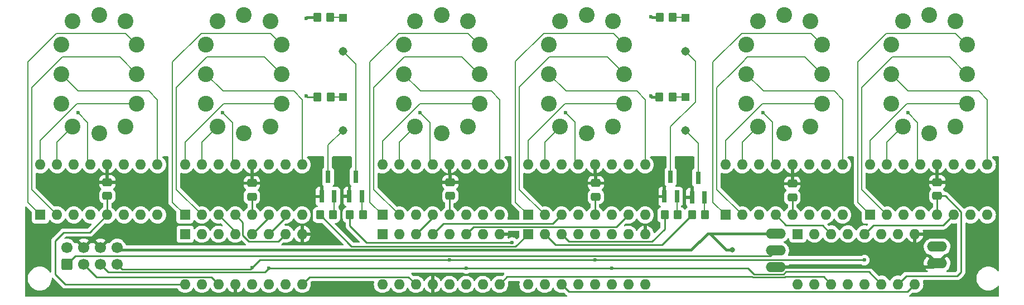
<source format=gbl>
G04 #@! TF.GenerationSoftware,KiCad,Pcbnew,7.0.5*
G04 #@! TF.CreationDate,2023-09-06T13:33:27-04:00*
G04 #@! TF.ProjectId,untitled,756e7469-746c-4656-942e-6b696361645f,rev?*
G04 #@! TF.SameCoordinates,Original*
G04 #@! TF.FileFunction,Copper,L2,Bot*
G04 #@! TF.FilePolarity,Positive*
%FSLAX46Y46*%
G04 Gerber Fmt 4.6, Leading zero omitted, Abs format (unit mm)*
G04 Created by KiCad (PCBNEW 7.0.5) date 2023-09-06 13:33:27*
%MOMM*%
%LPD*%
G01*
G04 APERTURE LIST*
G04 Aperture macros list*
%AMRoundRect*
0 Rectangle with rounded corners*
0 $1 Rounding radius*
0 $2 $3 $4 $5 $6 $7 $8 $9 X,Y pos of 4 corners*
0 Add a 4 corners polygon primitive as box body*
4,1,4,$2,$3,$4,$5,$6,$7,$8,$9,$2,$3,0*
0 Add four circle primitives for the rounded corners*
1,1,$1+$1,$2,$3*
1,1,$1+$1,$4,$5*
1,1,$1+$1,$6,$7*
1,1,$1+$1,$8,$9*
0 Add four rect primitives between the rounded corners*
20,1,$1+$1,$2,$3,$4,$5,0*
20,1,$1+$1,$4,$5,$6,$7,0*
20,1,$1+$1,$6,$7,$8,$9,0*
20,1,$1+$1,$8,$9,$2,$3,0*%
G04 Aperture macros list end*
G04 #@! TA.AperFunction,ComponentPad*
%ADD10R,1.600000X1.600000*%
G04 #@! TD*
G04 #@! TA.AperFunction,ComponentPad*
%ADD11O,1.600000X1.600000*%
G04 #@! TD*
G04 #@! TA.AperFunction,ComponentPad*
%ADD12RoundRect,0.250000X0.600000X-0.600000X0.600000X0.600000X-0.600000X0.600000X-0.600000X-0.600000X0*%
G04 #@! TD*
G04 #@! TA.AperFunction,ComponentPad*
%ADD13C,1.700000*%
G04 #@! TD*
G04 #@! TA.AperFunction,ComponentPad*
%ADD14C,2.400000*%
G04 #@! TD*
G04 #@! TA.AperFunction,ComponentPad*
%ADD15R,1.308000X1.308000*%
G04 #@! TD*
G04 #@! TA.AperFunction,ComponentPad*
%ADD16C,1.308000*%
G04 #@! TD*
G04 #@! TA.AperFunction,SMDPad,CuDef*
%ADD17R,0.800000X1.900000*%
G04 #@! TD*
G04 #@! TA.AperFunction,SMDPad,CuDef*
%ADD18RoundRect,0.250000X-0.350000X-0.450000X0.350000X-0.450000X0.350000X0.450000X-0.350000X0.450000X0*%
G04 #@! TD*
G04 #@! TA.AperFunction,SMDPad,CuDef*
%ADD19RoundRect,0.250000X0.475000X-0.337500X0.475000X0.337500X-0.475000X0.337500X-0.475000X-0.337500X0*%
G04 #@! TD*
G04 #@! TA.AperFunction,ComponentPad*
%ADD20O,3.048000X1.524000*%
G04 #@! TD*
G04 #@! TA.AperFunction,ViaPad*
%ADD21C,0.600000*%
G04 #@! TD*
G04 #@! TA.AperFunction,ViaPad*
%ADD22C,0.800000*%
G04 #@! TD*
G04 #@! TA.AperFunction,Conductor*
%ADD23C,0.400000*%
G04 #@! TD*
G04 #@! TA.AperFunction,Conductor*
%ADD24C,0.250000*%
G04 #@! TD*
G04 #@! TA.AperFunction,Conductor*
%ADD25C,0.200000*%
G04 #@! TD*
G04 #@! TA.AperFunction,Conductor*
%ADD26C,0.500000*%
G04 #@! TD*
G04 APERTURE END LIST*
D10*
X98552000Y-104394000D03*
D11*
X101092000Y-104394000D03*
X103632000Y-104394000D03*
X106172000Y-104394000D03*
X108712000Y-104394000D03*
X111252000Y-104394000D03*
X113792000Y-104394000D03*
X116332000Y-104394000D03*
X116332000Y-96774000D03*
X113792000Y-96774000D03*
X111252000Y-96774000D03*
X108712000Y-96774000D03*
X106172000Y-96774000D03*
X103632000Y-96774000D03*
X101092000Y-96774000D03*
X98552000Y-96774000D03*
D12*
X80645000Y-111887000D03*
D13*
X80645000Y-109347000D03*
X83185000Y-111887000D03*
X83185000Y-109347000D03*
X85725000Y-111887000D03*
X85725000Y-109347000D03*
X88265000Y-111887000D03*
X88265000Y-109347000D03*
D14*
X91251100Y-87503600D03*
X81501100Y-91003600D03*
X79751100Y-87503600D03*
X79751100Y-83003600D03*
X79751100Y-78503600D03*
X81501100Y-75003600D03*
X85501100Y-74003600D03*
X89501100Y-75003600D03*
X91251100Y-78503600D03*
X91251100Y-83003600D03*
X89501100Y-91003600D03*
X85501100Y-92003600D03*
X113251100Y-87503600D03*
X103501100Y-91003600D03*
X101751100Y-87503600D03*
X101751100Y-83003600D03*
X101751100Y-78503600D03*
X103501100Y-75003600D03*
X107501100Y-74003600D03*
X111501100Y-75003600D03*
X113251100Y-78503600D03*
X113251100Y-83003600D03*
X111501100Y-91003600D03*
X107501100Y-92003600D03*
D10*
X180594000Y-104394000D03*
D11*
X183134000Y-104394000D03*
X185674000Y-104394000D03*
X188214000Y-104394000D03*
X190754000Y-104394000D03*
X193294000Y-104394000D03*
X195834000Y-104394000D03*
X198374000Y-104394000D03*
X198374000Y-96774000D03*
X195834000Y-96774000D03*
X193294000Y-96774000D03*
X190754000Y-96774000D03*
X188214000Y-96774000D03*
X185674000Y-96774000D03*
X183134000Y-96774000D03*
X180594000Y-96774000D03*
D10*
X128524000Y-104394000D03*
D11*
X131064000Y-104394000D03*
X133604000Y-104394000D03*
X136144000Y-104394000D03*
X138684000Y-104394000D03*
X141224000Y-104394000D03*
X143764000Y-104394000D03*
X146304000Y-104394000D03*
X146304000Y-96774000D03*
X143764000Y-96774000D03*
X141224000Y-96774000D03*
X138684000Y-96774000D03*
X136144000Y-96774000D03*
X133604000Y-96774000D03*
X131064000Y-96774000D03*
X128524000Y-96774000D03*
D10*
X202565000Y-104394000D03*
D11*
X205105000Y-104394000D03*
X207645000Y-104394000D03*
X210185000Y-104394000D03*
X212725000Y-104394000D03*
X215265000Y-104394000D03*
X217805000Y-104394000D03*
X220345000Y-104394000D03*
X220345000Y-96774000D03*
X217805000Y-96774000D03*
X215265000Y-96774000D03*
X212725000Y-96774000D03*
X210185000Y-96774000D03*
X207645000Y-96774000D03*
X205105000Y-96774000D03*
X202565000Y-96774000D03*
D15*
X122501100Y-74463600D03*
D16*
X122501100Y-79543600D03*
D14*
X195251100Y-87503600D03*
X185501100Y-91003600D03*
X183751100Y-87503600D03*
X183751100Y-83003600D03*
X183751100Y-78503600D03*
X185501100Y-75003600D03*
X189501100Y-74003600D03*
X193501100Y-75003600D03*
X195251100Y-78503600D03*
X195251100Y-83003600D03*
X193501100Y-91003600D03*
X189501100Y-92003600D03*
X217251100Y-87503600D03*
X207501100Y-91003600D03*
X205751100Y-87503600D03*
X205751100Y-83003600D03*
X205751100Y-78503600D03*
X207501100Y-75003600D03*
X211501100Y-74003600D03*
X215501100Y-75003600D03*
X217251100Y-78503600D03*
X217251100Y-83003600D03*
X215501100Y-91003600D03*
X211501100Y-92003600D03*
X165251100Y-87503600D03*
X155501100Y-91003600D03*
X153751100Y-87503600D03*
X153751100Y-83003600D03*
X153751100Y-78503600D03*
X155501100Y-75003600D03*
X159501100Y-74003600D03*
X163501100Y-75003600D03*
X165251100Y-78503600D03*
X165251100Y-83003600D03*
X163501100Y-91003600D03*
X159501100Y-92003600D03*
D10*
X76596000Y-104384000D03*
D11*
X79136000Y-104384000D03*
X81676000Y-104384000D03*
X84216000Y-104384000D03*
X86756000Y-104384000D03*
X89296000Y-104384000D03*
X91836000Y-104384000D03*
X94376000Y-104384000D03*
X94376000Y-96764000D03*
X91836000Y-96764000D03*
X89296000Y-96764000D03*
X86756000Y-96764000D03*
X84216000Y-96764000D03*
X81676000Y-96764000D03*
X79136000Y-96764000D03*
X76596000Y-96764000D03*
D10*
X150622000Y-104394000D03*
D11*
X153162000Y-104394000D03*
X155702000Y-104394000D03*
X158242000Y-104394000D03*
X160782000Y-104394000D03*
X163322000Y-104394000D03*
X165862000Y-104394000D03*
X168402000Y-104394000D03*
X168402000Y-96774000D03*
X165862000Y-96774000D03*
X163322000Y-96774000D03*
X160782000Y-96774000D03*
X158242000Y-96774000D03*
X155702000Y-96774000D03*
X153162000Y-96774000D03*
X150622000Y-96774000D03*
D14*
X143251100Y-87503600D03*
X133501100Y-91003600D03*
X131751100Y-87503600D03*
X131751100Y-83003600D03*
X131751100Y-78503600D03*
X133501100Y-75003600D03*
X137501100Y-74003600D03*
X141501100Y-75003600D03*
X143251100Y-78503600D03*
X143251100Y-83003600D03*
X141501100Y-91003600D03*
X137501100Y-92003600D03*
D15*
X174501100Y-74463600D03*
D16*
X174501100Y-79543600D03*
D15*
X122501100Y-86463600D03*
D16*
X122501100Y-91543600D03*
D15*
X174501100Y-86463600D03*
D16*
X174501100Y-91543600D03*
D17*
X125410000Y-101576000D03*
X123510000Y-101576000D03*
X124460000Y-98576000D03*
D18*
X123587000Y-104394000D03*
X125587000Y-104394000D03*
D17*
X173223000Y-101600000D03*
X171323000Y-101600000D03*
X172273000Y-98600000D03*
D10*
X150622000Y-107315000D03*
D11*
X153162000Y-107315000D03*
X155702000Y-107315000D03*
X158242000Y-107315000D03*
X160782000Y-107315000D03*
X163322000Y-107315000D03*
X165862000Y-107315000D03*
X168402000Y-107315000D03*
X168402000Y-114935000D03*
X165862000Y-114935000D03*
X163322000Y-114935000D03*
X160782000Y-114935000D03*
X158242000Y-114935000D03*
X155702000Y-114935000D03*
X153162000Y-114935000D03*
X150622000Y-114935000D03*
D19*
X190754000Y-101727000D03*
X190754000Y-99652000D03*
X160909000Y-101643000D03*
X160909000Y-99568000D03*
D18*
X118650000Y-86487000D03*
X120650000Y-86487000D03*
D10*
X128524000Y-107315000D03*
D11*
X131064000Y-107315000D03*
X133604000Y-107315000D03*
X136144000Y-107315000D03*
X138684000Y-107315000D03*
X141224000Y-107315000D03*
X143764000Y-107315000D03*
X146304000Y-107315000D03*
X146304000Y-114935000D03*
X143764000Y-114935000D03*
X141224000Y-114935000D03*
X138684000Y-114935000D03*
X136144000Y-114935000D03*
X133604000Y-114935000D03*
X131064000Y-114935000D03*
X128524000Y-114935000D03*
D19*
X138811000Y-101516000D03*
X138811000Y-99441000D03*
D10*
X98567000Y-107315000D03*
D11*
X101107000Y-107315000D03*
X103647000Y-107315000D03*
X106187000Y-107315000D03*
X108727000Y-107315000D03*
X111267000Y-107315000D03*
X113807000Y-107315000D03*
X116347000Y-107315000D03*
X116347000Y-114935000D03*
X113807000Y-114935000D03*
X111267000Y-114935000D03*
X108727000Y-114935000D03*
X106187000Y-114935000D03*
X103647000Y-114935000D03*
X101107000Y-114935000D03*
X98567000Y-114935000D03*
D18*
X119031000Y-104394000D03*
X121031000Y-104394000D03*
D19*
X212725000Y-101516000D03*
X212725000Y-99441000D03*
D17*
X177414000Y-101727000D03*
X175514000Y-101727000D03*
X176464000Y-98727000D03*
D19*
X86741000Y-101516000D03*
X86741000Y-99441000D03*
D20*
X188225000Y-112310000D03*
X212725000Y-111760000D03*
X212725000Y-109220000D03*
X188225000Y-109770000D03*
X188225000Y-107230000D03*
D10*
X191566800Y-107289600D03*
D11*
X194106800Y-107289600D03*
X196646800Y-107289600D03*
X199186800Y-107289600D03*
X201726800Y-107289600D03*
X204266800Y-107289600D03*
X206806800Y-107289600D03*
X209346800Y-107289600D03*
X209346800Y-114909600D03*
X206806800Y-114909600D03*
X204266800Y-114909600D03*
X201726800Y-114909600D03*
X199186800Y-114909600D03*
X196646800Y-114909600D03*
X194106800Y-114909600D03*
X191566800Y-114909600D03*
D18*
X171355000Y-104394000D03*
X173355000Y-104394000D03*
D19*
X108712000Y-101643000D03*
X108712000Y-99568000D03*
D18*
X118618000Y-74422000D03*
X120618000Y-74422000D03*
X170561000Y-86487000D03*
X172561000Y-86487000D03*
D17*
X121219000Y-101600000D03*
X119319000Y-101600000D03*
X120269000Y-98600000D03*
D18*
X170593000Y-74422000D03*
X172593000Y-74422000D03*
X175514000Y-104394000D03*
X177514000Y-104394000D03*
D21*
X82296000Y-88900000D03*
X104267000Y-88900000D03*
X134239000Y-88900000D03*
X156337000Y-88900000D03*
X186309000Y-88900000D03*
X208280000Y-88900000D03*
X148209000Y-108578500D03*
X115951000Y-100457000D03*
X207772000Y-101727000D03*
X197739000Y-100076000D03*
X156718000Y-101219000D03*
X133731000Y-101092000D03*
X92964000Y-99695000D03*
X184404000Y-101092000D03*
X121412000Y-115189000D03*
X211836000Y-115189000D03*
X122301000Y-97409000D03*
X218440000Y-99822000D03*
X118999000Y-107061000D03*
X206502000Y-111379000D03*
X148336000Y-115062000D03*
X77470000Y-106807000D03*
X102362000Y-101092000D03*
X174244000Y-97409000D03*
X146685000Y-100330000D03*
X168021000Y-100330000D03*
D22*
X181610000Y-109728000D03*
D21*
X116950302Y-86346694D03*
X116935000Y-74517000D03*
X169259000Y-86360000D03*
X169259000Y-74263000D03*
X111252000Y-112522000D03*
X163322000Y-112522000D03*
X141224000Y-112522000D03*
X108712000Y-112395000D03*
X138684000Y-111223000D03*
X160782000Y-111223000D03*
X201676000Y-111252000D03*
D23*
X177885000Y-107230000D02*
X178562000Y-107230000D01*
D24*
X190754000Y-101727000D02*
X190754000Y-104394000D01*
X138811000Y-101516000D02*
X138684000Y-101643000D01*
X86741000Y-101516000D02*
X86756000Y-101531000D01*
X138684000Y-101643000D02*
X138684000Y-104394000D01*
X80391000Y-114935000D02*
X98567000Y-114935000D01*
X80137000Y-107061000D02*
X84079000Y-107061000D01*
X216390000Y-113048000D02*
X215773000Y-113665000D01*
X215773000Y-113665000D02*
X208051400Y-113665000D01*
X78867000Y-113411000D02*
X78867000Y-108331000D01*
X108712000Y-101643000D02*
X108712000Y-104394000D01*
X208051400Y-113665000D02*
X206806800Y-114909600D01*
X213977991Y-101516000D02*
X216390000Y-103928009D01*
X80391000Y-114935000D02*
X78867000Y-113411000D01*
X78867000Y-108331000D02*
X80137000Y-107061000D01*
X160909000Y-101643000D02*
X160782000Y-101770000D01*
X212725000Y-101516000D02*
X213977991Y-101516000D01*
X216390000Y-103928009D02*
X216390000Y-113048000D01*
X160782000Y-101770000D02*
X160782000Y-104394000D01*
X86756000Y-101531000D02*
X86756000Y-104384000D01*
X84079000Y-107061000D02*
X86756000Y-104384000D01*
X212725000Y-101516000D02*
X212725000Y-104394000D01*
D25*
X89551100Y-76803600D02*
X91251100Y-78503600D01*
X74696000Y-102484000D02*
X74696000Y-81133000D01*
X74696000Y-81133000D02*
X79025400Y-76803600D01*
X79025400Y-76803600D02*
X89551100Y-76803600D01*
X76596000Y-104384000D02*
X74696000Y-102484000D01*
X75311000Y-97317478D02*
X75311000Y-100559000D01*
X88668384Y-80420884D02*
X79929652Y-80420884D01*
X91251100Y-83003600D02*
X88668384Y-80420884D01*
X79929652Y-80420884D02*
X75296000Y-85054536D01*
X75296000Y-97302478D02*
X75311000Y-97317478D01*
X75296000Y-85054536D02*
X75296000Y-97302478D01*
X75311000Y-100559000D02*
X79136000Y-104384000D01*
X93091000Y-85586316D02*
X82333816Y-85586316D01*
X94376000Y-96764000D02*
X94376000Y-86871316D01*
X82333816Y-85586316D02*
X79751100Y-83003600D01*
X94376000Y-86871316D02*
X93091000Y-85586316D01*
X83801100Y-90405100D02*
X83801100Y-96349100D01*
X82296000Y-88900000D02*
X83801100Y-90405100D01*
X83801100Y-96349100D02*
X84216000Y-96764000D01*
X79136000Y-96764000D02*
X79136000Y-93368700D01*
X79136000Y-93368700D02*
X81501100Y-91003600D01*
X82168400Y-87503600D02*
X91251100Y-87503600D01*
X76596000Y-96764000D02*
X76596000Y-93076000D01*
X76596000Y-93076000D02*
X82168400Y-87503600D01*
X96652000Y-81148000D02*
X100996400Y-76803600D01*
X98567000Y-104384000D02*
X96652000Y-102469000D01*
X111522100Y-76803600D02*
X113222100Y-78503600D01*
X100996400Y-76803600D02*
X111522100Y-76803600D01*
X96652000Y-102469000D02*
X96652000Y-81148000D01*
X97252000Y-85069536D02*
X97252000Y-100529000D01*
X113222100Y-83003600D02*
X110639384Y-80420884D01*
X110639384Y-80420884D02*
X101900652Y-80420884D01*
X97252000Y-100529000D02*
X101107000Y-104384000D01*
X101900652Y-80420884D02*
X97252000Y-85069536D01*
X115062000Y-85586316D02*
X104304816Y-85586316D01*
X104304816Y-85586316D02*
X101722100Y-83003600D01*
X116347000Y-86871316D02*
X115062000Y-85586316D01*
X116347000Y-96764000D02*
X116347000Y-86871316D01*
X105772100Y-90405100D02*
X105772100Y-96349100D01*
X105772100Y-96349100D02*
X106187000Y-96764000D01*
X104267000Y-88900000D02*
X105772100Y-90405100D01*
X101107000Y-93368700D02*
X103472100Y-91003600D01*
X101107000Y-96764000D02*
X101107000Y-93368700D01*
X98567000Y-93330000D02*
X104393400Y-87503600D01*
X98567000Y-96764000D02*
X98567000Y-93330000D01*
X104393400Y-87503600D02*
X113222100Y-87503600D01*
X128539000Y-104384000D02*
X126624000Y-102469000D01*
X126624000Y-81148000D02*
X130968400Y-76803600D01*
X130968400Y-76803600D02*
X141494100Y-76803600D01*
X141494100Y-76803600D02*
X143194100Y-78503600D01*
X126624000Y-102469000D02*
X126624000Y-81148000D01*
X131872652Y-80420884D02*
X127224000Y-85069536D01*
X127224000Y-85069536D02*
X127224000Y-100529000D01*
X127224000Y-100529000D02*
X131079000Y-104384000D01*
X143194100Y-83003600D02*
X140611384Y-80420884D01*
X140611384Y-80420884D02*
X131872652Y-80420884D01*
X134276816Y-85586316D02*
X131694100Y-83003600D01*
X145034000Y-85586316D02*
X134276816Y-85586316D01*
X146319000Y-96764000D02*
X146319000Y-86871316D01*
X146319000Y-86871316D02*
X145034000Y-85586316D01*
X135744100Y-90405100D02*
X135744100Y-96349100D01*
X134239000Y-88900000D02*
X135744100Y-90405100D01*
X135744100Y-96349100D02*
X136159000Y-96764000D01*
X131079000Y-96764000D02*
X131079000Y-93368700D01*
X131079000Y-93368700D02*
X133444100Y-91003600D01*
X128539000Y-96764000D02*
X128539000Y-93203000D01*
X134238400Y-87503600D02*
X143194100Y-87503600D01*
X128539000Y-93203000D02*
X134238400Y-87503600D01*
X148722000Y-102469000D02*
X148722000Y-81084500D01*
X153002900Y-76803600D02*
X163592100Y-76803600D01*
X148722000Y-81084500D02*
X153002900Y-76803600D01*
X163592100Y-76803600D02*
X165292100Y-78503600D01*
X150637000Y-104384000D02*
X148722000Y-102469000D01*
X165292100Y-83003600D02*
X162709384Y-80420884D01*
X149322000Y-100529000D02*
X153177000Y-104384000D01*
X149322000Y-84967768D02*
X149322000Y-100529000D01*
X162709384Y-80420884D02*
X153868884Y-80420884D01*
X153868884Y-80420884D02*
X149322000Y-84967768D01*
X156374816Y-85586316D02*
X153792100Y-83003600D01*
X167132000Y-85586316D02*
X156374816Y-85586316D01*
X168417000Y-86871316D02*
X167132000Y-85586316D01*
X168417000Y-96764000D02*
X168417000Y-86871316D01*
X157734000Y-96241000D02*
X158257000Y-96764000D01*
X156337000Y-88900000D02*
X157734000Y-90297000D01*
X157734000Y-90297000D02*
X157734000Y-96241000D01*
X153177000Y-93368700D02*
X155542100Y-91003600D01*
X153177000Y-96764000D02*
X153177000Y-93368700D01*
X150637000Y-93076000D02*
X156209400Y-87503600D01*
X156209400Y-87503600D02*
X165292100Y-87503600D01*
X150637000Y-96764000D02*
X150637000Y-93076000D01*
X180609000Y-104384000D02*
X178694000Y-102469000D01*
X178694000Y-102469000D02*
X178694000Y-81148000D01*
X178694000Y-81148000D02*
X183038400Y-76803600D01*
X193564100Y-76803600D02*
X195264100Y-78503600D01*
X183038400Y-76803600D02*
X193564100Y-76803600D01*
X183046936Y-81303600D02*
X182051100Y-82299436D01*
X195264100Y-83003600D02*
X192681384Y-80420884D01*
X182051100Y-82312436D02*
X179294000Y-85069536D01*
X182051100Y-82299436D02*
X182051100Y-82312436D01*
X192681384Y-80420884D02*
X183942652Y-80420884D01*
X183059936Y-81303600D02*
X183046936Y-81303600D01*
X183942652Y-80420884D02*
X183059936Y-81303600D01*
X179294000Y-100529000D02*
X183149000Y-104384000D01*
X179294000Y-85069536D02*
X179294000Y-100529000D01*
X186346816Y-85586316D02*
X183764100Y-83003600D01*
X198389000Y-86871316D02*
X197104000Y-85586316D01*
X198389000Y-96764000D02*
X198389000Y-86871316D01*
X197104000Y-85586316D02*
X186346816Y-85586316D01*
X187706000Y-90297000D02*
X187706000Y-96241000D01*
X187706000Y-96241000D02*
X188229000Y-96764000D01*
X186309000Y-88900000D02*
X187706000Y-90297000D01*
X183149000Y-93368700D02*
X185514100Y-91003600D01*
X183149000Y-96764000D02*
X183149000Y-93368700D01*
X186181400Y-87503600D02*
X195264100Y-87503600D01*
X180609000Y-96764000D02*
X180609000Y-93076000D01*
X180609000Y-93076000D02*
X186181400Y-87503600D01*
X205009400Y-76803600D02*
X215535100Y-76803600D01*
X200665000Y-81148000D02*
X205009400Y-76803600D01*
X202580000Y-104384000D02*
X200665000Y-102469000D01*
X200665000Y-102469000D02*
X200665000Y-81148000D01*
X215535100Y-76803600D02*
X217235100Y-78503600D01*
X201265000Y-85069536D02*
X201265000Y-100529000D01*
X217235100Y-83003600D02*
X214652384Y-80420884D01*
X214652384Y-80420884D02*
X205913652Y-80420884D01*
X205913652Y-80420884D02*
X201265000Y-85069536D01*
X201265000Y-100529000D02*
X205120000Y-104384000D01*
X219075000Y-85586316D02*
X208317816Y-85586316D01*
X220360000Y-86871316D02*
X219075000Y-85586316D01*
X208317816Y-85586316D02*
X205735100Y-83003600D01*
X220360000Y-96764000D02*
X220360000Y-86871316D01*
X209785100Y-90405100D02*
X209785100Y-96349100D01*
X209785100Y-96349100D02*
X210200000Y-96764000D01*
X208280000Y-88900000D02*
X209785100Y-90405100D01*
X205120000Y-93368700D02*
X207485100Y-91003600D01*
X205120000Y-96764000D02*
X205120000Y-93368700D01*
X207451100Y-88204900D02*
X208152400Y-87503600D01*
X202580000Y-96764000D02*
X202580000Y-93076000D01*
X206452400Y-89203600D02*
X206455264Y-89203600D01*
X208152400Y-87503600D02*
X217235100Y-87503600D01*
X202580000Y-93076000D02*
X206452400Y-89203600D01*
X206455264Y-89203600D02*
X207451100Y-88207764D01*
X207451100Y-88207764D02*
X207451100Y-88204900D01*
X120618000Y-74422000D02*
X122459500Y-74422000D01*
X122459500Y-74422000D02*
X122501100Y-74463600D01*
X120650000Y-86487000D02*
X122477700Y-86487000D01*
X122477700Y-86487000D02*
X122501100Y-86463600D01*
X174477700Y-86487000D02*
X174501100Y-86463600D01*
X172561000Y-86487000D02*
X174477700Y-86487000D01*
X174459500Y-74422000D02*
X174501100Y-74463600D01*
X172593000Y-74422000D02*
X174459500Y-74422000D01*
D24*
X123587000Y-104394000D02*
X123587000Y-106061000D01*
X126104500Y-108578500D02*
X148209000Y-108578500D01*
X123587000Y-106061000D02*
X126104500Y-108578500D01*
X148734000Y-109203000D02*
X150622000Y-107315000D01*
X119031000Y-104394000D02*
X123840000Y-109203000D01*
X123840000Y-109203000D02*
X148734000Y-109203000D01*
X154813000Y-108966000D02*
X170942000Y-108966000D01*
X170942000Y-108966000D02*
X175514000Y-104394000D01*
X153162000Y-107315000D02*
X154813000Y-108966000D01*
X156827000Y-108440000D02*
X169436000Y-108440000D01*
X171355000Y-106521000D02*
X171355000Y-104394000D01*
X169436000Y-108440000D02*
X171355000Y-106521000D01*
X155702000Y-107315000D02*
X156827000Y-108440000D01*
X116347000Y-114935000D02*
X117472000Y-113810000D01*
X132479000Y-113810000D02*
X133604000Y-114935000D01*
X117472000Y-113810000D02*
X132479000Y-113810000D01*
X147447000Y-113792000D02*
X146304000Y-114935000D01*
X189686046Y-113784600D02*
X189623646Y-113847000D01*
X184656604Y-113792000D02*
X147447000Y-113792000D01*
X184711604Y-113847000D02*
X184656604Y-113792000D01*
X189623646Y-113847000D02*
X184711604Y-113847000D01*
X195521800Y-113784600D02*
X189686046Y-113784600D01*
X196646800Y-114909600D02*
X195521800Y-113784600D01*
X208196400Y-116060000D02*
X156827000Y-116060000D01*
X156827000Y-116060000D02*
X155702000Y-114935000D01*
X209346800Y-114909600D02*
X208196400Y-116060000D01*
X106187000Y-106949000D02*
X106187000Y-107315000D01*
X103632000Y-104394000D02*
X106187000Y-106949000D01*
X107315000Y-105537000D02*
X106172000Y-104394000D01*
X113807000Y-107315000D02*
X112682000Y-108440000D01*
X112682000Y-108440000D02*
X108261009Y-108440000D01*
X108261009Y-108440000D02*
X107315000Y-107493991D01*
X107315000Y-107493991D02*
X107315000Y-105537000D01*
X108727000Y-107315000D02*
X111252000Y-104790000D01*
X111252000Y-104790000D02*
X111252000Y-104394000D01*
X111267000Y-107315000D02*
X113792000Y-104790000D01*
X113792000Y-104790000D02*
X113792000Y-104394000D01*
X133604000Y-107315000D02*
X136144000Y-104775000D01*
X136144000Y-104775000D02*
X136144000Y-104394000D01*
X136144000Y-107315000D02*
X137740000Y-105719000D01*
X154377000Y-105719000D02*
X155702000Y-104394000D01*
X137740000Y-105719000D02*
X154377000Y-105719000D01*
X164066000Y-106190000D02*
X142349000Y-106190000D01*
X165862000Y-104394000D02*
X164066000Y-106190000D01*
X142349000Y-106190000D02*
X141224000Y-107315000D01*
X195340800Y-105983600D02*
X189803600Y-105983600D01*
X189803600Y-105983600D02*
X188214000Y-104394000D01*
X196646800Y-107289600D02*
X195340800Y-105983600D01*
X203032800Y-105983600D02*
X213675400Y-105983600D01*
X213675400Y-105983600D02*
X215265000Y-104394000D01*
X201726800Y-107289600D02*
X203032800Y-105983600D01*
D25*
X124460000Y-98576000D02*
X124460000Y-81502500D01*
X124460000Y-81502500D02*
X122501100Y-79543600D01*
X120269000Y-98600000D02*
X120269000Y-93775700D01*
X120269000Y-93775700D02*
X122501100Y-91543600D01*
X176464000Y-93506500D02*
X174501100Y-91543600D01*
X176464000Y-98727000D02*
X176464000Y-93506500D01*
X176022000Y-87249000D02*
X176022000Y-81064500D01*
X172273000Y-98600000D02*
X172273000Y-90998000D01*
X176022000Y-81064500D02*
X174501100Y-79543600D01*
X172273000Y-90998000D02*
X176022000Y-87249000D01*
X125587000Y-104394000D02*
X125410000Y-104217000D01*
X125410000Y-104217000D02*
X125410000Y-101576000D01*
X121031000Y-104394000D02*
X121219000Y-104206000D01*
X121219000Y-104206000D02*
X121219000Y-101600000D01*
X177414000Y-104294000D02*
X177414000Y-101727000D01*
X177514000Y-104394000D02*
X177414000Y-104294000D01*
X173223000Y-104262000D02*
X173223000Y-101600000D01*
X173355000Y-104394000D02*
X173223000Y-104262000D01*
D24*
X188225000Y-109770000D02*
X187397000Y-110598000D01*
X81915000Y-110617000D02*
X80645000Y-111887000D01*
X138425116Y-110598000D02*
X138406116Y-110617000D01*
X187397000Y-110598000D02*
X138425116Y-110598000D01*
X138406116Y-110617000D02*
X81915000Y-110617000D01*
X103647000Y-114935000D02*
X102522000Y-113810000D01*
X85108000Y-113810000D02*
X83185000Y-111887000D01*
X102522000Y-113810000D02*
X85108000Y-113810000D01*
D26*
X188225000Y-112310000D02*
X212175000Y-112310000D01*
X212175000Y-112310000D02*
X212725000Y-111760000D01*
D23*
X178943000Y-107950000D02*
X180721000Y-109728000D01*
X178562000Y-107230000D02*
X178562000Y-107569000D01*
X178943000Y-107950000D02*
X178223000Y-107230000D01*
X88646000Y-109728000D02*
X175387000Y-109728000D01*
X175387000Y-109728000D02*
X177885000Y-107230000D01*
X178562000Y-107569000D02*
X178943000Y-107950000D01*
X178223000Y-107230000D02*
X177885000Y-107230000D01*
X180721000Y-109728000D02*
X181610000Y-109728000D01*
X178562000Y-107230000D02*
X188225000Y-107230000D01*
X88265000Y-109347000D02*
X88646000Y-109728000D01*
X117030000Y-74422000D02*
X116935000Y-74517000D01*
X169418000Y-74422000D02*
X169259000Y-74263000D01*
D24*
X117090608Y-86487000D02*
X116950302Y-86346694D01*
X118650000Y-86487000D02*
X117090608Y-86487000D01*
D23*
X170593000Y-74422000D02*
X169418000Y-74422000D01*
X170561000Y-86487000D02*
X169386000Y-86487000D01*
X118618000Y-74422000D02*
X117030000Y-74422000D01*
X169386000Y-86487000D02*
X169259000Y-86360000D01*
D24*
X189804250Y-113030000D02*
X202387200Y-113030000D01*
X184898000Y-113397000D02*
X189437250Y-113397000D01*
X189437250Y-113397000D02*
X189804250Y-113030000D01*
X111252000Y-112522000D02*
X141224000Y-112522000D01*
X110712000Y-113062000D02*
X111252000Y-112522000D01*
X85725000Y-111887000D02*
X86900000Y-113062000D01*
X202387200Y-113030000D02*
X204266800Y-114909600D01*
X86900000Y-113062000D02*
X110712000Y-113062000D01*
X163322000Y-112522000D02*
X184023000Y-112522000D01*
X141224000Y-112522000D02*
X163322000Y-112522000D01*
X184023000Y-112522000D02*
X184898000Y-113397000D01*
X138684000Y-111223000D02*
X160782000Y-111223000D01*
X108712000Y-112395000D02*
X108495000Y-112612000D01*
X88990000Y-112612000D02*
X88265000Y-111887000D01*
X109884000Y-111223000D02*
X138684000Y-111223000D01*
X201647000Y-111223000D02*
X201676000Y-111252000D01*
X108712000Y-112395000D02*
X109884000Y-111223000D01*
X108495000Y-112612000D02*
X88990000Y-112612000D01*
X160782000Y-111223000D02*
X201647000Y-111223000D01*
G04 #@! TA.AperFunction,Conductor*
G36*
X74500203Y-103137884D02*
G01*
X74506681Y-103143916D01*
X75259181Y-103896416D01*
X75292666Y-103957739D01*
X75295500Y-103984097D01*
X75295500Y-105231870D01*
X75295501Y-105231876D01*
X75301908Y-105291483D01*
X75352202Y-105426328D01*
X75352206Y-105426335D01*
X75438452Y-105541544D01*
X75438455Y-105541547D01*
X75553664Y-105627793D01*
X75553671Y-105627797D01*
X75688517Y-105678091D01*
X75688516Y-105678091D01*
X75695444Y-105678835D01*
X75748127Y-105684500D01*
X77443872Y-105684499D01*
X77503483Y-105678091D01*
X77638331Y-105627796D01*
X77753546Y-105541546D01*
X77839796Y-105426331D01*
X77890091Y-105291483D01*
X77893862Y-105256401D01*
X77920599Y-105191855D01*
X77977990Y-105152006D01*
X78047816Y-105149511D01*
X78107905Y-105185163D01*
X78118725Y-105198535D01*
X78131271Y-105216453D01*
X78135956Y-105223143D01*
X78296858Y-105384045D01*
X78343693Y-105416839D01*
X78483266Y-105514568D01*
X78689504Y-105610739D01*
X78689509Y-105610740D01*
X78689511Y-105610741D01*
X78726817Y-105620737D01*
X78909308Y-105669635D01*
X79066780Y-105683412D01*
X79135998Y-105689468D01*
X79136000Y-105689468D01*
X79136002Y-105689468D01*
X79205220Y-105683412D01*
X79362692Y-105669635D01*
X79582496Y-105610739D01*
X79788734Y-105514568D01*
X79975139Y-105384047D01*
X80136047Y-105223139D01*
X80266568Y-105036734D01*
X80293618Y-104978724D01*
X80339790Y-104926285D01*
X80406983Y-104907133D01*
X80473865Y-104927348D01*
X80518381Y-104978724D01*
X80526809Y-104996797D01*
X80545429Y-105036728D01*
X80545432Y-105036734D01*
X80675954Y-105223141D01*
X80836858Y-105384045D01*
X80883693Y-105416839D01*
X81023266Y-105514568D01*
X81229504Y-105610739D01*
X81229509Y-105610740D01*
X81229511Y-105610741D01*
X81266817Y-105620737D01*
X81449308Y-105669635D01*
X81606780Y-105683412D01*
X81675998Y-105689468D01*
X81676000Y-105689468D01*
X81676002Y-105689468D01*
X81745220Y-105683412D01*
X81902692Y-105669635D01*
X82122496Y-105610739D01*
X82328734Y-105514568D01*
X82515139Y-105384047D01*
X82676047Y-105223139D01*
X82806568Y-105036734D01*
X82833618Y-104978724D01*
X82879790Y-104926285D01*
X82946983Y-104907133D01*
X83013865Y-104927348D01*
X83058381Y-104978724D01*
X83066809Y-104996797D01*
X83085429Y-105036728D01*
X83085432Y-105036734D01*
X83215954Y-105223141D01*
X83376858Y-105384045D01*
X83423693Y-105416839D01*
X83563266Y-105514568D01*
X83769504Y-105610739D01*
X83769509Y-105610740D01*
X83769511Y-105610741D01*
X83806817Y-105620737D01*
X83989308Y-105669635D01*
X84146780Y-105683412D01*
X84215998Y-105689468D01*
X84215999Y-105689468D01*
X84215999Y-105689467D01*
X84216000Y-105689468D01*
X84260101Y-105685609D01*
X84328599Y-105699375D01*
X84378783Y-105747989D01*
X84394717Y-105816018D01*
X84371343Y-105881861D01*
X84358589Y-105896818D01*
X83856228Y-106399181D01*
X83794905Y-106432666D01*
X83768547Y-106435500D01*
X80219737Y-106435500D01*
X80204120Y-106433776D01*
X80204093Y-106434062D01*
X80196331Y-106433327D01*
X80128171Y-106435469D01*
X80126224Y-106435500D01*
X80097650Y-106435500D01*
X80096929Y-106435590D01*
X80090757Y-106436369D01*
X80084945Y-106436826D01*
X80038373Y-106438290D01*
X80038372Y-106438290D01*
X80019129Y-106443881D01*
X80000079Y-106447825D01*
X79980211Y-106450334D01*
X79980209Y-106450335D01*
X79936884Y-106467488D01*
X79931357Y-106469380D01*
X79886610Y-106482381D01*
X79886609Y-106482382D01*
X79869367Y-106492579D01*
X79851899Y-106501137D01*
X79833269Y-106508513D01*
X79833267Y-106508514D01*
X79795576Y-106535898D01*
X79790694Y-106539105D01*
X79750579Y-106562830D01*
X79736408Y-106577000D01*
X79721623Y-106589628D01*
X79706355Y-106600722D01*
X79705412Y-106601407D01*
X79675709Y-106637310D01*
X79671777Y-106641631D01*
X78483208Y-107830199D01*
X78470951Y-107840020D01*
X78471134Y-107840241D01*
X78465122Y-107845214D01*
X78418432Y-107894932D01*
X78417079Y-107896329D01*
X78396889Y-107916519D01*
X78396877Y-107916532D01*
X78392621Y-107922017D01*
X78388837Y-107926447D01*
X78356937Y-107960418D01*
X78356936Y-107960420D01*
X78347284Y-107977976D01*
X78336610Y-107994226D01*
X78324329Y-108010061D01*
X78324324Y-108010068D01*
X78305815Y-108052838D01*
X78303245Y-108058084D01*
X78280803Y-108098906D01*
X78275822Y-108118307D01*
X78269521Y-108136710D01*
X78261562Y-108155102D01*
X78261561Y-108155105D01*
X78254271Y-108201127D01*
X78253087Y-108206846D01*
X78241501Y-108251972D01*
X78241500Y-108251982D01*
X78241500Y-108272016D01*
X78239973Y-108291413D01*
X78236840Y-108311196D01*
X78239610Y-108340500D01*
X78241225Y-108357583D01*
X78241500Y-108363421D01*
X78241500Y-113000471D01*
X78221815Y-113067510D01*
X78169011Y-113113265D01*
X78099853Y-113123209D01*
X78036297Y-113094184D01*
X78015048Y-113070326D01*
X77912735Y-112920259D01*
X77832974Y-112834297D01*
X77729189Y-112722442D01*
X77674742Y-112679022D01*
X77518202Y-112554185D01*
X77284498Y-112419257D01*
X77284496Y-112419256D01*
X77033295Y-112320666D01*
X77033288Y-112320664D01*
X76770200Y-112260616D01*
X76568497Y-112245500D01*
X76568476Y-112245500D01*
X76433724Y-112245500D01*
X76433702Y-112245500D01*
X76231999Y-112260616D01*
X75968911Y-112320664D01*
X75968904Y-112320666D01*
X75717703Y-112419256D01*
X75717699Y-112419258D01*
X75483998Y-112554185D01*
X75273010Y-112722442D01*
X75089465Y-112920258D01*
X74937445Y-113143231D01*
X74937444Y-113143232D01*
X74820363Y-113386355D01*
X74740820Y-113644226D01*
X74740818Y-113644232D01*
X74700600Y-113911063D01*
X74700600Y-114180936D01*
X74740818Y-114447767D01*
X74740820Y-114447773D01*
X74820362Y-114705641D01*
X74937446Y-114948769D01*
X74937448Y-114948771D01*
X74937449Y-114948774D01*
X75065292Y-115136286D01*
X75089465Y-115171741D01*
X75273010Y-115369557D01*
X75273014Y-115369560D01*
X75273015Y-115369561D01*
X75483998Y-115537815D01*
X75717702Y-115672743D01*
X75968905Y-115771334D01*
X76231997Y-115831383D01*
X76269857Y-115834220D01*
X76433702Y-115846499D01*
X76433721Y-115846499D01*
X76433724Y-115846500D01*
X76433726Y-115846500D01*
X76568474Y-115846500D01*
X76568476Y-115846500D01*
X76568478Y-115846499D01*
X76568497Y-115846499D01*
X76713412Y-115835638D01*
X76770203Y-115831383D01*
X77033295Y-115771334D01*
X77284498Y-115672743D01*
X77518202Y-115537815D01*
X77729185Y-115369561D01*
X77736191Y-115362011D01*
X77798585Y-115294765D01*
X77912735Y-115171741D01*
X78064751Y-114948775D01*
X78181838Y-114705641D01*
X78261380Y-114447772D01*
X78261877Y-114444479D01*
X78301599Y-114180936D01*
X78301600Y-114180927D01*
X78301600Y-114029552D01*
X78321285Y-113962513D01*
X78374089Y-113916758D01*
X78443247Y-113906814D01*
X78506803Y-113935839D01*
X78513280Y-113941870D01*
X79211361Y-114639952D01*
X79890197Y-115318788D01*
X79900022Y-115331051D01*
X79900243Y-115330869D01*
X79905211Y-115336874D01*
X79954932Y-115383566D01*
X79956332Y-115384923D01*
X79976523Y-115405115D01*
X79976527Y-115405118D01*
X79976529Y-115405120D01*
X79982011Y-115409373D01*
X79986443Y-115413157D01*
X80020418Y-115445062D01*
X80037976Y-115454714D01*
X80054235Y-115465395D01*
X80070064Y-115477673D01*
X80112838Y-115496182D01*
X80118056Y-115498738D01*
X80158908Y-115521197D01*
X80178316Y-115526180D01*
X80196717Y-115532480D01*
X80215104Y-115540437D01*
X80258488Y-115547308D01*
X80261119Y-115547725D01*
X80266839Y-115548909D01*
X80311981Y-115560500D01*
X80332016Y-115560500D01*
X80351414Y-115562026D01*
X80371194Y-115565159D01*
X80371195Y-115565160D01*
X80371195Y-115565159D01*
X80371196Y-115565160D01*
X80417583Y-115560775D01*
X80423422Y-115560500D01*
X97352812Y-115560500D01*
X97419851Y-115580185D01*
X97454387Y-115613377D01*
X97566954Y-115774141D01*
X97727858Y-115935045D01*
X97727861Y-115935047D01*
X97914266Y-116065568D01*
X98120504Y-116161739D01*
X98340308Y-116220635D01*
X98497791Y-116234413D01*
X98566998Y-116240468D01*
X98567000Y-116240468D01*
X98567002Y-116240468D01*
X98623673Y-116235509D01*
X98793692Y-116220635D01*
X99013496Y-116161739D01*
X99219734Y-116065568D01*
X99406139Y-115935047D01*
X99567047Y-115774139D01*
X99697568Y-115587734D01*
X99724618Y-115529724D01*
X99770790Y-115477285D01*
X99837983Y-115458133D01*
X99904865Y-115478348D01*
X99949381Y-115529724D01*
X99954377Y-115540437D01*
X99976429Y-115587728D01*
X99976432Y-115587734D01*
X100106954Y-115774141D01*
X100267858Y-115935045D01*
X100267861Y-115935047D01*
X100454266Y-116065568D01*
X100660504Y-116161739D01*
X100880308Y-116220635D01*
X101037791Y-116234413D01*
X101106998Y-116240468D01*
X101107000Y-116240468D01*
X101107002Y-116240468D01*
X101163673Y-116235509D01*
X101333692Y-116220635D01*
X101553496Y-116161739D01*
X101759734Y-116065568D01*
X101946139Y-115935047D01*
X102107047Y-115774139D01*
X102237568Y-115587734D01*
X102264619Y-115529721D01*
X102310788Y-115477286D01*
X102377981Y-115458133D01*
X102444862Y-115478348D01*
X102489380Y-115529722D01*
X102516432Y-115587734D01*
X102534387Y-115613377D01*
X102646954Y-115774141D01*
X102807858Y-115935045D01*
X102807861Y-115935047D01*
X102994266Y-116065568D01*
X103200504Y-116161739D01*
X103420308Y-116220635D01*
X103577791Y-116234413D01*
X103646998Y-116240468D01*
X103647000Y-116240468D01*
X103647002Y-116240468D01*
X103703673Y-116235509D01*
X103873692Y-116220635D01*
X104093496Y-116161739D01*
X104299734Y-116065568D01*
X104486139Y-115935047D01*
X104647047Y-115774139D01*
X104777568Y-115587734D01*
X104804895Y-115529129D01*
X104851064Y-115476695D01*
X104918257Y-115457542D01*
X104985139Y-115477757D01*
X105029657Y-115529133D01*
X105056865Y-115587482D01*
X105187342Y-115773820D01*
X105348179Y-115934657D01*
X105534517Y-116065134D01*
X105740673Y-116161265D01*
X105740679Y-116161268D01*
X105936998Y-116213871D01*
X105936999Y-116213871D01*
X105936999Y-115250685D01*
X105948955Y-115262641D01*
X106061852Y-115320165D01*
X106155519Y-115335000D01*
X106218481Y-115335000D01*
X106312148Y-115320165D01*
X106425045Y-115262641D01*
X106437000Y-115250685D01*
X106437000Y-116213872D01*
X106633317Y-116161269D01*
X106633326Y-116161265D01*
X106839482Y-116065134D01*
X107025820Y-115934657D01*
X107186657Y-115773820D01*
X107317132Y-115587484D01*
X107344341Y-115529134D01*
X107390513Y-115476695D01*
X107457707Y-115457542D01*
X107524588Y-115477757D01*
X107569105Y-115529132D01*
X107583861Y-115560775D01*
X107596431Y-115587732D01*
X107596432Y-115587734D01*
X107726954Y-115774141D01*
X107887858Y-115935045D01*
X107887861Y-115935047D01*
X108074266Y-116065568D01*
X108280504Y-116161739D01*
X108500308Y-116220635D01*
X108657791Y-116234413D01*
X108726998Y-116240468D01*
X108727000Y-116240468D01*
X108727002Y-116240468D01*
X108783672Y-116235509D01*
X108953692Y-116220635D01*
X109173496Y-116161739D01*
X109379734Y-116065568D01*
X109566139Y-115935047D01*
X109727047Y-115774139D01*
X109857568Y-115587734D01*
X109884618Y-115529724D01*
X109930790Y-115477285D01*
X109997983Y-115458133D01*
X110064865Y-115478348D01*
X110109381Y-115529724D01*
X110114377Y-115540437D01*
X110136429Y-115587728D01*
X110136432Y-115587734D01*
X110266954Y-115774141D01*
X110427858Y-115935045D01*
X110427861Y-115935047D01*
X110614266Y-116065568D01*
X110820504Y-116161739D01*
X111040308Y-116220635D01*
X111197791Y-116234413D01*
X111266998Y-116240468D01*
X111267000Y-116240468D01*
X111267002Y-116240468D01*
X111323672Y-116235509D01*
X111493692Y-116220635D01*
X111713496Y-116161739D01*
X111919734Y-116065568D01*
X112106139Y-115935047D01*
X112267047Y-115774139D01*
X112397568Y-115587734D01*
X112424618Y-115529724D01*
X112470790Y-115477285D01*
X112537983Y-115458133D01*
X112604865Y-115478348D01*
X112649381Y-115529724D01*
X112654377Y-115540437D01*
X112676429Y-115587728D01*
X112676432Y-115587734D01*
X112806954Y-115774141D01*
X112967858Y-115935045D01*
X112967861Y-115935047D01*
X113154266Y-116065568D01*
X113360504Y-116161739D01*
X113580308Y-116220635D01*
X113737791Y-116234413D01*
X113806998Y-116240468D01*
X113807000Y-116240468D01*
X113807002Y-116240468D01*
X113863672Y-116235509D01*
X114033692Y-116220635D01*
X114253496Y-116161739D01*
X114459734Y-116065568D01*
X114646139Y-115935047D01*
X114807047Y-115774139D01*
X114937568Y-115587734D01*
X114964618Y-115529724D01*
X115010790Y-115477285D01*
X115077983Y-115458133D01*
X115144865Y-115478348D01*
X115189381Y-115529724D01*
X115194377Y-115540437D01*
X115216429Y-115587728D01*
X115216432Y-115587734D01*
X115346954Y-115774141D01*
X115507858Y-115935045D01*
X115507861Y-115935047D01*
X115694266Y-116065568D01*
X115900504Y-116161739D01*
X116120308Y-116220635D01*
X116277791Y-116234413D01*
X116346998Y-116240468D01*
X116347000Y-116240468D01*
X116347002Y-116240468D01*
X116403672Y-116235509D01*
X116573692Y-116220635D01*
X116793496Y-116161739D01*
X116999734Y-116065568D01*
X117186139Y-115935047D01*
X117347047Y-115774139D01*
X117477568Y-115587734D01*
X117573739Y-115381496D01*
X117632635Y-115161692D01*
X117651263Y-114948769D01*
X117652468Y-114935001D01*
X117652468Y-114934998D01*
X117639297Y-114784452D01*
X117632635Y-114708308D01*
X117614319Y-114639951D01*
X117615982Y-114570103D01*
X117646414Y-114520177D01*
X117694774Y-114471818D01*
X117756097Y-114438334D01*
X117782454Y-114435500D01*
X127149863Y-114435500D01*
X127216902Y-114455185D01*
X127262657Y-114507989D01*
X127272601Y-114577147D01*
X127269638Y-114591593D01*
X127238366Y-114708302D01*
X127238364Y-114708313D01*
X127218532Y-114934998D01*
X127218532Y-114935001D01*
X127238364Y-115161686D01*
X127238366Y-115161697D01*
X127297258Y-115381488D01*
X127297261Y-115381497D01*
X127393431Y-115587732D01*
X127393432Y-115587734D01*
X127523954Y-115774141D01*
X127684858Y-115935045D01*
X127684861Y-115935047D01*
X127871266Y-116065568D01*
X128077504Y-116161739D01*
X128297308Y-116220635D01*
X128454791Y-116234413D01*
X128523998Y-116240468D01*
X128524000Y-116240468D01*
X128524002Y-116240468D01*
X128580672Y-116235509D01*
X128750692Y-116220635D01*
X128970496Y-116161739D01*
X129176734Y-116065568D01*
X129363139Y-115935047D01*
X129524047Y-115774139D01*
X129654568Y-115587734D01*
X129681619Y-115529721D01*
X129727788Y-115477286D01*
X129794981Y-115458133D01*
X129861862Y-115478348D01*
X129906380Y-115529722D01*
X129933432Y-115587734D01*
X129951387Y-115613377D01*
X130063954Y-115774141D01*
X130224858Y-115935045D01*
X130224861Y-115935047D01*
X130411266Y-116065568D01*
X130617504Y-116161739D01*
X130837308Y-116220635D01*
X130994791Y-116234413D01*
X131063998Y-116240468D01*
X131064000Y-116240468D01*
X131064002Y-116240468D01*
X131120672Y-116235509D01*
X131290692Y-116220635D01*
X131510496Y-116161739D01*
X131716734Y-116065568D01*
X131903139Y-115935047D01*
X132064047Y-115774139D01*
X132194568Y-115587734D01*
X132221619Y-115529721D01*
X132267788Y-115477286D01*
X132334981Y-115458133D01*
X132401862Y-115478348D01*
X132446380Y-115529722D01*
X132473432Y-115587734D01*
X132491387Y-115613377D01*
X132603954Y-115774141D01*
X132764858Y-115935045D01*
X132764861Y-115935047D01*
X132951266Y-116065568D01*
X133157504Y-116161739D01*
X133377308Y-116220635D01*
X133534791Y-116234413D01*
X133603998Y-116240468D01*
X133604000Y-116240468D01*
X133604002Y-116240468D01*
X133660673Y-116235509D01*
X133830692Y-116220635D01*
X134050496Y-116161739D01*
X134256734Y-116065568D01*
X134443139Y-115935047D01*
X134604047Y-115774139D01*
X134734568Y-115587734D01*
X134761895Y-115529129D01*
X134808064Y-115476695D01*
X134875257Y-115457542D01*
X134942139Y-115477757D01*
X134986657Y-115529133D01*
X135013865Y-115587482D01*
X135144342Y-115773820D01*
X135305179Y-115934657D01*
X135491517Y-116065134D01*
X135697673Y-116161265D01*
X135697682Y-116161269D01*
X135893999Y-116213872D01*
X135894000Y-116213871D01*
X135894000Y-115250686D01*
X135905955Y-115262641D01*
X136018852Y-115320165D01*
X136112519Y-115335000D01*
X136175481Y-115335000D01*
X136269148Y-115320165D01*
X136382045Y-115262641D01*
X136394000Y-115250686D01*
X136394000Y-116213872D01*
X136590317Y-116161269D01*
X136590326Y-116161265D01*
X136796482Y-116065134D01*
X136982820Y-115934657D01*
X137143657Y-115773820D01*
X137274132Y-115587484D01*
X137301341Y-115529134D01*
X137347513Y-115476695D01*
X137414707Y-115457542D01*
X137481588Y-115477757D01*
X137526105Y-115529132D01*
X137540861Y-115560775D01*
X137553431Y-115587732D01*
X137553432Y-115587734D01*
X137683954Y-115774141D01*
X137844858Y-115935045D01*
X137844861Y-115935047D01*
X138031266Y-116065568D01*
X138237504Y-116161739D01*
X138457308Y-116220635D01*
X138614791Y-116234413D01*
X138683998Y-116240468D01*
X138684000Y-116240468D01*
X138684002Y-116240468D01*
X138740673Y-116235509D01*
X138910692Y-116220635D01*
X139130496Y-116161739D01*
X139336734Y-116065568D01*
X139523139Y-115935047D01*
X139684047Y-115774139D01*
X139814568Y-115587734D01*
X139841618Y-115529724D01*
X139887790Y-115477285D01*
X139954983Y-115458133D01*
X140021865Y-115478348D01*
X140066381Y-115529724D01*
X140071377Y-115540437D01*
X140093429Y-115587728D01*
X140093432Y-115587734D01*
X140223954Y-115774141D01*
X140384858Y-115935045D01*
X140384861Y-115935047D01*
X140571266Y-116065568D01*
X140777504Y-116161739D01*
X140997308Y-116220635D01*
X141154791Y-116234413D01*
X141223998Y-116240468D01*
X141224000Y-116240468D01*
X141224002Y-116240468D01*
X141280673Y-116235509D01*
X141450692Y-116220635D01*
X141670496Y-116161739D01*
X141876734Y-116065568D01*
X142063139Y-115935047D01*
X142224047Y-115774139D01*
X142354568Y-115587734D01*
X142381618Y-115529724D01*
X142427790Y-115477285D01*
X142494983Y-115458133D01*
X142561865Y-115478348D01*
X142606381Y-115529724D01*
X142611377Y-115540437D01*
X142633429Y-115587728D01*
X142633432Y-115587734D01*
X142763954Y-115774141D01*
X142924858Y-115935045D01*
X142924861Y-115935047D01*
X143111266Y-116065568D01*
X143317504Y-116161739D01*
X143537308Y-116220635D01*
X143694791Y-116234413D01*
X143763998Y-116240468D01*
X143764000Y-116240468D01*
X143764002Y-116240468D01*
X143820673Y-116235509D01*
X143990692Y-116220635D01*
X144210496Y-116161739D01*
X144416734Y-116065568D01*
X144603139Y-115935047D01*
X144764047Y-115774139D01*
X144894568Y-115587734D01*
X144921618Y-115529724D01*
X144967790Y-115477285D01*
X145034983Y-115458133D01*
X145101865Y-115478348D01*
X145146381Y-115529724D01*
X145151377Y-115540437D01*
X145173429Y-115587728D01*
X145173432Y-115587734D01*
X145303954Y-115774141D01*
X145464858Y-115935045D01*
X145464861Y-115935047D01*
X145651266Y-116065568D01*
X145857504Y-116161739D01*
X146077308Y-116220635D01*
X146234791Y-116234413D01*
X146303998Y-116240468D01*
X146304000Y-116240468D01*
X146304002Y-116240468D01*
X146360672Y-116235509D01*
X146530692Y-116220635D01*
X146750496Y-116161739D01*
X146956734Y-116065568D01*
X147143139Y-115935047D01*
X147304047Y-115774139D01*
X147434568Y-115587734D01*
X147530739Y-115381496D01*
X147589635Y-115161692D01*
X147608263Y-114948769D01*
X147609468Y-114935001D01*
X147609468Y-114934998D01*
X147596297Y-114784452D01*
X147589635Y-114708308D01*
X147571319Y-114639951D01*
X147572982Y-114570103D01*
X147603413Y-114520177D01*
X147633602Y-114489989D01*
X147669772Y-114453818D01*
X147731097Y-114420334D01*
X147757454Y-114417500D01*
X149252686Y-114417500D01*
X149319725Y-114437185D01*
X149365480Y-114489989D01*
X149375424Y-114559147D01*
X149372461Y-114573593D01*
X149336366Y-114708302D01*
X149336364Y-114708313D01*
X149316532Y-114934998D01*
X149316532Y-114935001D01*
X149336364Y-115161686D01*
X149336366Y-115161697D01*
X149395258Y-115381488D01*
X149395261Y-115381497D01*
X149491431Y-115587732D01*
X149491432Y-115587734D01*
X149621954Y-115774141D01*
X149782858Y-115935045D01*
X149782861Y-115935047D01*
X149969266Y-116065568D01*
X150175504Y-116161739D01*
X150395308Y-116220635D01*
X150552791Y-116234413D01*
X150621998Y-116240468D01*
X150622000Y-116240468D01*
X150622002Y-116240468D01*
X150678672Y-116235509D01*
X150848692Y-116220635D01*
X151068496Y-116161739D01*
X151274734Y-116065568D01*
X151461139Y-115935047D01*
X151622047Y-115774139D01*
X151752568Y-115587734D01*
X151779618Y-115529724D01*
X151825790Y-115477285D01*
X151892983Y-115458133D01*
X151959865Y-115478348D01*
X152004381Y-115529724D01*
X152009377Y-115540437D01*
X152031429Y-115587728D01*
X152031432Y-115587734D01*
X152161954Y-115774141D01*
X152322858Y-115935045D01*
X152322861Y-115935047D01*
X152509266Y-116065568D01*
X152715504Y-116161739D01*
X152935308Y-116220635D01*
X153092791Y-116234413D01*
X153161998Y-116240468D01*
X153162000Y-116240468D01*
X153162002Y-116240468D01*
X153218673Y-116235509D01*
X153388692Y-116220635D01*
X153608496Y-116161739D01*
X153814734Y-116065568D01*
X154001139Y-115935047D01*
X154162047Y-115774139D01*
X154292568Y-115587734D01*
X154319618Y-115529724D01*
X154365790Y-115477285D01*
X154432983Y-115458133D01*
X154499865Y-115478348D01*
X154544381Y-115529724D01*
X154549377Y-115540437D01*
X154571429Y-115587728D01*
X154571432Y-115587734D01*
X154701954Y-115774141D01*
X154862858Y-115935045D01*
X154862861Y-115935047D01*
X155049266Y-116065568D01*
X155255504Y-116161739D01*
X155475308Y-116220635D01*
X155632791Y-116234413D01*
X155701998Y-116240468D01*
X155702000Y-116240468D01*
X155702002Y-116240468D01*
X155758673Y-116235509D01*
X155928692Y-116220635D01*
X155997048Y-116202319D01*
X156066897Y-116203982D01*
X156116822Y-116234413D01*
X156326197Y-116443788D01*
X156336022Y-116456051D01*
X156336243Y-116455869D01*
X156341211Y-116461874D01*
X156390932Y-116508566D01*
X156392332Y-116509923D01*
X156412523Y-116530115D01*
X156412527Y-116530118D01*
X156412529Y-116530120D01*
X156418011Y-116534373D01*
X156422443Y-116538157D01*
X156456418Y-116570062D01*
X156473976Y-116579714D01*
X156490237Y-116590396D01*
X156506064Y-116602673D01*
X156512780Y-116606645D01*
X156511965Y-116608022D01*
X156558673Y-116646885D01*
X156579696Y-116713517D01*
X156561358Y-116780937D01*
X156509481Y-116827740D01*
X156455721Y-116840000D01*
X74419000Y-116840000D01*
X74351961Y-116820315D01*
X74306206Y-116767511D01*
X74295000Y-116716000D01*
X74295000Y-103231597D01*
X74314685Y-103164558D01*
X74367489Y-103118803D01*
X74436647Y-103108859D01*
X74500203Y-103137884D01*
G37*
G04 #@! TD.AperFunction*
G04 #@! TA.AperFunction,Conductor*
G36*
X222066039Y-95523685D02*
G01*
X222111794Y-95576489D01*
X222123000Y-95628000D01*
X222123000Y-112830924D01*
X222103315Y-112897963D01*
X222050511Y-112943718D01*
X221981353Y-112953662D01*
X221917797Y-112924637D01*
X221908101Y-112915265D01*
X221729189Y-112722442D01*
X221674742Y-112679022D01*
X221518202Y-112554185D01*
X221284498Y-112419257D01*
X221284496Y-112419256D01*
X221033295Y-112320666D01*
X221033288Y-112320664D01*
X220770200Y-112260616D01*
X220568497Y-112245500D01*
X220568476Y-112245500D01*
X220433724Y-112245500D01*
X220433702Y-112245500D01*
X220231999Y-112260616D01*
X219968911Y-112320664D01*
X219968904Y-112320666D01*
X219717703Y-112419256D01*
X219717699Y-112419258D01*
X219483998Y-112554185D01*
X219273010Y-112722442D01*
X219089465Y-112920258D01*
X218937445Y-113143231D01*
X218937444Y-113143232D01*
X218820363Y-113386355D01*
X218740820Y-113644226D01*
X218740818Y-113644232D01*
X218700600Y-113911063D01*
X218700600Y-114180936D01*
X218740818Y-114447767D01*
X218740820Y-114447773D01*
X218820362Y-114705641D01*
X218937446Y-114948769D01*
X218937448Y-114948771D01*
X218937449Y-114948774D01*
X219065292Y-115136286D01*
X219089465Y-115171741D01*
X219273010Y-115369557D01*
X219273014Y-115369560D01*
X219273015Y-115369561D01*
X219483998Y-115537815D01*
X219717702Y-115672743D01*
X219968905Y-115771334D01*
X220231997Y-115831383D01*
X220269857Y-115834220D01*
X220433702Y-115846499D01*
X220433721Y-115846499D01*
X220433724Y-115846500D01*
X220433726Y-115846500D01*
X220568474Y-115846500D01*
X220568476Y-115846500D01*
X220568478Y-115846499D01*
X220568497Y-115846499D01*
X220713412Y-115835638D01*
X220770203Y-115831383D01*
X221033295Y-115771334D01*
X221284498Y-115672743D01*
X221518202Y-115537815D01*
X221729185Y-115369561D01*
X221736191Y-115362011D01*
X221776295Y-115318788D01*
X221908103Y-115176732D01*
X221968129Y-115140979D01*
X222037958Y-115143354D01*
X222095419Y-115183104D01*
X222122267Y-115247610D01*
X222123000Y-115261075D01*
X222123000Y-116716000D01*
X222103315Y-116783039D01*
X222050511Y-116828794D01*
X221999000Y-116840000D01*
X208568619Y-116840000D01*
X208501580Y-116820315D01*
X208455825Y-116767511D01*
X208445881Y-116698353D01*
X208474906Y-116634797D01*
X208495730Y-116615685D01*
X208530535Y-116590396D01*
X208537834Y-116585092D01*
X208542705Y-116581892D01*
X208582820Y-116558170D01*
X208596989Y-116543999D01*
X208611779Y-116531368D01*
X208627987Y-116519594D01*
X208657699Y-116483676D01*
X208661612Y-116479376D01*
X208931978Y-116209010D01*
X208993300Y-116175527D01*
X209051747Y-116176917D01*
X209120108Y-116195235D01*
X209277580Y-116209012D01*
X209346798Y-116215068D01*
X209346800Y-116215068D01*
X209346802Y-116215068D01*
X209416020Y-116209012D01*
X209573492Y-116195235D01*
X209793296Y-116136339D01*
X209999534Y-116040168D01*
X210185939Y-115909647D01*
X210346847Y-115748739D01*
X210477368Y-115562334D01*
X210573539Y-115356096D01*
X210632435Y-115136292D01*
X210652268Y-114909600D01*
X210632435Y-114682908D01*
X210575824Y-114471632D01*
X210573541Y-114463111D01*
X210573540Y-114463109D01*
X210573539Y-114463104D01*
X210573536Y-114463098D01*
X210571689Y-114458023D01*
X210573847Y-114457237D01*
X210564816Y-114397851D01*
X210593323Y-114334062D01*
X210651792Y-114295811D01*
X210687693Y-114290500D01*
X215690257Y-114290500D01*
X215705877Y-114292224D01*
X215705904Y-114291939D01*
X215713666Y-114292673D01*
X215713666Y-114292672D01*
X215713667Y-114292673D01*
X215716999Y-114292568D01*
X215781847Y-114290531D01*
X215783794Y-114290500D01*
X215812347Y-114290500D01*
X215812350Y-114290500D01*
X215819228Y-114289630D01*
X215825041Y-114289172D01*
X215871627Y-114287709D01*
X215890869Y-114282117D01*
X215909912Y-114278174D01*
X215929792Y-114275664D01*
X215973122Y-114258507D01*
X215978646Y-114256617D01*
X215982396Y-114255527D01*
X216023390Y-114243618D01*
X216040629Y-114233422D01*
X216058103Y-114224862D01*
X216076727Y-114217488D01*
X216076727Y-114217487D01*
X216076732Y-114217486D01*
X216114449Y-114190082D01*
X216119305Y-114186892D01*
X216159420Y-114163170D01*
X216173589Y-114148999D01*
X216188379Y-114136368D01*
X216204587Y-114124594D01*
X216234299Y-114088676D01*
X216238212Y-114084376D01*
X216773786Y-113548802D01*
X216786048Y-113538980D01*
X216785865Y-113538759D01*
X216791873Y-113533788D01*
X216791877Y-113533786D01*
X216838649Y-113483977D01*
X216839891Y-113482697D01*
X216860120Y-113462470D01*
X216864373Y-113456986D01*
X216868150Y-113452563D01*
X216900062Y-113418582D01*
X216909714Y-113401023D01*
X216920389Y-113384772D01*
X216932674Y-113368936D01*
X216951186Y-113326152D01*
X216953742Y-113320935D01*
X216976197Y-113280092D01*
X216981180Y-113260680D01*
X216987477Y-113242291D01*
X216995438Y-113223895D01*
X217002729Y-113177853D01*
X217003908Y-113172162D01*
X217015500Y-113127019D01*
X217015500Y-113106974D01*
X217017025Y-113087591D01*
X217020160Y-113067804D01*
X217017567Y-113040369D01*
X217015775Y-113021415D01*
X217015500Y-113015577D01*
X217015500Y-105655434D01*
X217035185Y-105588395D01*
X217087989Y-105542640D01*
X217157147Y-105532696D01*
X217191904Y-105543051D01*
X217358504Y-105620739D01*
X217358510Y-105620740D01*
X217358511Y-105620741D01*
X217403479Y-105632790D01*
X217578308Y-105679635D01*
X217735780Y-105693412D01*
X217804998Y-105699468D01*
X217805000Y-105699468D01*
X217805002Y-105699468D01*
X217861807Y-105694498D01*
X218031692Y-105679635D01*
X218251496Y-105620739D01*
X218457734Y-105524568D01*
X218644139Y-105394047D01*
X218805047Y-105233139D01*
X218935568Y-105046734D01*
X218962618Y-104988724D01*
X219008790Y-104936285D01*
X219075983Y-104917133D01*
X219142865Y-104937348D01*
X219187381Y-104988724D01*
X219191146Y-104996797D01*
X219214429Y-105046728D01*
X219214432Y-105046734D01*
X219344954Y-105233141D01*
X219505858Y-105394045D01*
X219505861Y-105394047D01*
X219692266Y-105524568D01*
X219898504Y-105620739D01*
X219898509Y-105620740D01*
X219898511Y-105620741D01*
X219943479Y-105632790D01*
X220118308Y-105679635D01*
X220275780Y-105693412D01*
X220344998Y-105699468D01*
X220345000Y-105699468D01*
X220345002Y-105699468D01*
X220401807Y-105694498D01*
X220571692Y-105679635D01*
X220791496Y-105620739D01*
X220997734Y-105524568D01*
X221184139Y-105394047D01*
X221345047Y-105233139D01*
X221475568Y-105046734D01*
X221571739Y-104840496D01*
X221630635Y-104620692D01*
X221650468Y-104394000D01*
X221630635Y-104167308D01*
X221577525Y-103969097D01*
X221571741Y-103947511D01*
X221571738Y-103947502D01*
X221547916Y-103896416D01*
X221475568Y-103741266D01*
X221345047Y-103554861D01*
X221345045Y-103554858D01*
X221184141Y-103393954D01*
X220997734Y-103263432D01*
X220997732Y-103263431D01*
X220791497Y-103167261D01*
X220791488Y-103167258D01*
X220571697Y-103108366D01*
X220571693Y-103108365D01*
X220571692Y-103108365D01*
X220571691Y-103108364D01*
X220571686Y-103108364D01*
X220345002Y-103088532D01*
X220344998Y-103088532D01*
X220118313Y-103108364D01*
X220118302Y-103108366D01*
X219898511Y-103167258D01*
X219898502Y-103167261D01*
X219692267Y-103263431D01*
X219692265Y-103263432D01*
X219505858Y-103393954D01*
X219344954Y-103554858D01*
X219214432Y-103741265D01*
X219214431Y-103741267D01*
X219187382Y-103799275D01*
X219141209Y-103851714D01*
X219074016Y-103870866D01*
X219007135Y-103850650D01*
X218962618Y-103799275D01*
X218962618Y-103799274D01*
X218935568Y-103741266D01*
X218805047Y-103554861D01*
X218805045Y-103554858D01*
X218644141Y-103393954D01*
X218457734Y-103263432D01*
X218457732Y-103263431D01*
X218251497Y-103167261D01*
X218251488Y-103167258D01*
X218031697Y-103108366D01*
X218031693Y-103108365D01*
X218031692Y-103108365D01*
X218031691Y-103108364D01*
X218031686Y-103108364D01*
X217805002Y-103088532D01*
X217804998Y-103088532D01*
X217578313Y-103108364D01*
X217578302Y-103108366D01*
X217358511Y-103167258D01*
X217358502Y-103167261D01*
X217152267Y-103263431D01*
X217152265Y-103263432D01*
X216965858Y-103393954D01*
X216940874Y-103418937D01*
X216879550Y-103452420D01*
X216809858Y-103447433D01*
X216765515Y-103418934D01*
X214478794Y-101132212D01*
X214468971Y-101119950D01*
X214468750Y-101120134D01*
X214463777Y-101114122D01*
X214414057Y-101067432D01*
X214412657Y-101066075D01*
X214392467Y-101045884D01*
X214386977Y-101041625D01*
X214382552Y-101037847D01*
X214348573Y-101005938D01*
X214348571Y-101005936D01*
X214348568Y-101005935D01*
X214331020Y-100996288D01*
X214314754Y-100985604D01*
X214298924Y-100973325D01*
X214256159Y-100954818D01*
X214250913Y-100952248D01*
X214210084Y-100929803D01*
X214210083Y-100929802D01*
X214190684Y-100924822D01*
X214172272Y-100918518D01*
X214153889Y-100910562D01*
X214153883Y-100910560D01*
X214107865Y-100903272D01*
X214102143Y-100902087D01*
X214057012Y-100890500D01*
X214057010Y-100890500D01*
X214036975Y-100890500D01*
X214017577Y-100888973D01*
X214006426Y-100887207D01*
X213997796Y-100885840D01*
X213997789Y-100885839D01*
X213983320Y-100887207D01*
X213914726Y-100873916D01*
X213866117Y-100828853D01*
X213845079Y-100794745D01*
X213792712Y-100709844D01*
X213668656Y-100585788D01*
X213665342Y-100583743D01*
X213663546Y-100581748D01*
X213662989Y-100581307D01*
X213663064Y-100581211D01*
X213618618Y-100531797D01*
X213607397Y-100462834D01*
X213635240Y-100398752D01*
X213665348Y-100372665D01*
X213668342Y-100370818D01*
X213792315Y-100246845D01*
X213884356Y-100097624D01*
X213884358Y-100097619D01*
X213939505Y-99931197D01*
X213939506Y-99931190D01*
X213949999Y-99828486D01*
X213950000Y-99828473D01*
X213950000Y-99691000D01*
X211500001Y-99691000D01*
X211500001Y-99828486D01*
X211510494Y-99931197D01*
X211565641Y-100097619D01*
X211565643Y-100097624D01*
X211657684Y-100246845D01*
X211781655Y-100370816D01*
X211781659Y-100370819D01*
X211784656Y-100372668D01*
X211786279Y-100374472D01*
X211787323Y-100375298D01*
X211787181Y-100375476D01*
X211831381Y-100424616D01*
X211842602Y-100493579D01*
X211814759Y-100557661D01*
X211784661Y-100583741D01*
X211781349Y-100585783D01*
X211781343Y-100585788D01*
X211657289Y-100709842D01*
X211565187Y-100859163D01*
X211565185Y-100859168D01*
X211541779Y-100929803D01*
X211510001Y-101025703D01*
X211510001Y-101025704D01*
X211510000Y-101025704D01*
X211499500Y-101128483D01*
X211499500Y-101903501D01*
X211499501Y-101903519D01*
X211510000Y-102006296D01*
X211510001Y-102006299D01*
X211565185Y-102172831D01*
X211565187Y-102172836D01*
X211600069Y-102229388D01*
X211657288Y-102322156D01*
X211781344Y-102446212D01*
X211930666Y-102538314D01*
X212014505Y-102566095D01*
X212071948Y-102605866D01*
X212098772Y-102670382D01*
X212099500Y-102683800D01*
X212099500Y-103179811D01*
X212079815Y-103246850D01*
X212046623Y-103281386D01*
X211885859Y-103393953D01*
X211724954Y-103554858D01*
X211594432Y-103741265D01*
X211594431Y-103741267D01*
X211567382Y-103799275D01*
X211521209Y-103851714D01*
X211454016Y-103870866D01*
X211387135Y-103850650D01*
X211342618Y-103799275D01*
X211342618Y-103799274D01*
X211315568Y-103741266D01*
X211185047Y-103554861D01*
X211185045Y-103554858D01*
X211024141Y-103393954D01*
X210837734Y-103263432D01*
X210837732Y-103263431D01*
X210631497Y-103167261D01*
X210631488Y-103167258D01*
X210411697Y-103108366D01*
X210411693Y-103108365D01*
X210411692Y-103108365D01*
X210411691Y-103108364D01*
X210411686Y-103108364D01*
X210185002Y-103088532D01*
X210184998Y-103088532D01*
X209958313Y-103108364D01*
X209958302Y-103108366D01*
X209738511Y-103167258D01*
X209738502Y-103167261D01*
X209532267Y-103263431D01*
X209532265Y-103263432D01*
X209345858Y-103393954D01*
X209184954Y-103554858D01*
X209054432Y-103741265D01*
X209054431Y-103741267D01*
X209027382Y-103799275D01*
X208981209Y-103851714D01*
X208914016Y-103870866D01*
X208847135Y-103850650D01*
X208802618Y-103799275D01*
X208802618Y-103799274D01*
X208775568Y-103741266D01*
X208645047Y-103554861D01*
X208645045Y-103554858D01*
X208484141Y-103393954D01*
X208297734Y-103263432D01*
X208297732Y-103263431D01*
X208091497Y-103167261D01*
X208091488Y-103167258D01*
X207871697Y-103108366D01*
X207871693Y-103108365D01*
X207871692Y-103108365D01*
X207871691Y-103108364D01*
X207871686Y-103108364D01*
X207645002Y-103088532D01*
X207644998Y-103088532D01*
X207418313Y-103108364D01*
X207418302Y-103108366D01*
X207198511Y-103167258D01*
X207198502Y-103167261D01*
X206992267Y-103263431D01*
X206992265Y-103263432D01*
X206805858Y-103393954D01*
X206644954Y-103554858D01*
X206514432Y-103741265D01*
X206514431Y-103741267D01*
X206487382Y-103799275D01*
X206441209Y-103851714D01*
X206374016Y-103870866D01*
X206307135Y-103850650D01*
X206262618Y-103799275D01*
X206262618Y-103799274D01*
X206235568Y-103741266D01*
X206105047Y-103554861D01*
X206105045Y-103554858D01*
X205944141Y-103393954D01*
X205757734Y-103263432D01*
X205757732Y-103263431D01*
X205551497Y-103167261D01*
X205551488Y-103167258D01*
X205331697Y-103108366D01*
X205331693Y-103108365D01*
X205331692Y-103108365D01*
X205331691Y-103108364D01*
X205331686Y-103108364D01*
X205105002Y-103088532D01*
X205104998Y-103088532D01*
X204878313Y-103108364D01*
X204878302Y-103108366D01*
X204801784Y-103128869D01*
X204731934Y-103127206D01*
X204682010Y-103096775D01*
X201901819Y-100316584D01*
X201868334Y-100255261D01*
X201865500Y-100228903D01*
X201865500Y-99191000D01*
X211500000Y-99191000D01*
X212475000Y-99191000D01*
X212475000Y-98353500D01*
X212975000Y-98353500D01*
X212975000Y-99191000D01*
X213949999Y-99191000D01*
X213949999Y-99053528D01*
X213949998Y-99053513D01*
X213939505Y-98950802D01*
X213884358Y-98784380D01*
X213884356Y-98784375D01*
X213792315Y-98635154D01*
X213668345Y-98511184D01*
X213519124Y-98419143D01*
X213519119Y-98419141D01*
X213352697Y-98363994D01*
X213352690Y-98363993D01*
X213249986Y-98353500D01*
X212975000Y-98353500D01*
X212475000Y-98353500D01*
X212200029Y-98353500D01*
X212200012Y-98353501D01*
X212097302Y-98363994D01*
X211930880Y-98419141D01*
X211930875Y-98419143D01*
X211781654Y-98511184D01*
X211657684Y-98635154D01*
X211565643Y-98784375D01*
X211565641Y-98784380D01*
X211510494Y-98950802D01*
X211510493Y-98950809D01*
X211500000Y-99053513D01*
X211500000Y-99191000D01*
X201865500Y-99191000D01*
X201865500Y-98077402D01*
X201885185Y-98010363D01*
X201937989Y-97964608D01*
X202007147Y-97954664D01*
X202041904Y-97965019D01*
X202118504Y-98000739D01*
X202338308Y-98059635D01*
X202500230Y-98073801D01*
X202564998Y-98079468D01*
X202565000Y-98079468D01*
X202565002Y-98079468D01*
X202622973Y-98074396D01*
X202791692Y-98059635D01*
X203011496Y-98000739D01*
X203217734Y-97904568D01*
X203404139Y-97774047D01*
X203565047Y-97613139D01*
X203695568Y-97426734D01*
X203722618Y-97368724D01*
X203768790Y-97316285D01*
X203835983Y-97297133D01*
X203902865Y-97317348D01*
X203947382Y-97368725D01*
X203974429Y-97426728D01*
X203974432Y-97426734D01*
X204104954Y-97613141D01*
X204265858Y-97774045D01*
X204265861Y-97774047D01*
X204452266Y-97904568D01*
X204658504Y-98000739D01*
X204878308Y-98059635D01*
X205040230Y-98073801D01*
X205104998Y-98079468D01*
X205105000Y-98079468D01*
X205105002Y-98079468D01*
X205162973Y-98074396D01*
X205331692Y-98059635D01*
X205551496Y-98000739D01*
X205757734Y-97904568D01*
X205944139Y-97774047D01*
X206105047Y-97613139D01*
X206235568Y-97426734D01*
X206262618Y-97368724D01*
X206308790Y-97316285D01*
X206375983Y-97297133D01*
X206442865Y-97317348D01*
X206487382Y-97368725D01*
X206514429Y-97426728D01*
X206514432Y-97426734D01*
X206644954Y-97613141D01*
X206805858Y-97774045D01*
X206805861Y-97774047D01*
X206992266Y-97904568D01*
X207198504Y-98000739D01*
X207418308Y-98059635D01*
X207580230Y-98073801D01*
X207644998Y-98079468D01*
X207645000Y-98079468D01*
X207645002Y-98079468D01*
X207702973Y-98074396D01*
X207871692Y-98059635D01*
X208091496Y-98000739D01*
X208297734Y-97904568D01*
X208484139Y-97774047D01*
X208645047Y-97613139D01*
X208775568Y-97426734D01*
X208802618Y-97368724D01*
X208848790Y-97316285D01*
X208915983Y-97297133D01*
X208982865Y-97317348D01*
X209027382Y-97368725D01*
X209054429Y-97426728D01*
X209054432Y-97426734D01*
X209184954Y-97613141D01*
X209345858Y-97774045D01*
X209345861Y-97774047D01*
X209532266Y-97904568D01*
X209738504Y-98000739D01*
X209958308Y-98059635D01*
X210120230Y-98073801D01*
X210184998Y-98079468D01*
X210185000Y-98079468D01*
X210185002Y-98079468D01*
X210242973Y-98074396D01*
X210411692Y-98059635D01*
X210631496Y-98000739D01*
X210837734Y-97904568D01*
X211024139Y-97774047D01*
X211185047Y-97613139D01*
X211315568Y-97426734D01*
X211342895Y-97368129D01*
X211389064Y-97315695D01*
X211456257Y-97296542D01*
X211523139Y-97316757D01*
X211567657Y-97368133D01*
X211594865Y-97426482D01*
X211725342Y-97612820D01*
X211886179Y-97773657D01*
X212072517Y-97904134D01*
X212278673Y-98000265D01*
X212278682Y-98000269D01*
X212474999Y-98052872D01*
X212475000Y-98052871D01*
X212475000Y-97089686D01*
X212486955Y-97101641D01*
X212599852Y-97159165D01*
X212693519Y-97174000D01*
X212756481Y-97174000D01*
X212850148Y-97159165D01*
X212963045Y-97101641D01*
X212975000Y-97089686D01*
X212975000Y-98052872D01*
X213171317Y-98000269D01*
X213171326Y-98000265D01*
X213377482Y-97904134D01*
X213563820Y-97773657D01*
X213724657Y-97612820D01*
X213855132Y-97426484D01*
X213882341Y-97368134D01*
X213928513Y-97315695D01*
X213995707Y-97296542D01*
X214062588Y-97316757D01*
X214107105Y-97368132D01*
X214114351Y-97383671D01*
X214134431Y-97426732D01*
X214134432Y-97426734D01*
X214264954Y-97613141D01*
X214425858Y-97774045D01*
X214425861Y-97774047D01*
X214612266Y-97904568D01*
X214818504Y-98000739D01*
X215038308Y-98059635D01*
X215200230Y-98073801D01*
X215264998Y-98079468D01*
X215265000Y-98079468D01*
X215265002Y-98079468D01*
X215322973Y-98074396D01*
X215491692Y-98059635D01*
X215711496Y-98000739D01*
X215917734Y-97904568D01*
X216104139Y-97774047D01*
X216265047Y-97613139D01*
X216395568Y-97426734D01*
X216422619Y-97368721D01*
X216468788Y-97316286D01*
X216535981Y-97297133D01*
X216602862Y-97317348D01*
X216647380Y-97368722D01*
X216674432Y-97426734D01*
X216730316Y-97506546D01*
X216804954Y-97613141D01*
X216965858Y-97774045D01*
X216965861Y-97774047D01*
X217152266Y-97904568D01*
X217358504Y-98000739D01*
X217578308Y-98059635D01*
X217740230Y-98073801D01*
X217804998Y-98079468D01*
X217805000Y-98079468D01*
X217805002Y-98079468D01*
X217862973Y-98074396D01*
X218031692Y-98059635D01*
X218251496Y-98000739D01*
X218457734Y-97904568D01*
X218644139Y-97774047D01*
X218805047Y-97613139D01*
X218935568Y-97426734D01*
X218962618Y-97368724D01*
X219008790Y-97316285D01*
X219075983Y-97297133D01*
X219142865Y-97317348D01*
X219187382Y-97368725D01*
X219214429Y-97426728D01*
X219214432Y-97426734D01*
X219344954Y-97613141D01*
X219505858Y-97774045D01*
X219505861Y-97774047D01*
X219692266Y-97904568D01*
X219898504Y-98000739D01*
X220118308Y-98059635D01*
X220280230Y-98073801D01*
X220344998Y-98079468D01*
X220345000Y-98079468D01*
X220345002Y-98079468D01*
X220402973Y-98074396D01*
X220571692Y-98059635D01*
X220791496Y-98000739D01*
X220997734Y-97904568D01*
X221184139Y-97774047D01*
X221345047Y-97613139D01*
X221475568Y-97426734D01*
X221571739Y-97220496D01*
X221630635Y-97000692D01*
X221650468Y-96774000D01*
X221630635Y-96547308D01*
X221571739Y-96327504D01*
X221475568Y-96121266D01*
X221345047Y-95934861D01*
X221345045Y-95934858D01*
X221184140Y-95773953D01*
X221120761Y-95729575D01*
X221077136Y-95674998D01*
X221069942Y-95605500D01*
X221101465Y-95543145D01*
X221161695Y-95507731D01*
X221191884Y-95504000D01*
X221999000Y-95504000D01*
X222066039Y-95523685D01*
G37*
G04 #@! TD.AperFunction*
G04 #@! TA.AperFunction,Conductor*
G36*
X140745117Y-113166506D02*
G01*
X140874269Y-113247658D01*
X140874478Y-113247789D01*
X141044745Y-113307367D01*
X141044745Y-113307368D01*
X141044750Y-113307369D01*
X141223996Y-113327565D01*
X141224000Y-113327565D01*
X141224004Y-113327565D01*
X141403249Y-113307369D01*
X141403252Y-113307368D01*
X141403255Y-113307368D01*
X141573522Y-113247789D01*
X141702883Y-113166505D01*
X141768855Y-113147500D01*
X146904867Y-113147500D01*
X146971906Y-113167185D01*
X147017661Y-113219989D01*
X147027605Y-113289147D01*
X147000407Y-113350544D01*
X146985708Y-113368311D01*
X146981777Y-113372632D01*
X146718821Y-113635586D01*
X146657498Y-113669071D01*
X146599048Y-113667680D01*
X146530697Y-113649366D01*
X146530693Y-113649365D01*
X146530692Y-113649365D01*
X146417346Y-113639448D01*
X146304001Y-113629532D01*
X146303998Y-113629532D01*
X146077313Y-113649364D01*
X146077302Y-113649366D01*
X145857511Y-113708258D01*
X145857502Y-113708261D01*
X145651267Y-113804431D01*
X145651265Y-113804432D01*
X145464858Y-113934954D01*
X145303954Y-114095858D01*
X145173432Y-114282265D01*
X145173431Y-114282267D01*
X145146382Y-114340275D01*
X145100209Y-114392714D01*
X145033016Y-114411866D01*
X144966135Y-114391650D01*
X144921618Y-114340275D01*
X144909774Y-114314875D01*
X144894568Y-114282266D01*
X144764047Y-114095861D01*
X144764045Y-114095858D01*
X144603141Y-113934954D01*
X144416734Y-113804432D01*
X144416732Y-113804431D01*
X144210497Y-113708261D01*
X144210488Y-113708258D01*
X143990697Y-113649366D01*
X143990693Y-113649365D01*
X143990692Y-113649365D01*
X143990691Y-113649364D01*
X143990686Y-113649364D01*
X143764002Y-113629532D01*
X143763998Y-113629532D01*
X143537313Y-113649364D01*
X143537302Y-113649366D01*
X143317511Y-113708258D01*
X143317502Y-113708261D01*
X143111267Y-113804431D01*
X143111265Y-113804432D01*
X142924858Y-113934954D01*
X142763954Y-114095858D01*
X142633432Y-114282265D01*
X142633431Y-114282267D01*
X142606382Y-114340275D01*
X142560209Y-114392714D01*
X142493016Y-114411866D01*
X142426135Y-114391650D01*
X142381618Y-114340275D01*
X142369774Y-114314875D01*
X142354568Y-114282266D01*
X142224047Y-114095861D01*
X142224045Y-114095858D01*
X142063141Y-113934954D01*
X141876734Y-113804432D01*
X141876732Y-113804431D01*
X141670497Y-113708261D01*
X141670488Y-113708258D01*
X141450697Y-113649366D01*
X141450693Y-113649365D01*
X141450692Y-113649365D01*
X141450691Y-113649364D01*
X141450686Y-113649364D01*
X141224002Y-113629532D01*
X141223998Y-113629532D01*
X140997313Y-113649364D01*
X140997302Y-113649366D01*
X140777511Y-113708258D01*
X140777502Y-113708261D01*
X140571267Y-113804431D01*
X140571265Y-113804432D01*
X140384858Y-113934954D01*
X140223954Y-114095858D01*
X140093432Y-114282265D01*
X140093431Y-114282267D01*
X140066382Y-114340275D01*
X140020209Y-114392714D01*
X139953016Y-114411866D01*
X139886135Y-114391650D01*
X139841618Y-114340275D01*
X139829774Y-114314875D01*
X139814568Y-114282266D01*
X139684047Y-114095861D01*
X139684045Y-114095858D01*
X139523141Y-113934954D01*
X139336734Y-113804432D01*
X139336732Y-113804431D01*
X139130497Y-113708261D01*
X139130488Y-113708258D01*
X138910697Y-113649366D01*
X138910693Y-113649365D01*
X138910692Y-113649365D01*
X138910691Y-113649364D01*
X138910686Y-113649364D01*
X138684002Y-113629532D01*
X138683998Y-113629532D01*
X138457313Y-113649364D01*
X138457302Y-113649366D01*
X138237511Y-113708258D01*
X138237502Y-113708261D01*
X138031267Y-113804431D01*
X138031265Y-113804432D01*
X137844858Y-113934954D01*
X137683954Y-114095858D01*
X137553433Y-114282264D01*
X137553432Y-114282266D01*
X137540733Y-114309500D01*
X137526106Y-114340867D01*
X137479933Y-114393306D01*
X137412739Y-114412457D01*
X137345858Y-114392241D01*
X137301342Y-114340865D01*
X137274135Y-114282520D01*
X137274134Y-114282518D01*
X137143657Y-114096179D01*
X136982820Y-113935342D01*
X136796482Y-113804865D01*
X136590328Y-113708734D01*
X136394000Y-113656127D01*
X136394000Y-114619314D01*
X136382045Y-114607359D01*
X136269148Y-114549835D01*
X136175481Y-114535000D01*
X136112519Y-114535000D01*
X136018852Y-114549835D01*
X135905955Y-114607359D01*
X135894000Y-114619313D01*
X135894000Y-113656127D01*
X135697671Y-113708734D01*
X135491517Y-113804865D01*
X135305179Y-113935342D01*
X135144342Y-114096179D01*
X135013867Y-114282515D01*
X134986657Y-114340867D01*
X134940484Y-114393306D01*
X134873290Y-114412457D01*
X134806409Y-114392241D01*
X134761893Y-114340865D01*
X134747267Y-114309500D01*
X134734568Y-114282266D01*
X134604047Y-114095861D01*
X134604045Y-114095858D01*
X134443141Y-113934954D01*
X134256734Y-113804432D01*
X134256732Y-113804431D01*
X134050497Y-113708261D01*
X134050488Y-113708258D01*
X133830697Y-113649366D01*
X133830693Y-113649365D01*
X133830692Y-113649365D01*
X133830691Y-113649364D01*
X133830686Y-113649364D01*
X133604002Y-113629532D01*
X133603999Y-113629532D01*
X133377313Y-113649364D01*
X133377296Y-113649367D01*
X133308949Y-113667680D01*
X133239099Y-113666016D01*
X133189177Y-113635586D01*
X132979803Y-113426212D01*
X132969980Y-113413950D01*
X132969759Y-113414134D01*
X132964786Y-113408122D01*
X132915066Y-113361432D01*
X132913698Y-113360107D01*
X132912771Y-113359180D01*
X132879287Y-113297858D01*
X132884271Y-113228166D01*
X132926143Y-113172233D01*
X132991607Y-113147816D01*
X133000453Y-113147500D01*
X140679145Y-113147500D01*
X140745117Y-113166506D01*
G37*
G04 #@! TD.AperFunction*
G04 #@! TA.AperFunction,Conductor*
G36*
X215678256Y-105650024D02*
G01*
X215736119Y-105689186D01*
X215763623Y-105753415D01*
X215764500Y-105768136D01*
X215764500Y-112737547D01*
X215744815Y-112804586D01*
X215728181Y-112825228D01*
X215550228Y-113003181D01*
X215488905Y-113036666D01*
X215462547Y-113039500D01*
X214254595Y-113039500D01*
X214187556Y-113019815D01*
X214141801Y-112967011D01*
X214131857Y-112897853D01*
X214160882Y-112834297D01*
X214181710Y-112815182D01*
X214320672Y-112714219D01*
X214320677Y-112714215D01*
X214477659Y-112550023D01*
X214602803Y-112360439D01*
X214692083Y-112151559D01*
X214692086Y-112151550D01*
X214742631Y-111930092D01*
X214742633Y-111930081D01*
X214752824Y-111703155D01*
X214722330Y-111478039D01*
X214652134Y-111261996D01*
X214544490Y-111061960D01*
X214544488Y-111061957D01*
X214402854Y-110884353D01*
X214231784Y-110734894D01*
X214231782Y-110734892D01*
X214151580Y-110686973D01*
X214151578Y-110686973D01*
X213214521Y-111624029D01*
X213191845Y-111546799D01*
X213112869Y-111423910D01*
X213002470Y-111328248D01*
X212869592Y-111267565D01*
X212864599Y-111266847D01*
X213627564Y-110503881D01*
X213688887Y-110470396D01*
X213704130Y-110468061D01*
X213713340Y-110467232D01*
X213932392Y-110406778D01*
X213932397Y-110406775D01*
X213932404Y-110406774D01*
X214137153Y-110308172D01*
X214321005Y-110174596D01*
X214478052Y-110010338D01*
X214603246Y-109820677D01*
X214692562Y-109611711D01*
X214743131Y-109390154D01*
X214753327Y-109163129D01*
X214722822Y-108937932D01*
X214652596Y-108721800D01*
X214544908Y-108521681D01*
X214485468Y-108447146D01*
X214403217Y-108344006D01*
X214232084Y-108194493D01*
X214232082Y-108194491D01*
X214232078Y-108194488D01*
X214164549Y-108154141D01*
X214036998Y-108077932D01*
X214036995Y-108077930D01*
X214036992Y-108077929D01*
X213917868Y-108033221D01*
X213824228Y-107998077D01*
X213600631Y-107957500D01*
X213600627Y-107957500D01*
X211906301Y-107957500D01*
X211874714Y-107960342D01*
X211736659Y-107972767D01*
X211517607Y-108033221D01*
X211517592Y-108033227D01*
X211312853Y-108131824D01*
X211312845Y-108131828D01*
X211129000Y-108265399D01*
X211128992Y-108265405D01*
X210971949Y-108429660D01*
X210846755Y-108619319D01*
X210806965Y-108712414D01*
X210757776Y-108827500D01*
X210757438Y-108828290D01*
X210757435Y-108828299D01*
X210706870Y-109049840D01*
X210706868Y-109049851D01*
X210696901Y-109271797D01*
X210696673Y-109276871D01*
X210712018Y-109390154D01*
X210727178Y-109502070D01*
X210744976Y-109556844D01*
X210797404Y-109718200D01*
X210895732Y-109900926D01*
X210905093Y-109918320D01*
X211046782Y-110095993D01*
X211136756Y-110174600D01*
X211217922Y-110245512D01*
X211413008Y-110362071D01*
X211625770Y-110441922D01*
X211625771Y-110441922D01*
X211752206Y-110464867D01*
X211814653Y-110496205D01*
X211817746Y-110499193D01*
X212585400Y-111266847D01*
X212580408Y-111267565D01*
X212447530Y-111328248D01*
X212337131Y-111423910D01*
X212258155Y-111546799D01*
X212235477Y-111624030D01*
X211296077Y-110684629D01*
X211296076Y-110684629D01*
X211129330Y-110805777D01*
X211129323Y-110805783D01*
X210972340Y-110969976D01*
X210847196Y-111159560D01*
X210757916Y-111368440D01*
X210757913Y-111368449D01*
X210707368Y-111589907D01*
X210707366Y-111589918D01*
X210697175Y-111816844D01*
X210727669Y-112041960D01*
X210797865Y-112258003D01*
X210905509Y-112458039D01*
X210905511Y-112458042D01*
X211047145Y-112635646D01*
X211218210Y-112785100D01*
X211218218Y-112785107D01*
X211258297Y-112809053D01*
X211305751Y-112860336D01*
X211317945Y-112929133D01*
X211291010Y-112993602D01*
X211233495Y-113033274D01*
X211194697Y-113039500D01*
X208134137Y-113039500D01*
X208118520Y-113037776D01*
X208118493Y-113038062D01*
X208110731Y-113037327D01*
X208042571Y-113039469D01*
X208040624Y-113039500D01*
X208012050Y-113039500D01*
X208011329Y-113039590D01*
X208005157Y-113040369D01*
X207999345Y-113040826D01*
X207952773Y-113042290D01*
X207952772Y-113042290D01*
X207933529Y-113047881D01*
X207914479Y-113051825D01*
X207894611Y-113054334D01*
X207894609Y-113054335D01*
X207851284Y-113071488D01*
X207845757Y-113073380D01*
X207801010Y-113086381D01*
X207801009Y-113086382D01*
X207783767Y-113096579D01*
X207766299Y-113105137D01*
X207747669Y-113112513D01*
X207747667Y-113112514D01*
X207709976Y-113139898D01*
X207705094Y-113143105D01*
X207664979Y-113166830D01*
X207650808Y-113181000D01*
X207636023Y-113193628D01*
X207619812Y-113205407D01*
X207590109Y-113241310D01*
X207586177Y-113245631D01*
X207221621Y-113610186D01*
X207160298Y-113643671D01*
X207101848Y-113642280D01*
X207033497Y-113623966D01*
X207033493Y-113623965D01*
X207033492Y-113623965D01*
X206917729Y-113613837D01*
X206806801Y-113604132D01*
X206806798Y-113604132D01*
X206580113Y-113623964D01*
X206580102Y-113623966D01*
X206360311Y-113682858D01*
X206360302Y-113682861D01*
X206154067Y-113779031D01*
X206154065Y-113779032D01*
X205967658Y-113909554D01*
X205806754Y-114070458D01*
X205676232Y-114256865D01*
X205676231Y-114256867D01*
X205649182Y-114314875D01*
X205603009Y-114367314D01*
X205535816Y-114386466D01*
X205468935Y-114366250D01*
X205424418Y-114314875D01*
X205414065Y-114292673D01*
X205397368Y-114256866D01*
X205266847Y-114070461D01*
X205266845Y-114070458D01*
X205105941Y-113909554D01*
X204919534Y-113779032D01*
X204919532Y-113779031D01*
X204713297Y-113682861D01*
X204713288Y-113682858D01*
X204493497Y-113623966D01*
X204493493Y-113623965D01*
X204493492Y-113623965D01*
X204493491Y-113623964D01*
X204493486Y-113623964D01*
X204266802Y-113604132D01*
X204266799Y-113604132D01*
X204040113Y-113623964D01*
X204040096Y-113623967D01*
X203971749Y-113642280D01*
X203901899Y-113640616D01*
X203851977Y-113610186D01*
X202888003Y-112646212D01*
X202878180Y-112633950D01*
X202877959Y-112634134D01*
X202872986Y-112628122D01*
X202823266Y-112581432D01*
X202821866Y-112580075D01*
X202801676Y-112559884D01*
X202796186Y-112555625D01*
X202791761Y-112551847D01*
X202757782Y-112519938D01*
X202757780Y-112519936D01*
X202757777Y-112519935D01*
X202740229Y-112510288D01*
X202723963Y-112499604D01*
X202708133Y-112487325D01*
X202665368Y-112468818D01*
X202660122Y-112466248D01*
X202619293Y-112443803D01*
X202619292Y-112443802D01*
X202599893Y-112438822D01*
X202581481Y-112432518D01*
X202563098Y-112424562D01*
X202563092Y-112424560D01*
X202517074Y-112417272D01*
X202511352Y-112416087D01*
X202466221Y-112404500D01*
X202466219Y-112404500D01*
X202446184Y-112404500D01*
X202426786Y-112402973D01*
X202419362Y-112401797D01*
X202407005Y-112399840D01*
X202407004Y-112399840D01*
X202360616Y-112404225D01*
X202354778Y-112404500D01*
X190375722Y-112404500D01*
X190308683Y-112384815D01*
X190262928Y-112332011D01*
X190251847Y-112274938D01*
X190252825Y-112253152D01*
X190222331Y-112028041D01*
X190216735Y-112010819D01*
X190214740Y-111940978D01*
X190250820Y-111881145D01*
X190313520Y-111850316D01*
X190334666Y-111848500D01*
X201089060Y-111848500D01*
X201156099Y-111868185D01*
X201168033Y-111877802D01*
X201168295Y-111877475D01*
X201173737Y-111881815D01*
X201173738Y-111881816D01*
X201247868Y-111928395D01*
X201321663Y-111974764D01*
X201326478Y-111977789D01*
X201470090Y-112028041D01*
X201496745Y-112037368D01*
X201496750Y-112037369D01*
X201675996Y-112057565D01*
X201676000Y-112057565D01*
X201676004Y-112057565D01*
X201855249Y-112037369D01*
X201855252Y-112037368D01*
X201855255Y-112037368D01*
X202025522Y-111977789D01*
X202178262Y-111881816D01*
X202305816Y-111754262D01*
X202401789Y-111601522D01*
X202461368Y-111431255D01*
X202462196Y-111423910D01*
X202481565Y-111252003D01*
X202481565Y-111251996D01*
X202461369Y-111072750D01*
X202461368Y-111072745D01*
X202457593Y-111061957D01*
X202401789Y-110902478D01*
X202305816Y-110749738D01*
X202178262Y-110622184D01*
X202178261Y-110622183D01*
X202025523Y-110526211D01*
X201855254Y-110466631D01*
X201855249Y-110466630D01*
X201676004Y-110446435D01*
X201675996Y-110446435D01*
X201496750Y-110466630D01*
X201496737Y-110466633D01*
X201326481Y-110526209D01*
X201326477Y-110526210D01*
X201243270Y-110578494D01*
X201177298Y-110597500D01*
X190183952Y-110597500D01*
X190116913Y-110577815D01*
X190071158Y-110525011D01*
X190061214Y-110455853D01*
X190080464Y-110405189D01*
X190103246Y-110370677D01*
X190192562Y-110161711D01*
X190243131Y-109940154D01*
X190253327Y-109713129D01*
X190222822Y-109487932D01*
X190152596Y-109271800D01*
X190044908Y-109071681D01*
X189971525Y-108979662D01*
X189903217Y-108894006D01*
X189732084Y-108744493D01*
X189732082Y-108744491D01*
X189732078Y-108744488D01*
X189683306Y-108715348D01*
X189536998Y-108627932D01*
X189536996Y-108627931D01*
X189536994Y-108627930D01*
X189536992Y-108627929D01*
X189503399Y-108615321D01*
X189447552Y-108573335D01*
X189423270Y-108507821D01*
X189438262Y-108439579D01*
X189487769Y-108390275D01*
X189493101Y-108387543D01*
X189637153Y-108318172D01*
X189821005Y-108184596D01*
X189831710Y-108173400D01*
X189944420Y-108055514D01*
X189978052Y-108020338D01*
X190038814Y-107928286D01*
X190092172Y-107883183D01*
X190161447Y-107874086D01*
X190224643Y-107903886D01*
X190261696Y-107963122D01*
X190266300Y-107996598D01*
X190266300Y-108137469D01*
X190266301Y-108137476D01*
X190272708Y-108197083D01*
X190323002Y-108331928D01*
X190323006Y-108331935D01*
X190409252Y-108447144D01*
X190409255Y-108447147D01*
X190524464Y-108533393D01*
X190524471Y-108533397D01*
X190659317Y-108583691D01*
X190659316Y-108583691D01*
X190666244Y-108584435D01*
X190718927Y-108590100D01*
X192414672Y-108590099D01*
X192474283Y-108583691D01*
X192609131Y-108533396D01*
X192724346Y-108447146D01*
X192810596Y-108331931D01*
X192860891Y-108197083D01*
X192864662Y-108162001D01*
X192891399Y-108097455D01*
X192948790Y-108057606D01*
X193018616Y-108055111D01*
X193078705Y-108090763D01*
X193089525Y-108104135D01*
X193090727Y-108105852D01*
X193106756Y-108128743D01*
X193267658Y-108289645D01*
X193294593Y-108308505D01*
X193454066Y-108420168D01*
X193660304Y-108516339D01*
X193660309Y-108516340D01*
X193660311Y-108516341D01*
X193684297Y-108522768D01*
X193880108Y-108575235D01*
X194042030Y-108589401D01*
X194106798Y-108595068D01*
X194106800Y-108595068D01*
X194106802Y-108595068D01*
X194163699Y-108590090D01*
X194333492Y-108575235D01*
X194553296Y-108516339D01*
X194759534Y-108420168D01*
X194945939Y-108289647D01*
X195106847Y-108128739D01*
X195237368Y-107942334D01*
X195264418Y-107884324D01*
X195310590Y-107831885D01*
X195377783Y-107812733D01*
X195444665Y-107832948D01*
X195489181Y-107884324D01*
X195501026Y-107909725D01*
X195516229Y-107942328D01*
X195516232Y-107942334D01*
X195646754Y-108128741D01*
X195807658Y-108289645D01*
X195834593Y-108308505D01*
X195994066Y-108420168D01*
X196200304Y-108516339D01*
X196200309Y-108516340D01*
X196200311Y-108516341D01*
X196224297Y-108522768D01*
X196420108Y-108575235D01*
X196582030Y-108589401D01*
X196646798Y-108595068D01*
X196646800Y-108595068D01*
X196646802Y-108595068D01*
X196703699Y-108590090D01*
X196873492Y-108575235D01*
X197093296Y-108516339D01*
X197299534Y-108420168D01*
X197485939Y-108289647D01*
X197646847Y-108128739D01*
X197777368Y-107942334D01*
X197804418Y-107884324D01*
X197850590Y-107831885D01*
X197917783Y-107812733D01*
X197984665Y-107832948D01*
X198029181Y-107884324D01*
X198041026Y-107909725D01*
X198056229Y-107942328D01*
X198056232Y-107942334D01*
X198186754Y-108128741D01*
X198347658Y-108289645D01*
X198374593Y-108308505D01*
X198534066Y-108420168D01*
X198740304Y-108516339D01*
X198740309Y-108516340D01*
X198740311Y-108516341D01*
X198764297Y-108522768D01*
X198960108Y-108575235D01*
X199122030Y-108589401D01*
X199186798Y-108595068D01*
X199186800Y-108595068D01*
X199186802Y-108595068D01*
X199243699Y-108590090D01*
X199413492Y-108575235D01*
X199633296Y-108516339D01*
X199839534Y-108420168D01*
X200025939Y-108289647D01*
X200186847Y-108128739D01*
X200317368Y-107942334D01*
X200344418Y-107884324D01*
X200390590Y-107831885D01*
X200457783Y-107812733D01*
X200524665Y-107832948D01*
X200569181Y-107884324D01*
X200581026Y-107909725D01*
X200596229Y-107942328D01*
X200596232Y-107942334D01*
X200726754Y-108128741D01*
X200887658Y-108289645D01*
X200914593Y-108308505D01*
X201074066Y-108420168D01*
X201280304Y-108516339D01*
X201280309Y-108516340D01*
X201280311Y-108516341D01*
X201304297Y-108522768D01*
X201500108Y-108575235D01*
X201662030Y-108589401D01*
X201726798Y-108595068D01*
X201726800Y-108595068D01*
X201726802Y-108595068D01*
X201783699Y-108590090D01*
X201953492Y-108575235D01*
X202173296Y-108516339D01*
X202379534Y-108420168D01*
X202565939Y-108289647D01*
X202726847Y-108128739D01*
X202857368Y-107942334D01*
X202884418Y-107884324D01*
X202930590Y-107831885D01*
X202997783Y-107812733D01*
X203064665Y-107832948D01*
X203109181Y-107884324D01*
X203121026Y-107909725D01*
X203136229Y-107942328D01*
X203136232Y-107942334D01*
X203266754Y-108128741D01*
X203427658Y-108289645D01*
X203454593Y-108308505D01*
X203614066Y-108420168D01*
X203820304Y-108516339D01*
X203820309Y-108516340D01*
X203820311Y-108516341D01*
X203844297Y-108522768D01*
X204040108Y-108575235D01*
X204202030Y-108589401D01*
X204266798Y-108595068D01*
X204266800Y-108595068D01*
X204266802Y-108595068D01*
X204323699Y-108590090D01*
X204493492Y-108575235D01*
X204713296Y-108516339D01*
X204919534Y-108420168D01*
X205105939Y-108289647D01*
X205266847Y-108128739D01*
X205397368Y-107942334D01*
X205424418Y-107884324D01*
X205470590Y-107831885D01*
X205537783Y-107812733D01*
X205604665Y-107832948D01*
X205649181Y-107884324D01*
X205661026Y-107909725D01*
X205676229Y-107942328D01*
X205676232Y-107942334D01*
X205806754Y-108128741D01*
X205967658Y-108289645D01*
X205994593Y-108308505D01*
X206154066Y-108420168D01*
X206360304Y-108516339D01*
X206360309Y-108516340D01*
X206360311Y-108516341D01*
X206384297Y-108522768D01*
X206580108Y-108575235D01*
X206742030Y-108589401D01*
X206806798Y-108595068D01*
X206806800Y-108595068D01*
X206806802Y-108595068D01*
X206863699Y-108590090D01*
X207033492Y-108575235D01*
X207253296Y-108516339D01*
X207459534Y-108420168D01*
X207645939Y-108289647D01*
X207806847Y-108128739D01*
X207937368Y-107942334D01*
X207964695Y-107883729D01*
X208010864Y-107831295D01*
X208078057Y-107812142D01*
X208144939Y-107832357D01*
X208189457Y-107883733D01*
X208216665Y-107942082D01*
X208347142Y-108128420D01*
X208507979Y-108289257D01*
X208694317Y-108419734D01*
X208900473Y-108515865D01*
X208900482Y-108515869D01*
X209096799Y-108568472D01*
X209096800Y-108568471D01*
X209096800Y-107605286D01*
X209108755Y-107617241D01*
X209221652Y-107674765D01*
X209315319Y-107689600D01*
X209378281Y-107689600D01*
X209471948Y-107674765D01*
X209584845Y-107617241D01*
X209596800Y-107605285D01*
X209596800Y-108568472D01*
X209793117Y-108515869D01*
X209793126Y-108515865D01*
X209999282Y-108419734D01*
X210185620Y-108289257D01*
X210346457Y-108128420D01*
X210476934Y-107942082D01*
X210573065Y-107735926D01*
X210573069Y-107735917D01*
X210625672Y-107539600D01*
X209662486Y-107539600D01*
X209674441Y-107527645D01*
X209731965Y-107414748D01*
X209751786Y-107289600D01*
X209731965Y-107164452D01*
X209674441Y-107051555D01*
X209662486Y-107039600D01*
X210625672Y-107039600D01*
X210625672Y-107039599D01*
X210573069Y-106843282D01*
X210573066Y-106843273D01*
X210546128Y-106785505D01*
X210535636Y-106716428D01*
X210564156Y-106652644D01*
X210622632Y-106614404D01*
X210658510Y-106609100D01*
X213592657Y-106609100D01*
X213608277Y-106610824D01*
X213608304Y-106610539D01*
X213616066Y-106611273D01*
X213616066Y-106611272D01*
X213616067Y-106611273D01*
X213619399Y-106611168D01*
X213684247Y-106609131D01*
X213686194Y-106609100D01*
X213714747Y-106609100D01*
X213714750Y-106609100D01*
X213721628Y-106608230D01*
X213727441Y-106607772D01*
X213774027Y-106606309D01*
X213793269Y-106600717D01*
X213812312Y-106596774D01*
X213832192Y-106594264D01*
X213875522Y-106577107D01*
X213881046Y-106575217D01*
X213898225Y-106570226D01*
X213925790Y-106562218D01*
X213943029Y-106552022D01*
X213960503Y-106543462D01*
X213979127Y-106536088D01*
X213979127Y-106536087D01*
X213979132Y-106536086D01*
X214016849Y-106508682D01*
X214021705Y-106505492D01*
X214061820Y-106481770D01*
X214075989Y-106467599D01*
X214090779Y-106454968D01*
X214106987Y-106443194D01*
X214136699Y-106407276D01*
X214140612Y-106402976D01*
X214850179Y-105693410D01*
X214911500Y-105659927D01*
X214969947Y-105661317D01*
X215038308Y-105679635D01*
X215195780Y-105693412D01*
X215264998Y-105699468D01*
X215265000Y-105699468D01*
X215265002Y-105699468D01*
X215321807Y-105694498D01*
X215491692Y-105679635D01*
X215608408Y-105648361D01*
X215678256Y-105650024D01*
G37*
G04 #@! TD.AperFunction*
G04 #@! TA.AperFunction,Conductor*
G36*
X95994539Y-95523685D02*
G01*
X96040294Y-95576489D01*
X96051500Y-95628000D01*
X96051500Y-102425571D01*
X96050969Y-102433669D01*
X96048930Y-102449157D01*
X96046318Y-102468999D01*
X96046318Y-102469000D01*
X96051500Y-102508360D01*
X96066955Y-102625760D01*
X96066956Y-102625762D01*
X96125911Y-102768093D01*
X96127464Y-102771841D01*
X96223718Y-102897282D01*
X96251995Y-102918980D01*
X96258085Y-102924320D01*
X96752699Y-103418934D01*
X97215181Y-103881416D01*
X97248666Y-103942739D01*
X97251500Y-103969097D01*
X97251500Y-105241870D01*
X97251501Y-105241876D01*
X97257908Y-105301483D01*
X97308202Y-105436328D01*
X97308206Y-105436335D01*
X97394452Y-105551544D01*
X97394455Y-105551547D01*
X97509664Y-105637793D01*
X97509671Y-105637797D01*
X97644517Y-105688091D01*
X97644516Y-105688091D01*
X97651444Y-105688835D01*
X97704127Y-105694500D01*
X99399872Y-105694499D01*
X99459483Y-105688091D01*
X99594331Y-105637796D01*
X99709546Y-105551546D01*
X99795796Y-105436331D01*
X99846091Y-105301483D01*
X99849862Y-105266401D01*
X99876599Y-105201855D01*
X99933990Y-105162006D01*
X100003816Y-105159511D01*
X100063905Y-105195163D01*
X100074725Y-105208535D01*
X100091064Y-105231870D01*
X100091956Y-105233143D01*
X100252858Y-105394045D01*
X100252861Y-105394047D01*
X100439266Y-105524568D01*
X100645504Y-105620739D01*
X100645509Y-105620740D01*
X100645511Y-105620741D01*
X100690479Y-105632790D01*
X100865308Y-105679635D01*
X101022780Y-105693412D01*
X101091998Y-105699468D01*
X101092000Y-105699468D01*
X101092002Y-105699468D01*
X101148807Y-105694498D01*
X101318692Y-105679635D01*
X101538496Y-105620739D01*
X101744734Y-105524568D01*
X101931139Y-105394047D01*
X102092047Y-105233139D01*
X102222568Y-105046734D01*
X102249618Y-104988724D01*
X102295790Y-104936285D01*
X102362983Y-104917133D01*
X102429865Y-104937348D01*
X102474381Y-104988724D01*
X102478146Y-104996797D01*
X102501429Y-105046728D01*
X102501432Y-105046734D01*
X102631954Y-105233141D01*
X102792858Y-105394045D01*
X102792861Y-105394047D01*
X102979266Y-105524568D01*
X103185504Y-105620739D01*
X103185509Y-105620740D01*
X103185511Y-105620741D01*
X103230479Y-105632790D01*
X103405308Y-105679635D01*
X103562780Y-105693412D01*
X103631998Y-105699468D01*
X103632000Y-105699468D01*
X103632002Y-105699468D01*
X103688807Y-105694498D01*
X103858692Y-105679635D01*
X103927048Y-105661319D01*
X103996896Y-105662980D01*
X104046822Y-105693412D01*
X104248621Y-105895211D01*
X104282106Y-105956534D01*
X104277122Y-106026226D01*
X104235250Y-106082159D01*
X104169786Y-106106576D01*
X104108535Y-106095274D01*
X104093496Y-106088261D01*
X104093492Y-106088260D01*
X104093488Y-106088258D01*
X103873697Y-106029366D01*
X103873693Y-106029365D01*
X103873692Y-106029365D01*
X103873691Y-106029364D01*
X103873686Y-106029364D01*
X103647002Y-106009532D01*
X103646998Y-106009532D01*
X103420313Y-106029364D01*
X103420302Y-106029366D01*
X103200511Y-106088258D01*
X103200502Y-106088261D01*
X102994267Y-106184431D01*
X102994265Y-106184432D01*
X102807858Y-106314954D01*
X102646954Y-106475858D01*
X102516432Y-106662265D01*
X102516431Y-106662267D01*
X102489382Y-106720275D01*
X102443209Y-106772714D01*
X102376016Y-106791866D01*
X102309135Y-106771650D01*
X102264618Y-106720275D01*
X102256011Y-106701817D01*
X102237568Y-106662266D01*
X102111612Y-106482381D01*
X102107045Y-106475858D01*
X101946141Y-106314954D01*
X101759734Y-106184432D01*
X101759732Y-106184431D01*
X101553497Y-106088261D01*
X101553488Y-106088258D01*
X101333697Y-106029366D01*
X101333693Y-106029365D01*
X101333692Y-106029365D01*
X101333691Y-106029364D01*
X101333686Y-106029364D01*
X101107002Y-106009532D01*
X101106998Y-106009532D01*
X100880313Y-106029364D01*
X100880302Y-106029366D01*
X100660511Y-106088258D01*
X100660502Y-106088261D01*
X100454267Y-106184431D01*
X100454265Y-106184432D01*
X100267858Y-106314954D01*
X100106954Y-106475858D01*
X100089725Y-106500464D01*
X100035147Y-106544088D01*
X99965648Y-106551280D01*
X99903294Y-106519757D01*
X99867882Y-106459526D01*
X99864861Y-106442591D01*
X99864241Y-106436826D01*
X99861091Y-106407517D01*
X99860394Y-106405649D01*
X99810797Y-106272671D01*
X99810793Y-106272664D01*
X99724547Y-106157455D01*
X99724544Y-106157452D01*
X99609335Y-106071206D01*
X99609328Y-106071202D01*
X99474482Y-106020908D01*
X99474483Y-106020908D01*
X99414883Y-106014501D01*
X99414881Y-106014500D01*
X99414873Y-106014500D01*
X99414864Y-106014500D01*
X97719129Y-106014500D01*
X97719123Y-106014501D01*
X97659516Y-106020908D01*
X97524671Y-106071202D01*
X97524664Y-106071206D01*
X97409455Y-106157452D01*
X97409452Y-106157455D01*
X97323206Y-106272664D01*
X97323202Y-106272671D01*
X97272908Y-106407517D01*
X97266501Y-106467116D01*
X97266500Y-106467135D01*
X97266500Y-108162870D01*
X97266501Y-108162876D01*
X97272908Y-108222483D01*
X97323202Y-108357328D01*
X97323206Y-108357335D01*
X97409452Y-108472544D01*
X97409455Y-108472547D01*
X97524664Y-108558793D01*
X97524671Y-108558797D01*
X97659517Y-108609091D01*
X97659516Y-108609091D01*
X97665395Y-108609723D01*
X97719127Y-108615500D01*
X99414872Y-108615499D01*
X99474483Y-108609091D01*
X99609331Y-108558796D01*
X99724546Y-108472546D01*
X99810796Y-108357331D01*
X99861091Y-108222483D01*
X99864862Y-108187401D01*
X99891599Y-108122855D01*
X99948990Y-108083006D01*
X100018816Y-108080511D01*
X100078905Y-108116163D01*
X100089725Y-108129535D01*
X100095283Y-108137473D01*
X100106956Y-108154143D01*
X100267858Y-108315045D01*
X100267861Y-108315047D01*
X100454266Y-108445568D01*
X100660504Y-108541739D01*
X100660509Y-108541740D01*
X100660511Y-108541741D01*
X100701661Y-108552767D01*
X100880308Y-108600635D01*
X101037780Y-108614412D01*
X101106998Y-108620468D01*
X101107000Y-108620468D01*
X101107002Y-108620468D01*
X101176220Y-108614412D01*
X101333692Y-108600635D01*
X101553496Y-108541739D01*
X101759734Y-108445568D01*
X101946139Y-108315047D01*
X102107047Y-108154139D01*
X102237568Y-107967734D01*
X102264618Y-107909724D01*
X102310790Y-107857285D01*
X102377983Y-107838133D01*
X102444865Y-107858348D01*
X102489381Y-107909724D01*
X102498038Y-107928288D01*
X102516429Y-107967728D01*
X102516432Y-107967734D01*
X102646954Y-108154141D01*
X102807858Y-108315045D01*
X102807861Y-108315047D01*
X102994266Y-108445568D01*
X103200504Y-108541739D01*
X103200509Y-108541740D01*
X103200511Y-108541741D01*
X103241661Y-108552767D01*
X103420308Y-108600635D01*
X103577780Y-108614412D01*
X103646998Y-108620468D01*
X103647000Y-108620468D01*
X103647002Y-108620468D01*
X103716220Y-108614412D01*
X103873692Y-108600635D01*
X104093496Y-108541739D01*
X104299734Y-108445568D01*
X104486139Y-108315047D01*
X104647047Y-108154139D01*
X104777568Y-107967734D01*
X104804618Y-107909724D01*
X104850790Y-107857285D01*
X104917983Y-107838133D01*
X104984865Y-107858348D01*
X105029381Y-107909724D01*
X105038038Y-107928288D01*
X105056429Y-107967728D01*
X105056432Y-107967734D01*
X105186954Y-108154141D01*
X105347858Y-108315045D01*
X105347861Y-108315047D01*
X105534266Y-108445568D01*
X105740504Y-108541739D01*
X105740509Y-108541740D01*
X105740511Y-108541741D01*
X105781661Y-108552767D01*
X105960308Y-108600635D01*
X106117780Y-108614412D01*
X106186998Y-108620468D01*
X106187000Y-108620468D01*
X106187002Y-108620468D01*
X106256220Y-108614412D01*
X106413692Y-108600635D01*
X106633496Y-108541739D01*
X106839734Y-108445568D01*
X107026139Y-108315047D01*
X107051122Y-108290062D01*
X107112442Y-108256579D01*
X107182134Y-108261562D01*
X107226483Y-108290064D01*
X107752238Y-108815819D01*
X107785723Y-108877142D01*
X107780739Y-108946834D01*
X107738867Y-109002767D01*
X107673403Y-109027184D01*
X107664557Y-109027500D01*
X89672680Y-109027500D01*
X89605641Y-109007815D01*
X89559886Y-108955011D01*
X89552905Y-108935593D01*
X89538905Y-108883344D01*
X89538904Y-108883343D01*
X89538903Y-108883337D01*
X89439035Y-108669171D01*
X89433731Y-108661595D01*
X89303494Y-108475597D01*
X89136402Y-108308506D01*
X89136395Y-108308501D01*
X89110064Y-108290064D01*
X89074848Y-108265405D01*
X88942834Y-108172967D01*
X88942830Y-108172965D01*
X88921188Y-108162873D01*
X88728663Y-108073097D01*
X88728659Y-108073096D01*
X88728655Y-108073094D01*
X88500413Y-108011938D01*
X88500403Y-108011936D01*
X88265001Y-107991341D01*
X88264999Y-107991341D01*
X88029596Y-108011936D01*
X88029586Y-108011938D01*
X87801344Y-108073094D01*
X87801335Y-108073098D01*
X87587171Y-108172964D01*
X87587169Y-108172965D01*
X87393597Y-108308505D01*
X87226505Y-108475597D01*
X87096269Y-108661595D01*
X87041692Y-108705220D01*
X86972194Y-108712414D01*
X86909839Y-108680891D01*
X86893119Y-108661595D01*
X86839925Y-108585626D01*
X86839925Y-108585625D01*
X86208076Y-109217474D01*
X86184493Y-109137156D01*
X86106761Y-109016202D01*
X85998100Y-108922048D01*
X85867315Y-108862320D01*
X85857533Y-108860913D01*
X86486373Y-108232073D01*
X86486373Y-108232072D01*
X86402583Y-108173402D01*
X86402579Y-108173400D01*
X86188492Y-108073570D01*
X86188483Y-108073566D01*
X85960326Y-108012432D01*
X85960315Y-108012430D01*
X85725002Y-107991843D01*
X85724998Y-107991843D01*
X85489684Y-108012430D01*
X85489673Y-108012432D01*
X85261516Y-108073566D01*
X85261507Y-108073570D01*
X85047419Y-108173401D01*
X84963625Y-108232072D01*
X85592466Y-108860913D01*
X85582685Y-108862320D01*
X85451900Y-108922048D01*
X85343239Y-109016202D01*
X85265507Y-109137156D01*
X85241923Y-109217476D01*
X84610072Y-108585625D01*
X84610072Y-108585626D01*
X84556574Y-108662030D01*
X84501998Y-108705655D01*
X84432499Y-108712849D01*
X84370144Y-108681326D01*
X84353424Y-108662030D01*
X84299925Y-108585626D01*
X84299925Y-108585625D01*
X83668076Y-109217474D01*
X83644493Y-109137156D01*
X83566761Y-109016202D01*
X83458100Y-108922048D01*
X83327315Y-108862320D01*
X83317533Y-108860913D01*
X83946373Y-108232073D01*
X83946373Y-108232072D01*
X83862583Y-108173402D01*
X83862579Y-108173400D01*
X83648492Y-108073570D01*
X83648483Y-108073566D01*
X83420326Y-108012432D01*
X83420315Y-108012430D01*
X83185002Y-107991843D01*
X83184998Y-107991843D01*
X82949684Y-108012430D01*
X82949673Y-108012432D01*
X82721516Y-108073566D01*
X82721507Y-108073570D01*
X82507419Y-108173401D01*
X82423625Y-108232072D01*
X83052466Y-108860913D01*
X83042685Y-108862320D01*
X82911900Y-108922048D01*
X82803239Y-109016202D01*
X82725507Y-109137156D01*
X82701923Y-109217476D01*
X82070073Y-108585626D01*
X82016881Y-108661594D01*
X81962304Y-108705219D01*
X81892806Y-108712413D01*
X81830451Y-108680891D01*
X81813730Y-108661594D01*
X81683494Y-108475597D01*
X81516402Y-108308506D01*
X81516395Y-108308501D01*
X81490064Y-108290064D01*
X81454848Y-108265405D01*
X81322834Y-108172967D01*
X81322830Y-108172965D01*
X81301188Y-108162873D01*
X81108663Y-108073097D01*
X81108659Y-108073096D01*
X81108655Y-108073094D01*
X80880413Y-108011938D01*
X80880403Y-108011936D01*
X80645001Y-107991341D01*
X80644999Y-107991341D01*
X80409596Y-108011936D01*
X80409587Y-108011938D01*
X80393595Y-108016223D01*
X80323745Y-108014558D01*
X80265884Y-107975394D01*
X80238381Y-107911164D01*
X80249970Y-107842263D01*
X80273820Y-107808770D01*
X80359773Y-107722816D01*
X80421096Y-107689334D01*
X80447453Y-107686500D01*
X83996257Y-107686500D01*
X84011877Y-107688224D01*
X84011904Y-107687939D01*
X84019666Y-107688673D01*
X84019666Y-107688672D01*
X84019667Y-107688673D01*
X84022999Y-107688568D01*
X84087847Y-107686531D01*
X84089794Y-107686500D01*
X84118347Y-107686500D01*
X84118350Y-107686500D01*
X84125228Y-107685630D01*
X84131041Y-107685172D01*
X84177627Y-107683709D01*
X84196869Y-107678117D01*
X84215912Y-107674174D01*
X84235792Y-107671664D01*
X84279122Y-107654507D01*
X84284646Y-107652617D01*
X84288396Y-107651527D01*
X84329390Y-107639618D01*
X84346629Y-107629422D01*
X84364103Y-107620862D01*
X84382727Y-107613488D01*
X84382727Y-107613487D01*
X84382732Y-107613486D01*
X84420449Y-107586082D01*
X84425305Y-107582892D01*
X84465420Y-107559170D01*
X84479589Y-107544999D01*
X84494379Y-107532368D01*
X84510587Y-107520594D01*
X84540299Y-107484676D01*
X84544212Y-107480376D01*
X86341178Y-105683410D01*
X86402499Y-105649927D01*
X86460946Y-105651317D01*
X86529308Y-105669635D01*
X86686780Y-105683412D01*
X86755998Y-105689468D01*
X86756000Y-105689468D01*
X86756002Y-105689468D01*
X86825220Y-105683412D01*
X86982692Y-105669635D01*
X87202496Y-105610739D01*
X87408734Y-105514568D01*
X87595139Y-105384047D01*
X87756047Y-105223139D01*
X87886568Y-105036734D01*
X87913618Y-104978724D01*
X87959790Y-104926285D01*
X88026983Y-104907133D01*
X88093865Y-104927348D01*
X88138381Y-104978724D01*
X88146809Y-104996797D01*
X88165429Y-105036728D01*
X88165432Y-105036734D01*
X88295954Y-105223141D01*
X88456858Y-105384045D01*
X88503693Y-105416839D01*
X88643266Y-105514568D01*
X88849504Y-105610739D01*
X88849509Y-105610740D01*
X88849511Y-105610741D01*
X88886817Y-105620737D01*
X89069308Y-105669635D01*
X89226780Y-105683412D01*
X89295998Y-105689468D01*
X89296000Y-105689468D01*
X89296002Y-105689468D01*
X89365220Y-105683412D01*
X89522692Y-105669635D01*
X89742496Y-105610739D01*
X89948734Y-105514568D01*
X90135139Y-105384047D01*
X90296047Y-105223139D01*
X90426568Y-105036734D01*
X90453618Y-104978724D01*
X90499790Y-104926285D01*
X90566983Y-104907133D01*
X90633865Y-104927348D01*
X90678381Y-104978724D01*
X90686809Y-104996797D01*
X90705429Y-105036728D01*
X90705432Y-105036734D01*
X90835954Y-105223141D01*
X90996858Y-105384045D01*
X91043693Y-105416839D01*
X91183266Y-105514568D01*
X91389504Y-105610739D01*
X91389509Y-105610740D01*
X91389511Y-105610741D01*
X91426817Y-105620737D01*
X91609308Y-105669635D01*
X91766780Y-105683412D01*
X91835998Y-105689468D01*
X91836000Y-105689468D01*
X91836002Y-105689468D01*
X91905220Y-105683412D01*
X92062692Y-105669635D01*
X92282496Y-105610739D01*
X92488734Y-105514568D01*
X92675139Y-105384047D01*
X92836047Y-105223139D01*
X92966568Y-105036734D01*
X92993618Y-104978724D01*
X93039790Y-104926285D01*
X93106983Y-104907133D01*
X93173865Y-104927348D01*
X93218381Y-104978724D01*
X93226809Y-104996797D01*
X93245429Y-105036728D01*
X93245432Y-105036734D01*
X93375954Y-105223141D01*
X93536858Y-105384045D01*
X93583693Y-105416839D01*
X93723266Y-105514568D01*
X93929504Y-105610739D01*
X93929509Y-105610740D01*
X93929511Y-105610741D01*
X93966817Y-105620737D01*
X94149308Y-105669635D01*
X94306780Y-105683412D01*
X94375998Y-105689468D01*
X94376000Y-105689468D01*
X94376002Y-105689468D01*
X94445220Y-105683412D01*
X94602692Y-105669635D01*
X94822496Y-105610739D01*
X95028734Y-105514568D01*
X95215139Y-105384047D01*
X95376047Y-105223139D01*
X95506568Y-105036734D01*
X95602739Y-104830496D01*
X95661635Y-104610692D01*
X95681468Y-104384000D01*
X95661635Y-104157308D01*
X95616916Y-103990415D01*
X95602741Y-103937511D01*
X95602738Y-103937502D01*
X95600515Y-103932735D01*
X95506568Y-103731266D01*
X95376047Y-103544861D01*
X95376045Y-103544858D01*
X95215141Y-103383954D01*
X95028734Y-103253432D01*
X95028732Y-103253431D01*
X94822497Y-103157261D01*
X94822488Y-103157258D01*
X94602697Y-103098366D01*
X94602693Y-103098365D01*
X94602692Y-103098365D01*
X94602691Y-103098364D01*
X94602686Y-103098364D01*
X94376002Y-103078532D01*
X94375998Y-103078532D01*
X94149313Y-103098364D01*
X94149302Y-103098366D01*
X93929511Y-103157258D01*
X93929502Y-103157261D01*
X93723267Y-103253431D01*
X93723265Y-103253432D01*
X93536858Y-103383954D01*
X93375954Y-103544858D01*
X93245432Y-103731265D01*
X93245431Y-103731267D01*
X93218382Y-103789275D01*
X93172209Y-103841714D01*
X93105016Y-103860866D01*
X93038135Y-103840650D01*
X92993618Y-103789275D01*
X92966568Y-103731266D01*
X92836047Y-103544861D01*
X92836045Y-103544858D01*
X92675141Y-103383954D01*
X92488734Y-103253432D01*
X92488732Y-103253431D01*
X92282497Y-103157261D01*
X92282488Y-103157258D01*
X92062697Y-103098366D01*
X92062693Y-103098365D01*
X92062692Y-103098365D01*
X92062691Y-103098364D01*
X92062686Y-103098364D01*
X91836002Y-103078532D01*
X91835998Y-103078532D01*
X91609313Y-103098364D01*
X91609302Y-103098366D01*
X91389511Y-103157258D01*
X91389502Y-103157261D01*
X91183267Y-103253431D01*
X91183265Y-103253432D01*
X90996858Y-103383954D01*
X90835954Y-103544858D01*
X90705432Y-103731265D01*
X90705431Y-103731267D01*
X90678382Y-103789275D01*
X90632209Y-103841714D01*
X90565016Y-103860866D01*
X90498135Y-103840650D01*
X90453618Y-103789275D01*
X90426568Y-103731266D01*
X90296047Y-103544861D01*
X90296045Y-103544858D01*
X90135141Y-103383954D01*
X89948734Y-103253432D01*
X89948732Y-103253431D01*
X89742497Y-103157261D01*
X89742488Y-103157258D01*
X89522697Y-103098366D01*
X89522693Y-103098365D01*
X89522692Y-103098365D01*
X89522691Y-103098364D01*
X89522686Y-103098364D01*
X89296002Y-103078532D01*
X89295998Y-103078532D01*
X89069313Y-103098364D01*
X89069302Y-103098366D01*
X88849511Y-103157258D01*
X88849502Y-103157261D01*
X88643267Y-103253431D01*
X88643265Y-103253432D01*
X88456858Y-103383954D01*
X88295954Y-103544858D01*
X88165432Y-103731265D01*
X88165431Y-103731267D01*
X88138382Y-103789275D01*
X88092209Y-103841714D01*
X88025016Y-103860866D01*
X87958135Y-103840650D01*
X87913618Y-103789275D01*
X87886568Y-103731266D01*
X87756047Y-103544861D01*
X87756045Y-103544858D01*
X87595140Y-103383953D01*
X87434377Y-103271386D01*
X87390752Y-103216809D01*
X87381500Y-103169811D01*
X87381500Y-102678830D01*
X87401185Y-102611791D01*
X87453989Y-102566036D01*
X87466489Y-102561126D01*
X87535334Y-102538314D01*
X87684656Y-102446212D01*
X87808712Y-102322156D01*
X87900814Y-102172834D01*
X87955999Y-102006297D01*
X87966500Y-101903509D01*
X87966499Y-101128492D01*
X87965626Y-101119950D01*
X87955999Y-101025703D01*
X87955998Y-101025700D01*
X87900814Y-100859166D01*
X87808712Y-100709844D01*
X87684656Y-100585788D01*
X87681342Y-100583743D01*
X87679546Y-100581748D01*
X87678989Y-100581307D01*
X87679064Y-100581211D01*
X87634618Y-100531797D01*
X87623397Y-100462834D01*
X87651240Y-100398752D01*
X87681348Y-100372665D01*
X87684342Y-100370818D01*
X87808315Y-100246845D01*
X87900356Y-100097624D01*
X87900358Y-100097619D01*
X87955505Y-99931197D01*
X87955506Y-99931190D01*
X87965999Y-99828486D01*
X87966000Y-99828473D01*
X87966000Y-99691000D01*
X85516001Y-99691000D01*
X85516001Y-99828486D01*
X85526494Y-99931197D01*
X85581641Y-100097619D01*
X85581643Y-100097624D01*
X85673684Y-100246845D01*
X85797655Y-100370816D01*
X85797659Y-100370819D01*
X85800656Y-100372668D01*
X85802279Y-100374472D01*
X85803323Y-100375298D01*
X85803181Y-100375476D01*
X85847381Y-100424616D01*
X85858602Y-100493579D01*
X85830759Y-100557661D01*
X85800661Y-100583741D01*
X85797349Y-100585783D01*
X85797343Y-100585788D01*
X85673289Y-100709842D01*
X85581187Y-100859163D01*
X85581185Y-100859168D01*
X85557779Y-100929803D01*
X85526001Y-101025703D01*
X85526001Y-101025704D01*
X85526000Y-101025704D01*
X85515500Y-101128483D01*
X85515500Y-101903501D01*
X85515501Y-101903519D01*
X85526000Y-102006296D01*
X85526001Y-102006299D01*
X85581185Y-102172831D01*
X85581187Y-102172836D01*
X85616069Y-102229388D01*
X85673288Y-102322156D01*
X85797344Y-102446212D01*
X85946666Y-102538314D01*
X86045506Y-102571066D01*
X86102949Y-102610837D01*
X86129772Y-102675353D01*
X86130500Y-102688771D01*
X86130500Y-103169811D01*
X86110815Y-103236850D01*
X86077623Y-103271386D01*
X85916859Y-103383953D01*
X85755954Y-103544858D01*
X85625432Y-103731265D01*
X85625431Y-103731267D01*
X85598382Y-103789275D01*
X85552209Y-103841714D01*
X85485016Y-103860866D01*
X85418135Y-103840650D01*
X85373618Y-103789275D01*
X85346568Y-103731266D01*
X85216047Y-103544861D01*
X85216045Y-103544858D01*
X85055141Y-103383954D01*
X84868734Y-103253432D01*
X84868732Y-103253431D01*
X84662497Y-103157261D01*
X84662488Y-103157258D01*
X84442697Y-103098366D01*
X84442693Y-103098365D01*
X84442692Y-103098365D01*
X84442691Y-103098364D01*
X84442686Y-103098364D01*
X84216002Y-103078532D01*
X84215998Y-103078532D01*
X83989313Y-103098364D01*
X83989302Y-103098366D01*
X83769511Y-103157258D01*
X83769502Y-103157261D01*
X83563267Y-103253431D01*
X83563265Y-103253432D01*
X83376858Y-103383954D01*
X83215954Y-103544858D01*
X83085432Y-103731265D01*
X83085431Y-103731267D01*
X83058382Y-103789275D01*
X83012209Y-103841714D01*
X82945016Y-103860866D01*
X82878135Y-103840650D01*
X82833618Y-103789275D01*
X82806568Y-103731266D01*
X82676047Y-103544861D01*
X82676045Y-103544858D01*
X82515141Y-103383954D01*
X82328734Y-103253432D01*
X82328732Y-103253431D01*
X82122497Y-103157261D01*
X82122488Y-103157258D01*
X81902697Y-103098366D01*
X81902693Y-103098365D01*
X81902692Y-103098365D01*
X81902691Y-103098364D01*
X81902686Y-103098364D01*
X81676002Y-103078532D01*
X81675998Y-103078532D01*
X81449313Y-103098364D01*
X81449302Y-103098366D01*
X81229511Y-103157258D01*
X81229502Y-103157261D01*
X81023267Y-103253431D01*
X81023265Y-103253432D01*
X80836858Y-103383954D01*
X80675954Y-103544858D01*
X80545432Y-103731265D01*
X80545431Y-103731267D01*
X80518382Y-103789275D01*
X80472209Y-103841714D01*
X80405016Y-103860866D01*
X80338135Y-103840650D01*
X80293618Y-103789275D01*
X80266568Y-103731266D01*
X80136047Y-103544861D01*
X80136045Y-103544858D01*
X79975141Y-103383954D01*
X79788734Y-103253432D01*
X79788732Y-103253431D01*
X79582497Y-103157261D01*
X79582488Y-103157258D01*
X79362697Y-103098366D01*
X79362693Y-103098365D01*
X79362692Y-103098365D01*
X79362691Y-103098364D01*
X79362686Y-103098364D01*
X79136002Y-103078532D01*
X79135998Y-103078532D01*
X78909313Y-103098364D01*
X78909302Y-103098366D01*
X78813067Y-103124152D01*
X78743217Y-103122489D01*
X78693293Y-103092058D01*
X75947819Y-100346584D01*
X75914334Y-100285261D01*
X75911500Y-100258903D01*
X75911500Y-99191000D01*
X85516000Y-99191000D01*
X86491000Y-99191000D01*
X86491000Y-98353500D01*
X86991000Y-98353500D01*
X86991000Y-99191000D01*
X87965998Y-99191000D01*
X87965999Y-99053528D01*
X87965998Y-99053513D01*
X87955505Y-98950802D01*
X87900358Y-98784380D01*
X87900356Y-98784375D01*
X87808315Y-98635154D01*
X87684345Y-98511184D01*
X87535124Y-98419143D01*
X87535119Y-98419141D01*
X87368697Y-98363994D01*
X87368690Y-98363993D01*
X87265986Y-98353500D01*
X86991000Y-98353500D01*
X86491000Y-98353500D01*
X86216029Y-98353500D01*
X86216012Y-98353501D01*
X86113302Y-98363994D01*
X85946880Y-98419141D01*
X85946875Y-98419143D01*
X85797654Y-98511184D01*
X85673684Y-98635154D01*
X85581643Y-98784375D01*
X85581641Y-98784380D01*
X85526494Y-98950802D01*
X85526493Y-98950809D01*
X85516000Y-99053513D01*
X85516000Y-99191000D01*
X75911500Y-99191000D01*
X75911500Y-98074396D01*
X75931185Y-98007357D01*
X75983989Y-97961602D01*
X76053147Y-97951658D01*
X76087898Y-97962011D01*
X76149504Y-97990739D01*
X76149510Y-97990740D01*
X76149511Y-97990741D01*
X76186817Y-98000737D01*
X76369308Y-98049635D01*
X76531230Y-98063801D01*
X76595998Y-98069468D01*
X76596000Y-98069468D01*
X76596002Y-98069468D01*
X76652673Y-98064509D01*
X76822692Y-98049635D01*
X77042496Y-97990739D01*
X77248734Y-97894568D01*
X77435139Y-97764047D01*
X77596047Y-97603139D01*
X77726568Y-97416734D01*
X77753618Y-97358724D01*
X77799790Y-97306285D01*
X77866983Y-97287133D01*
X77933865Y-97307348D01*
X77978381Y-97358724D01*
X77990011Y-97383664D01*
X78005429Y-97416728D01*
X78005432Y-97416734D01*
X78135954Y-97603141D01*
X78296858Y-97764045D01*
X78296861Y-97764047D01*
X78483266Y-97894568D01*
X78689504Y-97990739D01*
X78689509Y-97990740D01*
X78689511Y-97990741D01*
X78726817Y-98000737D01*
X78909308Y-98049635D01*
X79071230Y-98063801D01*
X79135998Y-98069468D01*
X79136000Y-98069468D01*
X79136002Y-98069468D01*
X79192672Y-98064509D01*
X79362692Y-98049635D01*
X79582496Y-97990739D01*
X79788734Y-97894568D01*
X79975139Y-97764047D01*
X80136047Y-97603139D01*
X80266568Y-97416734D01*
X80293618Y-97358724D01*
X80339790Y-97306285D01*
X80406983Y-97287133D01*
X80473865Y-97307348D01*
X80518381Y-97358724D01*
X80530011Y-97383664D01*
X80545429Y-97416728D01*
X80545432Y-97416734D01*
X80675954Y-97603141D01*
X80836858Y-97764045D01*
X80836861Y-97764047D01*
X81023266Y-97894568D01*
X81229504Y-97990739D01*
X81229509Y-97990740D01*
X81229511Y-97990741D01*
X81266817Y-98000737D01*
X81449308Y-98049635D01*
X81611230Y-98063801D01*
X81675998Y-98069468D01*
X81676000Y-98069468D01*
X81676002Y-98069468D01*
X81732672Y-98064509D01*
X81902692Y-98049635D01*
X82122496Y-97990739D01*
X82328734Y-97894568D01*
X82515139Y-97764047D01*
X82676047Y-97603139D01*
X82806568Y-97416734D01*
X82833618Y-97358724D01*
X82879790Y-97306285D01*
X82946983Y-97287133D01*
X83013865Y-97307348D01*
X83058381Y-97358724D01*
X83070011Y-97383664D01*
X83085429Y-97416728D01*
X83085432Y-97416734D01*
X83215954Y-97603141D01*
X83376858Y-97764045D01*
X83376861Y-97764047D01*
X83563266Y-97894568D01*
X83769504Y-97990739D01*
X83769509Y-97990740D01*
X83769511Y-97990741D01*
X83806817Y-98000737D01*
X83989308Y-98049635D01*
X84151230Y-98063801D01*
X84215998Y-98069468D01*
X84216000Y-98069468D01*
X84216002Y-98069468D01*
X84272672Y-98064509D01*
X84442692Y-98049635D01*
X84662496Y-97990739D01*
X84868734Y-97894568D01*
X85055139Y-97764047D01*
X85216047Y-97603139D01*
X85346568Y-97416734D01*
X85373895Y-97358129D01*
X85420064Y-97305695D01*
X85487257Y-97286542D01*
X85554139Y-97306757D01*
X85598657Y-97358133D01*
X85625865Y-97416482D01*
X85756342Y-97602820D01*
X85917179Y-97763657D01*
X86103517Y-97894134D01*
X86309673Y-97990265D01*
X86309682Y-97990269D01*
X86505999Y-98042872D01*
X86506000Y-98042871D01*
X86506000Y-97079686D01*
X86517955Y-97091641D01*
X86630852Y-97149165D01*
X86724519Y-97164000D01*
X86787481Y-97164000D01*
X86881148Y-97149165D01*
X86994045Y-97091641D01*
X87006000Y-97079686D01*
X87006000Y-98042872D01*
X87202317Y-97990269D01*
X87202326Y-97990265D01*
X87408482Y-97894134D01*
X87594820Y-97763657D01*
X87755657Y-97602820D01*
X87886132Y-97416484D01*
X87913341Y-97358134D01*
X87959513Y-97305695D01*
X88026707Y-97286542D01*
X88093588Y-97306757D01*
X88138105Y-97358132D01*
X88150014Y-97383671D01*
X88165431Y-97416732D01*
X88165432Y-97416734D01*
X88295954Y-97603141D01*
X88456858Y-97764045D01*
X88456861Y-97764047D01*
X88643266Y-97894568D01*
X88849504Y-97990739D01*
X88849509Y-97990740D01*
X88849511Y-97990741D01*
X88886817Y-98000737D01*
X89069308Y-98049635D01*
X89231230Y-98063801D01*
X89295998Y-98069468D01*
X89296000Y-98069468D01*
X89296002Y-98069468D01*
X89352673Y-98064509D01*
X89522692Y-98049635D01*
X89742496Y-97990739D01*
X89948734Y-97894568D01*
X90135139Y-97764047D01*
X90296047Y-97603139D01*
X90426568Y-97416734D01*
X90453618Y-97358724D01*
X90499790Y-97306285D01*
X90566983Y-97287133D01*
X90633865Y-97307348D01*
X90678381Y-97358724D01*
X90690011Y-97383664D01*
X90705429Y-97416728D01*
X90705432Y-97416734D01*
X90835954Y-97603141D01*
X90996858Y-97764045D01*
X90996861Y-97764047D01*
X91183266Y-97894568D01*
X91389504Y-97990739D01*
X91389509Y-97990740D01*
X91389511Y-97990741D01*
X91426817Y-98000737D01*
X91609308Y-98049635D01*
X91771230Y-98063801D01*
X91835998Y-98069468D01*
X91836000Y-98069468D01*
X91836002Y-98069468D01*
X91892673Y-98064509D01*
X92062692Y-98049635D01*
X92282496Y-97990739D01*
X92488734Y-97894568D01*
X92675139Y-97764047D01*
X92836047Y-97603139D01*
X92966568Y-97416734D01*
X92993618Y-97358724D01*
X93039790Y-97306285D01*
X93106983Y-97287133D01*
X93173865Y-97307348D01*
X93218381Y-97358724D01*
X93230011Y-97383664D01*
X93245429Y-97416728D01*
X93245432Y-97416734D01*
X93375954Y-97603141D01*
X93536858Y-97764045D01*
X93536861Y-97764047D01*
X93723266Y-97894568D01*
X93929504Y-97990739D01*
X93929509Y-97990740D01*
X93929511Y-97990741D01*
X93966817Y-98000737D01*
X94149308Y-98049635D01*
X94311230Y-98063801D01*
X94375998Y-98069468D01*
X94376000Y-98069468D01*
X94376002Y-98069468D01*
X94432673Y-98064509D01*
X94602692Y-98049635D01*
X94822496Y-97990739D01*
X95028734Y-97894568D01*
X95215139Y-97764047D01*
X95376047Y-97603139D01*
X95506568Y-97416734D01*
X95602739Y-97210496D01*
X95661635Y-96990692D01*
X95681468Y-96764000D01*
X95661635Y-96537308D01*
X95605420Y-96327511D01*
X95602741Y-96317511D01*
X95602738Y-96317502D01*
X95506568Y-96111266D01*
X95376047Y-95924861D01*
X95376045Y-95924858D01*
X95215141Y-95763954D01*
X95166042Y-95729575D01*
X95122417Y-95674999D01*
X95115223Y-95605500D01*
X95146745Y-95543145D01*
X95206975Y-95507731D01*
X95237165Y-95504000D01*
X95927500Y-95504000D01*
X95994539Y-95523685D01*
G37*
G04 #@! TD.AperFunction*
G04 #@! TA.AperFunction,Conductor*
G36*
X119611539Y-95523685D02*
G01*
X119657294Y-95576489D01*
X119668500Y-95628000D01*
X119668500Y-97112819D01*
X119648815Y-97179858D01*
X119618812Y-97212085D01*
X119511452Y-97292455D01*
X119425206Y-97407664D01*
X119425202Y-97407671D01*
X119374908Y-97542517D01*
X119368501Y-97602116D01*
X119368501Y-97602123D01*
X119368500Y-97602135D01*
X119368500Y-99597870D01*
X119368501Y-99597876D01*
X119374908Y-99657483D01*
X119425202Y-99792328D01*
X119425206Y-99792335D01*
X119511452Y-99907544D01*
X119511453Y-99907544D01*
X119511454Y-99907546D01*
X119527193Y-99919328D01*
X119568461Y-99950222D01*
X119610331Y-100006156D01*
X119615315Y-100075848D01*
X119581831Y-100137168D01*
X119569000Y-100149999D01*
X119569000Y-101726000D01*
X119549315Y-101793039D01*
X119496511Y-101838794D01*
X119445000Y-101850000D01*
X118419000Y-101850000D01*
X118419000Y-102597844D01*
X118425401Y-102657372D01*
X118425403Y-102657379D01*
X118475645Y-102792086D01*
X118475649Y-102792093D01*
X118561809Y-102907187D01*
X118652387Y-102974995D01*
X118694257Y-103030929D01*
X118699241Y-103100621D01*
X118665755Y-103161943D01*
X118604431Y-103195428D01*
X118590677Y-103197619D01*
X118528202Y-103204001D01*
X118528200Y-103204001D01*
X118361668Y-103259185D01*
X118361663Y-103259187D01*
X118212342Y-103351289D01*
X118088289Y-103475342D01*
X117996187Y-103624663D01*
X117996185Y-103624666D01*
X117996186Y-103624666D01*
X117941001Y-103791203D01*
X117941001Y-103791204D01*
X117941000Y-103791204D01*
X117930500Y-103893983D01*
X117930500Y-104894001D01*
X117930501Y-104894019D01*
X117941000Y-104996796D01*
X117941001Y-104996799D01*
X117992432Y-105152006D01*
X117996186Y-105163334D01*
X118088288Y-105312656D01*
X118212344Y-105436712D01*
X118361666Y-105528814D01*
X118528203Y-105583999D01*
X118630991Y-105594500D01*
X119295546Y-105594499D01*
X119362585Y-105614183D01*
X119383227Y-105630818D01*
X122568228Y-108815819D01*
X122601713Y-108877142D01*
X122596729Y-108946834D01*
X122554857Y-109002767D01*
X122489393Y-109027184D01*
X122480547Y-109027500D01*
X113278451Y-109027500D01*
X113211412Y-109007815D01*
X113165657Y-108955011D01*
X113155713Y-108885853D01*
X113184738Y-108822297D01*
X113190770Y-108815819D01*
X113293740Y-108712849D01*
X113392178Y-108614411D01*
X113453500Y-108580927D01*
X113511947Y-108582317D01*
X113580308Y-108600635D01*
X113737780Y-108614412D01*
X113806998Y-108620468D01*
X113807000Y-108620468D01*
X113807002Y-108620468D01*
X113876220Y-108614412D01*
X114033692Y-108600635D01*
X114253496Y-108541739D01*
X114459734Y-108445568D01*
X114646139Y-108315047D01*
X114807047Y-108154139D01*
X114937568Y-107967734D01*
X114964895Y-107909129D01*
X115011064Y-107856695D01*
X115078257Y-107837542D01*
X115145139Y-107857757D01*
X115189657Y-107909133D01*
X115216865Y-107967482D01*
X115347342Y-108153820D01*
X115508179Y-108314657D01*
X115694517Y-108445134D01*
X115900673Y-108541265D01*
X115900679Y-108541268D01*
X116096998Y-108593871D01*
X116096999Y-108593871D01*
X116096999Y-107630685D01*
X116108955Y-107642641D01*
X116221852Y-107700165D01*
X116315519Y-107715000D01*
X116378481Y-107715000D01*
X116472148Y-107700165D01*
X116585045Y-107642641D01*
X116597000Y-107630686D01*
X116597000Y-108593872D01*
X116793317Y-108541269D01*
X116793326Y-108541265D01*
X116999482Y-108445134D01*
X117185820Y-108314657D01*
X117346657Y-108153820D01*
X117477134Y-107967482D01*
X117573265Y-107761326D01*
X117573269Y-107761317D01*
X117625872Y-107565000D01*
X116662686Y-107565000D01*
X116674641Y-107553045D01*
X116732165Y-107440148D01*
X116751986Y-107315000D01*
X116732165Y-107189852D01*
X116674641Y-107076955D01*
X116662686Y-107065000D01*
X117625872Y-107065000D01*
X117625872Y-107064999D01*
X117573269Y-106868682D01*
X117573265Y-106868673D01*
X117477134Y-106662517D01*
X117346657Y-106476179D01*
X117185820Y-106315342D01*
X116999482Y-106184865D01*
X116793328Y-106088734D01*
X116597000Y-106036127D01*
X116596999Y-106999313D01*
X116585045Y-106987359D01*
X116472148Y-106929835D01*
X116378481Y-106915000D01*
X116315519Y-106915000D01*
X116221852Y-106929835D01*
X116108955Y-106987359D01*
X116096999Y-106999314D01*
X116096999Y-106036127D01*
X115900672Y-106088734D01*
X115694517Y-106184865D01*
X115508179Y-106315342D01*
X115347342Y-106476179D01*
X115216867Y-106662515D01*
X115189657Y-106720867D01*
X115143484Y-106773306D01*
X115076290Y-106792457D01*
X115009409Y-106772241D01*
X114964893Y-106720865D01*
X114964617Y-106720274D01*
X114937568Y-106662266D01*
X114811612Y-106482381D01*
X114807045Y-106475858D01*
X114646141Y-106314954D01*
X114459734Y-106184432D01*
X114459732Y-106184431D01*
X114253497Y-106088261D01*
X114253488Y-106088258D01*
X114033697Y-106029366D01*
X114033693Y-106029365D01*
X114033692Y-106029365D01*
X114033691Y-106029364D01*
X114033686Y-106029364D01*
X113807002Y-106009532D01*
X113806996Y-106009532D01*
X113762895Y-106013390D01*
X113694395Y-105999623D01*
X113644213Y-105951007D01*
X113628280Y-105882978D01*
X113651656Y-105817135D01*
X113664402Y-105802187D01*
X113732825Y-105733764D01*
X113794146Y-105700281D01*
X113809685Y-105697920D01*
X114018692Y-105679635D01*
X114238496Y-105620739D01*
X114444734Y-105524568D01*
X114631139Y-105394047D01*
X114792047Y-105233139D01*
X114922568Y-105046734D01*
X114949618Y-104988724D01*
X114995790Y-104936285D01*
X115062983Y-104917133D01*
X115129865Y-104937348D01*
X115174381Y-104988724D01*
X115178146Y-104996797D01*
X115201429Y-105046728D01*
X115201432Y-105046734D01*
X115331954Y-105233141D01*
X115492858Y-105394045D01*
X115492861Y-105394047D01*
X115679266Y-105524568D01*
X115885504Y-105620739D01*
X115885509Y-105620740D01*
X115885511Y-105620741D01*
X115930479Y-105632790D01*
X116105308Y-105679635D01*
X116262780Y-105693412D01*
X116331998Y-105699468D01*
X116332000Y-105699468D01*
X116332002Y-105699468D01*
X116388807Y-105694498D01*
X116558692Y-105679635D01*
X116778496Y-105620739D01*
X116984734Y-105524568D01*
X117171139Y-105394047D01*
X117332047Y-105233139D01*
X117462568Y-105046734D01*
X117558739Y-104840496D01*
X117617635Y-104620692D01*
X117637468Y-104394000D01*
X117617635Y-104167308D01*
X117564525Y-103969097D01*
X117558741Y-103947511D01*
X117558738Y-103947502D01*
X117534916Y-103896416D01*
X117462568Y-103741266D01*
X117332047Y-103554861D01*
X117332045Y-103554858D01*
X117171141Y-103393954D01*
X116984734Y-103263432D01*
X116984732Y-103263431D01*
X116778497Y-103167261D01*
X116778488Y-103167258D01*
X116558697Y-103108366D01*
X116558693Y-103108365D01*
X116558692Y-103108365D01*
X116558691Y-103108364D01*
X116558686Y-103108364D01*
X116332002Y-103088532D01*
X116331998Y-103088532D01*
X116105313Y-103108364D01*
X116105302Y-103108366D01*
X115885511Y-103167258D01*
X115885502Y-103167261D01*
X115679267Y-103263431D01*
X115679265Y-103263432D01*
X115492858Y-103393954D01*
X115331954Y-103554858D01*
X115201432Y-103741265D01*
X115201431Y-103741267D01*
X115174382Y-103799275D01*
X115128209Y-103851714D01*
X115061016Y-103870866D01*
X114994135Y-103850650D01*
X114949618Y-103799275D01*
X114949618Y-103799274D01*
X114922568Y-103741266D01*
X114792047Y-103554861D01*
X114792045Y-103554858D01*
X114631141Y-103393954D01*
X114444734Y-103263432D01*
X114444732Y-103263431D01*
X114238497Y-103167261D01*
X114238488Y-103167258D01*
X114018697Y-103108366D01*
X114018693Y-103108365D01*
X114018692Y-103108365D01*
X114018691Y-103108364D01*
X114018686Y-103108364D01*
X113792002Y-103088532D01*
X113791998Y-103088532D01*
X113565313Y-103108364D01*
X113565302Y-103108366D01*
X113345511Y-103167258D01*
X113345502Y-103167261D01*
X113139267Y-103263431D01*
X113139265Y-103263432D01*
X112952858Y-103393954D01*
X112791954Y-103554858D01*
X112661432Y-103741265D01*
X112661431Y-103741267D01*
X112634382Y-103799275D01*
X112588209Y-103851714D01*
X112521016Y-103870866D01*
X112454135Y-103850650D01*
X112409618Y-103799275D01*
X112409618Y-103799274D01*
X112382568Y-103741266D01*
X112252047Y-103554861D01*
X112252045Y-103554858D01*
X112091141Y-103393954D01*
X111904734Y-103263432D01*
X111904732Y-103263431D01*
X111698497Y-103167261D01*
X111698488Y-103167258D01*
X111478697Y-103108366D01*
X111478693Y-103108365D01*
X111478692Y-103108365D01*
X111478691Y-103108364D01*
X111478686Y-103108364D01*
X111252002Y-103088532D01*
X111251998Y-103088532D01*
X111025313Y-103108364D01*
X111025302Y-103108366D01*
X110805511Y-103167258D01*
X110805502Y-103167261D01*
X110599267Y-103263431D01*
X110599265Y-103263432D01*
X110412858Y-103393954D01*
X110251954Y-103554858D01*
X110121432Y-103741265D01*
X110121431Y-103741267D01*
X110094382Y-103799275D01*
X110048209Y-103851714D01*
X109981016Y-103870866D01*
X109914135Y-103850650D01*
X109869618Y-103799275D01*
X109869618Y-103799274D01*
X109842568Y-103741266D01*
X109712047Y-103554861D01*
X109712045Y-103554858D01*
X109551140Y-103393953D01*
X109390377Y-103281386D01*
X109346752Y-103226809D01*
X109337500Y-103179811D01*
X109337500Y-102810800D01*
X109357185Y-102743761D01*
X109409989Y-102698006D01*
X109422482Y-102693099D01*
X109506334Y-102665314D01*
X109655656Y-102573212D01*
X109779712Y-102449156D01*
X109871814Y-102299834D01*
X109926999Y-102133297D01*
X109937500Y-102030509D01*
X109937499Y-101350000D01*
X118419000Y-101350000D01*
X119069000Y-101350000D01*
X119069000Y-100150000D01*
X118871155Y-100150000D01*
X118811627Y-100156401D01*
X118811620Y-100156403D01*
X118676913Y-100206645D01*
X118676906Y-100206649D01*
X118561812Y-100292809D01*
X118561809Y-100292812D01*
X118475649Y-100407906D01*
X118475645Y-100407913D01*
X118425403Y-100542620D01*
X118425401Y-100542627D01*
X118419000Y-100602155D01*
X118419000Y-101350000D01*
X109937499Y-101350000D01*
X109937499Y-101255492D01*
X109935579Y-101236700D01*
X109926999Y-101152703D01*
X109926998Y-101152700D01*
X109914214Y-101114122D01*
X109871814Y-100986166D01*
X109779712Y-100836844D01*
X109655656Y-100712788D01*
X109652342Y-100710743D01*
X109650546Y-100708748D01*
X109649989Y-100708307D01*
X109650064Y-100708211D01*
X109605618Y-100658797D01*
X109594397Y-100589834D01*
X109622240Y-100525752D01*
X109652348Y-100499665D01*
X109655342Y-100497818D01*
X109779315Y-100373845D01*
X109871356Y-100224624D01*
X109871358Y-100224619D01*
X109926505Y-100058197D01*
X109926506Y-100058190D01*
X109936999Y-99955486D01*
X109937000Y-99955473D01*
X109937000Y-99818000D01*
X107487001Y-99818000D01*
X107487001Y-99955486D01*
X107497494Y-100058197D01*
X107552641Y-100224619D01*
X107552643Y-100224624D01*
X107644684Y-100373845D01*
X107768655Y-100497816D01*
X107768659Y-100497819D01*
X107771656Y-100499668D01*
X107773279Y-100501472D01*
X107774323Y-100502298D01*
X107774181Y-100502476D01*
X107818381Y-100551616D01*
X107829602Y-100620579D01*
X107801759Y-100684661D01*
X107771661Y-100710741D01*
X107768349Y-100712783D01*
X107768343Y-100712788D01*
X107644289Y-100836842D01*
X107552187Y-100986163D01*
X107552185Y-100986166D01*
X107552186Y-100986166D01*
X107497001Y-101152703D01*
X107497001Y-101152704D01*
X107497000Y-101152704D01*
X107486500Y-101255483D01*
X107486500Y-102030501D01*
X107486501Y-102030519D01*
X107497000Y-102133296D01*
X107497001Y-102133299D01*
X107525819Y-102220265D01*
X107552186Y-102299834D01*
X107644288Y-102449156D01*
X107768344Y-102573212D01*
X107917666Y-102665314D01*
X108001505Y-102693095D01*
X108058948Y-102732866D01*
X108085772Y-102797382D01*
X108086500Y-102810800D01*
X108086500Y-103179811D01*
X108066815Y-103246850D01*
X108033623Y-103281386D01*
X107872859Y-103393953D01*
X107711954Y-103554858D01*
X107581432Y-103741265D01*
X107581431Y-103741267D01*
X107554382Y-103799275D01*
X107508209Y-103851714D01*
X107441016Y-103870866D01*
X107374135Y-103850650D01*
X107329618Y-103799275D01*
X107329618Y-103799274D01*
X107302568Y-103741266D01*
X107172047Y-103554861D01*
X107172045Y-103554858D01*
X107011141Y-103393954D01*
X106824734Y-103263432D01*
X106824732Y-103263431D01*
X106618497Y-103167261D01*
X106618488Y-103167258D01*
X106398697Y-103108366D01*
X106398693Y-103108365D01*
X106398692Y-103108365D01*
X106398691Y-103108364D01*
X106398686Y-103108364D01*
X106172002Y-103088532D01*
X106171998Y-103088532D01*
X105945313Y-103108364D01*
X105945302Y-103108366D01*
X105725511Y-103167258D01*
X105725502Y-103167261D01*
X105519267Y-103263431D01*
X105519265Y-103263432D01*
X105332858Y-103393954D01*
X105171954Y-103554858D01*
X105041432Y-103741265D01*
X105041431Y-103741267D01*
X105014382Y-103799275D01*
X104968209Y-103851714D01*
X104901016Y-103870866D01*
X104834135Y-103850650D01*
X104789618Y-103799275D01*
X104789618Y-103799274D01*
X104762568Y-103741266D01*
X104632047Y-103554861D01*
X104632045Y-103554858D01*
X104471141Y-103393954D01*
X104284734Y-103263432D01*
X104284732Y-103263431D01*
X104078497Y-103167261D01*
X104078488Y-103167258D01*
X103858697Y-103108366D01*
X103858693Y-103108365D01*
X103858692Y-103108365D01*
X103858691Y-103108364D01*
X103858686Y-103108364D01*
X103632002Y-103088532D01*
X103631998Y-103088532D01*
X103405313Y-103108364D01*
X103405302Y-103108366D01*
X103185511Y-103167258D01*
X103185502Y-103167261D01*
X102979267Y-103263431D01*
X102979265Y-103263432D01*
X102792858Y-103393954D01*
X102631954Y-103554858D01*
X102501432Y-103741265D01*
X102501431Y-103741267D01*
X102474382Y-103799275D01*
X102428209Y-103851714D01*
X102361016Y-103870866D01*
X102294135Y-103850650D01*
X102249618Y-103799275D01*
X102249618Y-103799274D01*
X102222568Y-103741266D01*
X102092047Y-103554861D01*
X102092045Y-103554858D01*
X101931141Y-103393954D01*
X101744734Y-103263432D01*
X101744732Y-103263431D01*
X101538497Y-103167261D01*
X101538488Y-103167258D01*
X101318697Y-103108366D01*
X101318693Y-103108365D01*
X101318692Y-103108365D01*
X101318691Y-103108364D01*
X101318686Y-103108364D01*
X101092002Y-103088532D01*
X101091998Y-103088532D01*
X100865313Y-103108364D01*
X100865302Y-103108366D01*
X100788784Y-103128869D01*
X100718934Y-103127206D01*
X100669010Y-103096775D01*
X97888819Y-100316584D01*
X97855334Y-100255261D01*
X97852500Y-100228903D01*
X97852500Y-99318000D01*
X107487000Y-99318000D01*
X108462000Y-99318000D01*
X108462000Y-98480500D01*
X108962000Y-98480500D01*
X108962000Y-99318000D01*
X109936999Y-99318000D01*
X109936999Y-99180528D01*
X109936998Y-99180513D01*
X109926505Y-99077802D01*
X109871358Y-98911380D01*
X109871356Y-98911375D01*
X109779315Y-98762154D01*
X109655345Y-98638184D01*
X109506124Y-98546143D01*
X109506119Y-98546141D01*
X109339697Y-98490994D01*
X109339690Y-98490993D01*
X109236986Y-98480500D01*
X108962000Y-98480500D01*
X108462000Y-98480500D01*
X108187029Y-98480500D01*
X108187012Y-98480501D01*
X108084302Y-98490994D01*
X107917880Y-98546141D01*
X107917875Y-98546143D01*
X107768654Y-98638184D01*
X107644684Y-98762154D01*
X107552643Y-98911375D01*
X107552641Y-98911380D01*
X107497494Y-99077802D01*
X107497493Y-99077809D01*
X107487000Y-99180513D01*
X107487000Y-99318000D01*
X97852500Y-99318000D01*
X97852500Y-98077402D01*
X97872185Y-98010363D01*
X97924989Y-97964608D01*
X97994147Y-97954664D01*
X98028904Y-97965019D01*
X98105504Y-98000739D01*
X98325308Y-98059635D01*
X98487230Y-98073801D01*
X98551998Y-98079468D01*
X98552000Y-98079468D01*
X98552002Y-98079468D01*
X98609973Y-98074396D01*
X98778692Y-98059635D01*
X98998496Y-98000739D01*
X99204734Y-97904568D01*
X99391139Y-97774047D01*
X99552047Y-97613139D01*
X99682568Y-97426734D01*
X99709618Y-97368724D01*
X99755790Y-97316285D01*
X99822983Y-97297133D01*
X99889865Y-97317348D01*
X99934382Y-97368725D01*
X99961429Y-97426728D01*
X99961432Y-97426734D01*
X100091954Y-97613141D01*
X100252858Y-97774045D01*
X100252861Y-97774047D01*
X100439266Y-97904568D01*
X100645504Y-98000739D01*
X100865308Y-98059635D01*
X101027230Y-98073801D01*
X101091998Y-98079468D01*
X101092000Y-98079468D01*
X101092002Y-98079468D01*
X101149973Y-98074396D01*
X101318692Y-98059635D01*
X101538496Y-98000739D01*
X101744734Y-97904568D01*
X101931139Y-97774047D01*
X102092047Y-97613139D01*
X102222568Y-97426734D01*
X102249618Y-97368724D01*
X102295790Y-97316285D01*
X102362983Y-97297133D01*
X102429865Y-97317348D01*
X102474382Y-97368725D01*
X102501429Y-97426728D01*
X102501432Y-97426734D01*
X102631954Y-97613141D01*
X102792858Y-97774045D01*
X102792861Y-97774047D01*
X102979266Y-97904568D01*
X103185504Y-98000739D01*
X103405308Y-98059635D01*
X103567230Y-98073801D01*
X103631998Y-98079468D01*
X103632000Y-98079468D01*
X103632002Y-98079468D01*
X103689973Y-98074396D01*
X103858692Y-98059635D01*
X104078496Y-98000739D01*
X104284734Y-97904568D01*
X104471139Y-97774047D01*
X104632047Y-97613139D01*
X104762568Y-97426734D01*
X104789618Y-97368724D01*
X104835790Y-97316285D01*
X104902983Y-97297133D01*
X104969865Y-97317348D01*
X105014382Y-97368725D01*
X105041429Y-97426728D01*
X105041432Y-97426734D01*
X105171954Y-97613141D01*
X105332858Y-97774045D01*
X105332861Y-97774047D01*
X105519266Y-97904568D01*
X105725504Y-98000739D01*
X105945308Y-98059635D01*
X106107230Y-98073801D01*
X106171998Y-98079468D01*
X106172000Y-98079468D01*
X106172002Y-98079468D01*
X106229973Y-98074396D01*
X106398692Y-98059635D01*
X106618496Y-98000739D01*
X106824734Y-97904568D01*
X107011139Y-97774047D01*
X107172047Y-97613139D01*
X107302568Y-97426734D01*
X107329895Y-97368129D01*
X107376064Y-97315695D01*
X107443257Y-97296542D01*
X107510139Y-97316757D01*
X107554657Y-97368133D01*
X107581865Y-97426482D01*
X107712342Y-97612820D01*
X107873179Y-97773657D01*
X108059517Y-97904134D01*
X108265673Y-98000265D01*
X108265682Y-98000269D01*
X108461999Y-98052872D01*
X108462000Y-98052871D01*
X108462000Y-97089686D01*
X108473955Y-97101641D01*
X108586852Y-97159165D01*
X108680519Y-97174000D01*
X108743481Y-97174000D01*
X108837148Y-97159165D01*
X108950045Y-97101641D01*
X108962000Y-97089686D01*
X108962000Y-98052872D01*
X109158317Y-98000269D01*
X109158326Y-98000265D01*
X109364482Y-97904134D01*
X109550820Y-97773657D01*
X109711657Y-97612820D01*
X109842132Y-97426484D01*
X109869341Y-97368134D01*
X109915513Y-97315695D01*
X109982707Y-97296542D01*
X110049588Y-97316757D01*
X110094105Y-97368132D01*
X110101351Y-97383671D01*
X110121431Y-97426732D01*
X110121432Y-97426734D01*
X110251954Y-97613141D01*
X110412858Y-97774045D01*
X110412861Y-97774047D01*
X110599266Y-97904568D01*
X110805504Y-98000739D01*
X111025308Y-98059635D01*
X111187230Y-98073801D01*
X111251998Y-98079468D01*
X111252000Y-98079468D01*
X111252002Y-98079468D01*
X111309973Y-98074396D01*
X111478692Y-98059635D01*
X111698496Y-98000739D01*
X111904734Y-97904568D01*
X112091139Y-97774047D01*
X112252047Y-97613139D01*
X112382568Y-97426734D01*
X112409618Y-97368724D01*
X112455790Y-97316285D01*
X112522983Y-97297133D01*
X112589865Y-97317348D01*
X112634382Y-97368725D01*
X112661429Y-97426728D01*
X112661432Y-97426734D01*
X112791954Y-97613141D01*
X112952858Y-97774045D01*
X112952861Y-97774047D01*
X113139266Y-97904568D01*
X113345504Y-98000739D01*
X113565308Y-98059635D01*
X113727230Y-98073801D01*
X113791998Y-98079468D01*
X113792000Y-98079468D01*
X113792002Y-98079468D01*
X113849973Y-98074396D01*
X114018692Y-98059635D01*
X114238496Y-98000739D01*
X114444734Y-97904568D01*
X114631139Y-97774047D01*
X114792047Y-97613139D01*
X114922568Y-97426734D01*
X114949618Y-97368724D01*
X114995790Y-97316285D01*
X115062983Y-97297133D01*
X115129865Y-97317348D01*
X115174382Y-97368725D01*
X115201429Y-97426728D01*
X115201432Y-97426734D01*
X115331954Y-97613141D01*
X115492858Y-97774045D01*
X115492861Y-97774047D01*
X115679266Y-97904568D01*
X115885504Y-98000739D01*
X116105308Y-98059635D01*
X116267230Y-98073801D01*
X116331998Y-98079468D01*
X116332000Y-98079468D01*
X116332002Y-98079468D01*
X116389973Y-98074396D01*
X116558692Y-98059635D01*
X116778496Y-98000739D01*
X116984734Y-97904568D01*
X117171139Y-97774047D01*
X117332047Y-97613139D01*
X117462568Y-97426734D01*
X117558739Y-97220496D01*
X117617635Y-97000692D01*
X117637468Y-96774000D01*
X117617635Y-96547308D01*
X117558739Y-96327504D01*
X117462568Y-96121266D01*
X117332047Y-95934861D01*
X117332045Y-95934858D01*
X117171140Y-95773953D01*
X117107761Y-95729575D01*
X117064136Y-95674998D01*
X117056942Y-95605500D01*
X117088465Y-95543145D01*
X117148695Y-95507731D01*
X117178884Y-95504000D01*
X119544500Y-95504000D01*
X119611539Y-95523685D01*
G37*
G04 #@! TD.AperFunction*
G04 #@! TA.AperFunction,Conductor*
G36*
X123802539Y-95523685D02*
G01*
X123848294Y-95576489D01*
X123859500Y-95628000D01*
X123859500Y-97088819D01*
X123839815Y-97155858D01*
X123809812Y-97188085D01*
X123702452Y-97268455D01*
X123616206Y-97383664D01*
X123616202Y-97383671D01*
X123565908Y-97518517D01*
X123559501Y-97578116D01*
X123559501Y-97578123D01*
X123559500Y-97578135D01*
X123559500Y-99573870D01*
X123559501Y-99573876D01*
X123565908Y-99633483D01*
X123616202Y-99768328D01*
X123616206Y-99768335D01*
X123702452Y-99883544D01*
X123702453Y-99883544D01*
X123702454Y-99883546D01*
X123727105Y-99902000D01*
X123759461Y-99926222D01*
X123801331Y-99982156D01*
X123806315Y-100051848D01*
X123772831Y-100113168D01*
X123760000Y-100125999D01*
X123760000Y-101702000D01*
X123740315Y-101769039D01*
X123687511Y-101814794D01*
X123636000Y-101826000D01*
X122610000Y-101826000D01*
X122610000Y-102573844D01*
X122616401Y-102633372D01*
X122616403Y-102633379D01*
X122666645Y-102768086D01*
X122666649Y-102768093D01*
X122752809Y-102883187D01*
X122752812Y-102883190D01*
X122867906Y-102969350D01*
X122867913Y-102969354D01*
X122972783Y-103008468D01*
X123028717Y-103050339D01*
X123053134Y-103115803D01*
X123038283Y-103184076D01*
X122988877Y-103233482D01*
X122968456Y-103242355D01*
X122917672Y-103259184D01*
X122917663Y-103259187D01*
X122768342Y-103351289D01*
X122644289Y-103475342D01*
X122552187Y-103624663D01*
X122552185Y-103624666D01*
X122552186Y-103624666D01*
X122497001Y-103791203D01*
X122497001Y-103791204D01*
X122497000Y-103791204D01*
X122486500Y-103893983D01*
X122486500Y-104894001D01*
X122486501Y-104894019D01*
X122497000Y-104996796D01*
X122497001Y-104996799D01*
X122548432Y-105152006D01*
X122552186Y-105163334D01*
X122644288Y-105312656D01*
X122768344Y-105436712D01*
X122902597Y-105519519D01*
X122949321Y-105571465D01*
X122961500Y-105625057D01*
X122961500Y-105978255D01*
X122959775Y-105993872D01*
X122960061Y-105993899D01*
X122959326Y-106001666D01*
X122961469Y-106069846D01*
X122961500Y-106071793D01*
X122961500Y-106100343D01*
X122961501Y-106100360D01*
X122962368Y-106107231D01*
X122962826Y-106113050D01*
X122964290Y-106159624D01*
X122964291Y-106159627D01*
X122969880Y-106178867D01*
X122973824Y-106197911D01*
X122975421Y-106210546D01*
X122976336Y-106217791D01*
X122993490Y-106261119D01*
X122995382Y-106266647D01*
X123008381Y-106311388D01*
X123018580Y-106328634D01*
X123027136Y-106346100D01*
X123034514Y-106364732D01*
X123059542Y-106399181D01*
X123061898Y-106402423D01*
X123065106Y-106407307D01*
X123088827Y-106447416D01*
X123088833Y-106447424D01*
X123102990Y-106461580D01*
X123115628Y-106476376D01*
X123124492Y-106488577D01*
X123127406Y-106492587D01*
X123146657Y-106508513D01*
X123163309Y-106522288D01*
X123167620Y-106526210D01*
X124121775Y-107480365D01*
X125007229Y-108365819D01*
X125040714Y-108427142D01*
X125035730Y-108496834D01*
X124993858Y-108552767D01*
X124928394Y-108577184D01*
X124919548Y-108577500D01*
X124150452Y-108577500D01*
X124083413Y-108557815D01*
X124062771Y-108541181D01*
X121327771Y-105806180D01*
X121294286Y-105744857D01*
X121299270Y-105675165D01*
X121341142Y-105619232D01*
X121406606Y-105594815D01*
X121415452Y-105594499D01*
X121431002Y-105594499D01*
X121431008Y-105594499D01*
X121533797Y-105583999D01*
X121700334Y-105528814D01*
X121849656Y-105436712D01*
X121973712Y-105312656D01*
X122065814Y-105163334D01*
X122120999Y-104996797D01*
X122131500Y-104894009D01*
X122131499Y-103893992D01*
X122130214Y-103881416D01*
X122120999Y-103791203D01*
X122120998Y-103791200D01*
X122077438Y-103659745D01*
X122065814Y-103624666D01*
X121973712Y-103475344D01*
X121855818Y-103357450D01*
X121822334Y-103296127D01*
X121819500Y-103269769D01*
X121819500Y-103087180D01*
X121839185Y-103020141D01*
X121869187Y-102987914D01*
X121976546Y-102907546D01*
X122062796Y-102792331D01*
X122113091Y-102657483D01*
X122119500Y-102597873D01*
X122119499Y-101326000D01*
X122610000Y-101326000D01*
X123260000Y-101326000D01*
X123260000Y-100126000D01*
X123062155Y-100126000D01*
X123002627Y-100132401D01*
X123002620Y-100132403D01*
X122867913Y-100182645D01*
X122867906Y-100182649D01*
X122752812Y-100268809D01*
X122752809Y-100268812D01*
X122666649Y-100383906D01*
X122666645Y-100383913D01*
X122616403Y-100518620D01*
X122616401Y-100518627D01*
X122610000Y-100578155D01*
X122610000Y-101326000D01*
X122119499Y-101326000D01*
X122119499Y-100602128D01*
X122113091Y-100542517D01*
X122112902Y-100542011D01*
X122062797Y-100407671D01*
X122062793Y-100407664D01*
X121976547Y-100292455D01*
X121976544Y-100292452D01*
X121861335Y-100206206D01*
X121861328Y-100206202D01*
X121726482Y-100155908D01*
X121726483Y-100155908D01*
X121666883Y-100149501D01*
X121666881Y-100149500D01*
X121666873Y-100149500D01*
X121666865Y-100149500D01*
X121075892Y-100149500D01*
X121008853Y-100129815D01*
X120963098Y-100077011D01*
X120953154Y-100007853D01*
X120982179Y-99944297D01*
X121001575Y-99926238D01*
X121026546Y-99907546D01*
X121112796Y-99792331D01*
X121163091Y-99657483D01*
X121169500Y-99597873D01*
X121169499Y-97602128D01*
X121163091Y-97542517D01*
X121154139Y-97518516D01*
X121112797Y-97407671D01*
X121112793Y-97407664D01*
X121026547Y-97292455D01*
X121018648Y-97286542D01*
X120956235Y-97239819D01*
X120919188Y-97212085D01*
X120877318Y-97156151D01*
X120869500Y-97112819D01*
X120869500Y-95628000D01*
X120889185Y-95560961D01*
X120941989Y-95515206D01*
X120993500Y-95504000D01*
X123735500Y-95504000D01*
X123802539Y-95523685D01*
G37*
G04 #@! TD.AperFunction*
G04 #@! TA.AperFunction,Conductor*
G36*
X149264539Y-106835185D02*
G01*
X149310294Y-106887989D01*
X149321500Y-106939500D01*
X149321500Y-107679546D01*
X149301815Y-107746585D01*
X149285181Y-107767227D01*
X148995174Y-108057233D01*
X148933851Y-108090718D01*
X148864159Y-108085734D01*
X148819812Y-108057234D01*
X148772639Y-108010061D01*
X148711262Y-107948684D01*
X148660330Y-107916681D01*
X148558523Y-107852711D01*
X148388254Y-107793131D01*
X148388249Y-107793130D01*
X148209004Y-107772935D01*
X148208996Y-107772935D01*
X148029750Y-107793130D01*
X148029745Y-107793131D01*
X147859476Y-107852711D01*
X147730117Y-107933994D01*
X147664145Y-107953000D01*
X147635528Y-107953000D01*
X147568489Y-107933315D01*
X147522734Y-107880511D01*
X147512790Y-107811353D01*
X147523146Y-107776594D01*
X147530267Y-107761321D01*
X147530269Y-107761317D01*
X147582872Y-107565000D01*
X146619686Y-107565000D01*
X146631641Y-107553045D01*
X146689165Y-107440148D01*
X146708986Y-107315000D01*
X146689165Y-107189852D01*
X146631641Y-107076955D01*
X146619686Y-107065000D01*
X147582872Y-107065000D01*
X147582871Y-107064999D01*
X147557844Y-106971594D01*
X147559507Y-106901744D01*
X147598669Y-106843881D01*
X147662898Y-106816377D01*
X147677619Y-106815500D01*
X149197500Y-106815500D01*
X149264539Y-106835185D01*
G37*
G04 #@! TD.AperFunction*
G04 #@! TA.AperFunction,Conductor*
G36*
X171615539Y-95523685D02*
G01*
X171661294Y-95576489D01*
X171672500Y-95628000D01*
X171672500Y-97112819D01*
X171652815Y-97179858D01*
X171622812Y-97212085D01*
X171515452Y-97292455D01*
X171429206Y-97407664D01*
X171429202Y-97407671D01*
X171378908Y-97542517D01*
X171372501Y-97602116D01*
X171372501Y-97602123D01*
X171372500Y-97602135D01*
X171372500Y-99597870D01*
X171372501Y-99597876D01*
X171378908Y-99657483D01*
X171429202Y-99792328D01*
X171429206Y-99792335D01*
X171515452Y-99907544D01*
X171515453Y-99907544D01*
X171515454Y-99907546D01*
X171531193Y-99919328D01*
X171572461Y-99950222D01*
X171614331Y-100006156D01*
X171619315Y-100075848D01*
X171585831Y-100137168D01*
X171573000Y-100149999D01*
X171573000Y-101726000D01*
X171553315Y-101793039D01*
X171500511Y-101838794D01*
X171449000Y-101850000D01*
X170423000Y-101850000D01*
X170423000Y-102597844D01*
X170429401Y-102657372D01*
X170429403Y-102657379D01*
X170479645Y-102792086D01*
X170479649Y-102792093D01*
X170565809Y-102907187D01*
X170565812Y-102907190D01*
X170680906Y-102993350D01*
X170680913Y-102993354D01*
X170730538Y-103011863D01*
X170786472Y-103053734D01*
X170810889Y-103119198D01*
X170796038Y-103187471D01*
X170746633Y-103236877D01*
X170726211Y-103245750D01*
X170685672Y-103259184D01*
X170685663Y-103259187D01*
X170536342Y-103351289D01*
X170412289Y-103475342D01*
X170320187Y-103624663D01*
X170320185Y-103624666D01*
X170320186Y-103624666D01*
X170265001Y-103791203D01*
X170265001Y-103791204D01*
X170265000Y-103791204D01*
X170254500Y-103893983D01*
X170254500Y-104894001D01*
X170254501Y-104894019D01*
X170265000Y-104996796D01*
X170265001Y-104996799D01*
X170316432Y-105152006D01*
X170320186Y-105163334D01*
X170412288Y-105312656D01*
X170536344Y-105436712D01*
X170670597Y-105519519D01*
X170717321Y-105571465D01*
X170729500Y-105625057D01*
X170729500Y-106210546D01*
X170709815Y-106277585D01*
X170693181Y-106298227D01*
X169884628Y-107106779D01*
X169823305Y-107140264D01*
X169753613Y-107135280D01*
X169697680Y-107093408D01*
X169677172Y-107051191D01*
X169628269Y-106868682D01*
X169628265Y-106868673D01*
X169532134Y-106662517D01*
X169401657Y-106476179D01*
X169240820Y-106315342D01*
X169054482Y-106184865D01*
X168848328Y-106088734D01*
X168652000Y-106036127D01*
X168652000Y-106999314D01*
X168640045Y-106987359D01*
X168527148Y-106929835D01*
X168433481Y-106915000D01*
X168370519Y-106915000D01*
X168276852Y-106929835D01*
X168163955Y-106987359D01*
X168152000Y-106999314D01*
X168152000Y-106036127D01*
X167955671Y-106088734D01*
X167749517Y-106184865D01*
X167563179Y-106315342D01*
X167402342Y-106476179D01*
X167271867Y-106662515D01*
X167244657Y-106720867D01*
X167198484Y-106773306D01*
X167131290Y-106792457D01*
X167064409Y-106772241D01*
X167019893Y-106720865D01*
X167019617Y-106720274D01*
X166992568Y-106662266D01*
X166866612Y-106482381D01*
X166862045Y-106475858D01*
X166701141Y-106314954D01*
X166514734Y-106184432D01*
X166514732Y-106184431D01*
X166308497Y-106088261D01*
X166308488Y-106088258D01*
X166088697Y-106029366D01*
X166088693Y-106029365D01*
X166088692Y-106029365D01*
X166088691Y-106029364D01*
X166088686Y-106029364D01*
X165862002Y-106009532D01*
X165861998Y-106009532D01*
X165635313Y-106029364D01*
X165635302Y-106029366D01*
X165415511Y-106088258D01*
X165415506Y-106088260D01*
X165372355Y-106108382D01*
X165303277Y-106118873D01*
X165239494Y-106090353D01*
X165201255Y-106031876D01*
X165200701Y-105962008D01*
X165232268Y-105908320D01*
X165447178Y-105693410D01*
X165508499Y-105659927D01*
X165566946Y-105661317D01*
X165635308Y-105679635D01*
X165792780Y-105693412D01*
X165861998Y-105699468D01*
X165862000Y-105699468D01*
X165862002Y-105699468D01*
X165918807Y-105694498D01*
X166088692Y-105679635D01*
X166308496Y-105620739D01*
X166514734Y-105524568D01*
X166701139Y-105394047D01*
X166862047Y-105233139D01*
X166992568Y-105046734D01*
X167019619Y-104988721D01*
X167065788Y-104936286D01*
X167132981Y-104917133D01*
X167199862Y-104937348D01*
X167244380Y-104988722D01*
X167271432Y-105046734D01*
X167271433Y-105046735D01*
X167401954Y-105233141D01*
X167562858Y-105394045D01*
X167562861Y-105394047D01*
X167749266Y-105524568D01*
X167955504Y-105620739D01*
X167955509Y-105620740D01*
X167955511Y-105620741D01*
X168000479Y-105632790D01*
X168175308Y-105679635D01*
X168332780Y-105693412D01*
X168401998Y-105699468D01*
X168402000Y-105699468D01*
X168402002Y-105699468D01*
X168458807Y-105694498D01*
X168628692Y-105679635D01*
X168848496Y-105620739D01*
X169054734Y-105524568D01*
X169241139Y-105394047D01*
X169402047Y-105233139D01*
X169532568Y-105046734D01*
X169628739Y-104840496D01*
X169687635Y-104620692D01*
X169707468Y-104394000D01*
X169687635Y-104167308D01*
X169634525Y-103969097D01*
X169628741Y-103947511D01*
X169628738Y-103947502D01*
X169604916Y-103896416D01*
X169532568Y-103741266D01*
X169402047Y-103554861D01*
X169402045Y-103554858D01*
X169241141Y-103393954D01*
X169054734Y-103263432D01*
X169054732Y-103263431D01*
X168848497Y-103167261D01*
X168848488Y-103167258D01*
X168628697Y-103108366D01*
X168628693Y-103108365D01*
X168628692Y-103108365D01*
X168628691Y-103108364D01*
X168628686Y-103108364D01*
X168402002Y-103088532D01*
X168401998Y-103088532D01*
X168175313Y-103108364D01*
X168175302Y-103108366D01*
X167955511Y-103167258D01*
X167955502Y-103167261D01*
X167749267Y-103263431D01*
X167749265Y-103263432D01*
X167562858Y-103393954D01*
X167401954Y-103554858D01*
X167271432Y-103741265D01*
X167271431Y-103741267D01*
X167244382Y-103799275D01*
X167198209Y-103851714D01*
X167131016Y-103870866D01*
X167064135Y-103850650D01*
X167019618Y-103799275D01*
X167019618Y-103799274D01*
X166992568Y-103741266D01*
X166862047Y-103554861D01*
X166862045Y-103554858D01*
X166701141Y-103393954D01*
X166514734Y-103263432D01*
X166514732Y-103263431D01*
X166308497Y-103167261D01*
X166308488Y-103167258D01*
X166088697Y-103108366D01*
X166088693Y-103108365D01*
X166088692Y-103108365D01*
X166088691Y-103108364D01*
X166088686Y-103108364D01*
X165862002Y-103088532D01*
X165861998Y-103088532D01*
X165635313Y-103108364D01*
X165635302Y-103108366D01*
X165415511Y-103167258D01*
X165415502Y-103167261D01*
X165209267Y-103263431D01*
X165209265Y-103263432D01*
X165022858Y-103393954D01*
X164861954Y-103554858D01*
X164731432Y-103741265D01*
X164731431Y-103741267D01*
X164704382Y-103799275D01*
X164658209Y-103851714D01*
X164591016Y-103870866D01*
X164524135Y-103850650D01*
X164479618Y-103799275D01*
X164479618Y-103799274D01*
X164452568Y-103741266D01*
X164322047Y-103554861D01*
X164322045Y-103554858D01*
X164161141Y-103393954D01*
X163974734Y-103263432D01*
X163974732Y-103263431D01*
X163768497Y-103167261D01*
X163768488Y-103167258D01*
X163548697Y-103108366D01*
X163548693Y-103108365D01*
X163548692Y-103108365D01*
X163548691Y-103108364D01*
X163548686Y-103108364D01*
X163322002Y-103088532D01*
X163321998Y-103088532D01*
X163095313Y-103108364D01*
X163095302Y-103108366D01*
X162875511Y-103167258D01*
X162875502Y-103167261D01*
X162669267Y-103263431D01*
X162669265Y-103263432D01*
X162482858Y-103393954D01*
X162321954Y-103554858D01*
X162191432Y-103741265D01*
X162191430Y-103741268D01*
X162164380Y-103799277D01*
X162118207Y-103851715D01*
X162051013Y-103870866D01*
X161984132Y-103850649D01*
X161939619Y-103799277D01*
X161912568Y-103741266D01*
X161830923Y-103624663D01*
X161782045Y-103554858D01*
X161621140Y-103393953D01*
X161460377Y-103281386D01*
X161416752Y-103226809D01*
X161407500Y-103179811D01*
X161407500Y-102845685D01*
X161427185Y-102778646D01*
X161479989Y-102732891D01*
X161518898Y-102722327D01*
X161536797Y-102720499D01*
X161703334Y-102665314D01*
X161852656Y-102573212D01*
X161976712Y-102449156D01*
X162068814Y-102299834D01*
X162123999Y-102133297D01*
X162134500Y-102030509D01*
X162134499Y-101350000D01*
X170423000Y-101350000D01*
X171073000Y-101350000D01*
X171073000Y-100150000D01*
X170875155Y-100150000D01*
X170815627Y-100156401D01*
X170815620Y-100156403D01*
X170680913Y-100206645D01*
X170680906Y-100206649D01*
X170565812Y-100292809D01*
X170565809Y-100292812D01*
X170479649Y-100407906D01*
X170479645Y-100407913D01*
X170429403Y-100542620D01*
X170429401Y-100542627D01*
X170423000Y-100602155D01*
X170423000Y-101350000D01*
X162134499Y-101350000D01*
X162134499Y-101255492D01*
X162132579Y-101236700D01*
X162123999Y-101152703D01*
X162123998Y-101152700D01*
X162111214Y-101114122D01*
X162068814Y-100986166D01*
X161976712Y-100836844D01*
X161852656Y-100712788D01*
X161849342Y-100710743D01*
X161847546Y-100708748D01*
X161846989Y-100708307D01*
X161847064Y-100708211D01*
X161802618Y-100658797D01*
X161791397Y-100589834D01*
X161819240Y-100525752D01*
X161849348Y-100499665D01*
X161852342Y-100497818D01*
X161976315Y-100373845D01*
X162068356Y-100224624D01*
X162068358Y-100224619D01*
X162123505Y-100058197D01*
X162123506Y-100058190D01*
X162133999Y-99955486D01*
X162134000Y-99955473D01*
X162134000Y-99818000D01*
X159684001Y-99818000D01*
X159684001Y-99955486D01*
X159694494Y-100058197D01*
X159749641Y-100224619D01*
X159749643Y-100224624D01*
X159841684Y-100373845D01*
X159965655Y-100497816D01*
X159965659Y-100497819D01*
X159968656Y-100499668D01*
X159970279Y-100501472D01*
X159971323Y-100502298D01*
X159971181Y-100502476D01*
X160015381Y-100551616D01*
X160026602Y-100620579D01*
X159998759Y-100684661D01*
X159968661Y-100710741D01*
X159965349Y-100712783D01*
X159965343Y-100712788D01*
X159841289Y-100836842D01*
X159749187Y-100986163D01*
X159749185Y-100986166D01*
X159749186Y-100986166D01*
X159694001Y-101152703D01*
X159694001Y-101152704D01*
X159694000Y-101152704D01*
X159683500Y-101255483D01*
X159683500Y-102030501D01*
X159683501Y-102030519D01*
X159694000Y-102133296D01*
X159694001Y-102133299D01*
X159722819Y-102220265D01*
X159749186Y-102299834D01*
X159841288Y-102449156D01*
X159965344Y-102573212D01*
X160063059Y-102633483D01*
X160097596Y-102654785D01*
X160144321Y-102706733D01*
X160156500Y-102760324D01*
X160156500Y-103179811D01*
X160136815Y-103246850D01*
X160103623Y-103281386D01*
X159942859Y-103393953D01*
X159781954Y-103554858D01*
X159651432Y-103741265D01*
X159651431Y-103741267D01*
X159624382Y-103799275D01*
X159578209Y-103851714D01*
X159511016Y-103870866D01*
X159444135Y-103850650D01*
X159399618Y-103799275D01*
X159399618Y-103799274D01*
X159372568Y-103741266D01*
X159242047Y-103554861D01*
X159242045Y-103554858D01*
X159081141Y-103393954D01*
X158894734Y-103263432D01*
X158894732Y-103263431D01*
X158688497Y-103167261D01*
X158688488Y-103167258D01*
X158468697Y-103108366D01*
X158468693Y-103108365D01*
X158468692Y-103108365D01*
X158468691Y-103108364D01*
X158468686Y-103108364D01*
X158242002Y-103088532D01*
X158241998Y-103088532D01*
X158015313Y-103108364D01*
X158015302Y-103108366D01*
X157795511Y-103167258D01*
X157795502Y-103167261D01*
X157589267Y-103263431D01*
X157589265Y-103263432D01*
X157402858Y-103393954D01*
X157241954Y-103554858D01*
X157111432Y-103741265D01*
X157111431Y-103741267D01*
X157084382Y-103799275D01*
X157038209Y-103851714D01*
X156971016Y-103870866D01*
X156904135Y-103850650D01*
X156859618Y-103799275D01*
X156859618Y-103799274D01*
X156832568Y-103741266D01*
X156702047Y-103554861D01*
X156702045Y-103554858D01*
X156541141Y-103393954D01*
X156354734Y-103263432D01*
X156354732Y-103263431D01*
X156148497Y-103167261D01*
X156148488Y-103167258D01*
X155928697Y-103108366D01*
X155928693Y-103108365D01*
X155928692Y-103108365D01*
X155928691Y-103108364D01*
X155928686Y-103108364D01*
X155702002Y-103088532D01*
X155701998Y-103088532D01*
X155475313Y-103108364D01*
X155475302Y-103108366D01*
X155255511Y-103167258D01*
X155255502Y-103167261D01*
X155049267Y-103263431D01*
X155049265Y-103263432D01*
X154862858Y-103393954D01*
X154701954Y-103554858D01*
X154571432Y-103741265D01*
X154571431Y-103741267D01*
X154544382Y-103799275D01*
X154498209Y-103851714D01*
X154431016Y-103870866D01*
X154364135Y-103850650D01*
X154319618Y-103799275D01*
X154319618Y-103799274D01*
X154292568Y-103741266D01*
X154162047Y-103554861D01*
X154162045Y-103554858D01*
X154001141Y-103393954D01*
X153814734Y-103263432D01*
X153814732Y-103263431D01*
X153608497Y-103167261D01*
X153608488Y-103167258D01*
X153388697Y-103108366D01*
X153388693Y-103108365D01*
X153388692Y-103108365D01*
X153388691Y-103108364D01*
X153388686Y-103108364D01*
X153162002Y-103088532D01*
X153161998Y-103088532D01*
X152935313Y-103108364D01*
X152935302Y-103108366D01*
X152858784Y-103128869D01*
X152788934Y-103127206D01*
X152739010Y-103096775D01*
X149958819Y-100316584D01*
X149925334Y-100255261D01*
X149922500Y-100228903D01*
X149922500Y-99318000D01*
X159684000Y-99318000D01*
X160659000Y-99318000D01*
X160659000Y-98480500D01*
X161159000Y-98480500D01*
X161159000Y-99318000D01*
X162133999Y-99318000D01*
X162133999Y-99180528D01*
X162133998Y-99180513D01*
X162123505Y-99077802D01*
X162068358Y-98911380D01*
X162068356Y-98911375D01*
X161976315Y-98762154D01*
X161852345Y-98638184D01*
X161703124Y-98546143D01*
X161703119Y-98546141D01*
X161536697Y-98490994D01*
X161536690Y-98490993D01*
X161433986Y-98480500D01*
X161159000Y-98480500D01*
X160659000Y-98480500D01*
X160384029Y-98480500D01*
X160384012Y-98480501D01*
X160281302Y-98490994D01*
X160114880Y-98546141D01*
X160114875Y-98546143D01*
X159965654Y-98638184D01*
X159841684Y-98762154D01*
X159749643Y-98911375D01*
X159749641Y-98911380D01*
X159694494Y-99077802D01*
X159694493Y-99077809D01*
X159684000Y-99180513D01*
X159684000Y-99318000D01*
X149922500Y-99318000D01*
X149922500Y-98077402D01*
X149942185Y-98010363D01*
X149994989Y-97964608D01*
X150064147Y-97954664D01*
X150098904Y-97965019D01*
X150175504Y-98000739D01*
X150395308Y-98059635D01*
X150557230Y-98073801D01*
X150621998Y-98079468D01*
X150622000Y-98079468D01*
X150622002Y-98079468D01*
X150679973Y-98074396D01*
X150848692Y-98059635D01*
X151068496Y-98000739D01*
X151274734Y-97904568D01*
X151461139Y-97774047D01*
X151622047Y-97613139D01*
X151752568Y-97426734D01*
X151779618Y-97368724D01*
X151825790Y-97316285D01*
X151892983Y-97297133D01*
X151959865Y-97317348D01*
X152004382Y-97368725D01*
X152031429Y-97426728D01*
X152031432Y-97426734D01*
X152161954Y-97613141D01*
X152322858Y-97774045D01*
X152322861Y-97774047D01*
X152509266Y-97904568D01*
X152715504Y-98000739D01*
X152935308Y-98059635D01*
X153097230Y-98073801D01*
X153161998Y-98079468D01*
X153162000Y-98079468D01*
X153162002Y-98079468D01*
X153219973Y-98074396D01*
X153388692Y-98059635D01*
X153608496Y-98000739D01*
X153814734Y-97904568D01*
X154001139Y-97774047D01*
X154162047Y-97613139D01*
X154292568Y-97426734D01*
X154319618Y-97368724D01*
X154365790Y-97316285D01*
X154432983Y-97297133D01*
X154499865Y-97317348D01*
X154544382Y-97368725D01*
X154571429Y-97426728D01*
X154571432Y-97426734D01*
X154701954Y-97613141D01*
X154862858Y-97774045D01*
X154862861Y-97774047D01*
X155049266Y-97904568D01*
X155255504Y-98000739D01*
X155475308Y-98059635D01*
X155637230Y-98073801D01*
X155701998Y-98079468D01*
X155702000Y-98079468D01*
X155702002Y-98079468D01*
X155759973Y-98074396D01*
X155928692Y-98059635D01*
X156148496Y-98000739D01*
X156354734Y-97904568D01*
X156541139Y-97774047D01*
X156702047Y-97613139D01*
X156832568Y-97426734D01*
X156859618Y-97368724D01*
X156905790Y-97316285D01*
X156972983Y-97297133D01*
X157039865Y-97317348D01*
X157084382Y-97368725D01*
X157111429Y-97426728D01*
X157111432Y-97426734D01*
X157241954Y-97613141D01*
X157402858Y-97774045D01*
X157402861Y-97774047D01*
X157589266Y-97904568D01*
X157795504Y-98000739D01*
X158015308Y-98059635D01*
X158177230Y-98073801D01*
X158241998Y-98079468D01*
X158242000Y-98079468D01*
X158242002Y-98079468D01*
X158299973Y-98074396D01*
X158468692Y-98059635D01*
X158688496Y-98000739D01*
X158894734Y-97904568D01*
X159081139Y-97774047D01*
X159242047Y-97613139D01*
X159372568Y-97426734D01*
X159399895Y-97368129D01*
X159446064Y-97315695D01*
X159513257Y-97296542D01*
X159580139Y-97316757D01*
X159624657Y-97368133D01*
X159651865Y-97426482D01*
X159782342Y-97612820D01*
X159943179Y-97773657D01*
X160129517Y-97904134D01*
X160335673Y-98000265D01*
X160335682Y-98000269D01*
X160531999Y-98052872D01*
X160532000Y-98052871D01*
X160532000Y-97089686D01*
X160543955Y-97101641D01*
X160656852Y-97159165D01*
X160750519Y-97174000D01*
X160813481Y-97174000D01*
X160907148Y-97159165D01*
X161020045Y-97101641D01*
X161032000Y-97089686D01*
X161032000Y-98052872D01*
X161228317Y-98000269D01*
X161228326Y-98000265D01*
X161434482Y-97904134D01*
X161620820Y-97773657D01*
X161781657Y-97612820D01*
X161912132Y-97426484D01*
X161939341Y-97368134D01*
X161985513Y-97315695D01*
X162052707Y-97296542D01*
X162119588Y-97316757D01*
X162164105Y-97368132D01*
X162171351Y-97383671D01*
X162191431Y-97426732D01*
X162191432Y-97426734D01*
X162321954Y-97613141D01*
X162482858Y-97774045D01*
X162482861Y-97774047D01*
X162669266Y-97904568D01*
X162875504Y-98000739D01*
X163095308Y-98059635D01*
X163257230Y-98073801D01*
X163321998Y-98079468D01*
X163322000Y-98079468D01*
X163322002Y-98079468D01*
X163379973Y-98074396D01*
X163548692Y-98059635D01*
X163768496Y-98000739D01*
X163974734Y-97904568D01*
X164161139Y-97774047D01*
X164322047Y-97613139D01*
X164452568Y-97426734D01*
X164479619Y-97368721D01*
X164525788Y-97316286D01*
X164592981Y-97297133D01*
X164659862Y-97317348D01*
X164704380Y-97368722D01*
X164731432Y-97426734D01*
X164787316Y-97506546D01*
X164861954Y-97613141D01*
X165022858Y-97774045D01*
X165022861Y-97774047D01*
X165209266Y-97904568D01*
X165415504Y-98000739D01*
X165635308Y-98059635D01*
X165797230Y-98073801D01*
X165861998Y-98079468D01*
X165862000Y-98079468D01*
X165862002Y-98079468D01*
X165919973Y-98074396D01*
X166088692Y-98059635D01*
X166308496Y-98000739D01*
X166514734Y-97904568D01*
X166701139Y-97774047D01*
X166862047Y-97613139D01*
X166992568Y-97426734D01*
X167019619Y-97368721D01*
X167065788Y-97316286D01*
X167132981Y-97297133D01*
X167199862Y-97317348D01*
X167244380Y-97368722D01*
X167271432Y-97426734D01*
X167327317Y-97506546D01*
X167401954Y-97613141D01*
X167562858Y-97774045D01*
X167562861Y-97774047D01*
X167749266Y-97904568D01*
X167955504Y-98000739D01*
X168175308Y-98059635D01*
X168337230Y-98073801D01*
X168401998Y-98079468D01*
X168402000Y-98079468D01*
X168402002Y-98079468D01*
X168459973Y-98074396D01*
X168628692Y-98059635D01*
X168848496Y-98000739D01*
X169054734Y-97904568D01*
X169241139Y-97774047D01*
X169402047Y-97613139D01*
X169532568Y-97426734D01*
X169628739Y-97220496D01*
X169687635Y-97000692D01*
X169707468Y-96774000D01*
X169687635Y-96547308D01*
X169628739Y-96327504D01*
X169532568Y-96121266D01*
X169402047Y-95934861D01*
X169402045Y-95934858D01*
X169241140Y-95773953D01*
X169177761Y-95729575D01*
X169134136Y-95674998D01*
X169126942Y-95605500D01*
X169158465Y-95543145D01*
X169218695Y-95507731D01*
X169248884Y-95504000D01*
X171548500Y-95504000D01*
X171615539Y-95523685D01*
G37*
G04 #@! TD.AperFunction*
G04 #@! TA.AperFunction,Conductor*
G36*
X200007539Y-95523685D02*
G01*
X200053294Y-95576489D01*
X200064500Y-95628000D01*
X200064500Y-102425571D01*
X200063969Y-102433669D01*
X200061930Y-102449157D01*
X200059318Y-102468999D01*
X200059318Y-102469000D01*
X200064500Y-102508360D01*
X200079955Y-102625760D01*
X200079956Y-102625762D01*
X200138911Y-102768093D01*
X200140464Y-102771841D01*
X200236718Y-102897282D01*
X200264995Y-102918980D01*
X200271085Y-102924320D01*
X200765699Y-103418934D01*
X201228181Y-103881416D01*
X201261666Y-103942739D01*
X201264500Y-103969097D01*
X201264500Y-105241870D01*
X201264501Y-105241876D01*
X201270908Y-105301483D01*
X201321202Y-105436328D01*
X201321206Y-105436335D01*
X201407452Y-105551544D01*
X201407455Y-105551547D01*
X201522664Y-105637793D01*
X201522671Y-105637797D01*
X201550995Y-105648361D01*
X201657517Y-105688091D01*
X201717127Y-105694500D01*
X202137947Y-105694499D01*
X202204985Y-105714183D01*
X202250740Y-105766987D01*
X202260684Y-105836146D01*
X202231659Y-105899702D01*
X202225627Y-105906180D01*
X202141621Y-105990186D01*
X202080298Y-106023671D01*
X202021848Y-106022280D01*
X201953497Y-106003966D01*
X201953493Y-106003965D01*
X201953492Y-106003965D01*
X201816103Y-105991945D01*
X201726801Y-105984132D01*
X201726798Y-105984132D01*
X201500113Y-106003964D01*
X201500102Y-106003966D01*
X201280311Y-106062858D01*
X201280302Y-106062861D01*
X201074067Y-106159031D01*
X201074065Y-106159032D01*
X200887658Y-106289554D01*
X200726754Y-106450458D01*
X200596232Y-106636865D01*
X200596231Y-106636867D01*
X200569182Y-106694875D01*
X200523009Y-106747314D01*
X200455816Y-106766466D01*
X200388935Y-106746250D01*
X200344418Y-106694875D01*
X200337403Y-106679831D01*
X200317368Y-106636866D01*
X200186847Y-106450461D01*
X200186845Y-106450458D01*
X200025941Y-106289554D01*
X199839534Y-106159032D01*
X199839532Y-106159031D01*
X199633297Y-106062861D01*
X199633288Y-106062858D01*
X199413497Y-106003966D01*
X199413493Y-106003965D01*
X199413492Y-106003965D01*
X199413491Y-106003964D01*
X199413486Y-106003964D01*
X199186802Y-105984132D01*
X199186798Y-105984132D01*
X198960113Y-106003964D01*
X198960102Y-106003966D01*
X198740311Y-106062858D01*
X198740302Y-106062861D01*
X198534067Y-106159031D01*
X198534065Y-106159032D01*
X198347658Y-106289554D01*
X198186754Y-106450458D01*
X198056232Y-106636865D01*
X198056231Y-106636867D01*
X198029182Y-106694875D01*
X197983009Y-106747314D01*
X197915816Y-106766466D01*
X197848935Y-106746250D01*
X197804418Y-106694875D01*
X197797403Y-106679831D01*
X197777368Y-106636866D01*
X197646847Y-106450461D01*
X197646845Y-106450458D01*
X197485941Y-106289554D01*
X197299534Y-106159032D01*
X197299532Y-106159031D01*
X197093297Y-106062861D01*
X197093288Y-106062858D01*
X196873497Y-106003966D01*
X196873493Y-106003965D01*
X196873492Y-106003965D01*
X196873491Y-106003964D01*
X196873486Y-106003964D01*
X196646802Y-105984132D01*
X196646799Y-105984132D01*
X196420113Y-106003964D01*
X196420096Y-106003967D01*
X196351749Y-106022280D01*
X196281899Y-106020616D01*
X196231977Y-105990186D01*
X196102724Y-105860933D01*
X196069239Y-105799610D01*
X196074223Y-105729918D01*
X196116095Y-105673985D01*
X196158309Y-105653478D01*
X196240833Y-105631366D01*
X196280486Y-105620742D01*
X196280489Y-105620740D01*
X196280496Y-105620739D01*
X196486734Y-105524568D01*
X196673139Y-105394047D01*
X196834047Y-105233139D01*
X196964568Y-105046734D01*
X196991619Y-104988721D01*
X197037788Y-104936286D01*
X197104981Y-104917133D01*
X197171862Y-104937348D01*
X197216380Y-104988722D01*
X197243432Y-105046734D01*
X197243433Y-105046735D01*
X197373954Y-105233141D01*
X197534858Y-105394045D01*
X197534861Y-105394047D01*
X197721266Y-105524568D01*
X197927504Y-105620739D01*
X197927509Y-105620740D01*
X197927511Y-105620741D01*
X197972479Y-105632790D01*
X198147308Y-105679635D01*
X198304780Y-105693412D01*
X198373998Y-105699468D01*
X198374000Y-105699468D01*
X198374002Y-105699468D01*
X198430807Y-105694498D01*
X198600692Y-105679635D01*
X198820496Y-105620739D01*
X199026734Y-105524568D01*
X199213139Y-105394047D01*
X199374047Y-105233139D01*
X199504568Y-105046734D01*
X199600739Y-104840496D01*
X199659635Y-104620692D01*
X199679468Y-104394000D01*
X199659635Y-104167308D01*
X199606525Y-103969097D01*
X199600741Y-103947511D01*
X199600738Y-103947502D01*
X199576916Y-103896416D01*
X199504568Y-103741266D01*
X199374047Y-103554861D01*
X199374045Y-103554858D01*
X199213141Y-103393954D01*
X199026734Y-103263432D01*
X199026732Y-103263431D01*
X198820497Y-103167261D01*
X198820488Y-103167258D01*
X198600697Y-103108366D01*
X198600693Y-103108365D01*
X198600692Y-103108365D01*
X198600691Y-103108364D01*
X198600686Y-103108364D01*
X198374002Y-103088532D01*
X198373998Y-103088532D01*
X198147313Y-103108364D01*
X198147302Y-103108366D01*
X197927511Y-103167258D01*
X197927502Y-103167261D01*
X197721267Y-103263431D01*
X197721265Y-103263432D01*
X197534858Y-103393954D01*
X197373954Y-103554858D01*
X197243432Y-103741265D01*
X197243431Y-103741267D01*
X197216382Y-103799275D01*
X197170209Y-103851714D01*
X197103016Y-103870866D01*
X197036135Y-103850650D01*
X196991618Y-103799275D01*
X196991618Y-103799274D01*
X196964568Y-103741266D01*
X196834047Y-103554861D01*
X196834045Y-103554858D01*
X196673141Y-103393954D01*
X196486734Y-103263432D01*
X196486732Y-103263431D01*
X196280497Y-103167261D01*
X196280488Y-103167258D01*
X196060697Y-103108366D01*
X196060693Y-103108365D01*
X196060692Y-103108365D01*
X196060691Y-103108364D01*
X196060686Y-103108364D01*
X195834002Y-103088532D01*
X195833998Y-103088532D01*
X195607313Y-103108364D01*
X195607302Y-103108366D01*
X195387511Y-103167258D01*
X195387502Y-103167261D01*
X195181267Y-103263431D01*
X195181265Y-103263432D01*
X194994858Y-103393954D01*
X194833954Y-103554858D01*
X194703432Y-103741265D01*
X194703431Y-103741267D01*
X194676382Y-103799275D01*
X194630209Y-103851714D01*
X194563016Y-103870866D01*
X194496135Y-103850650D01*
X194451618Y-103799275D01*
X194451618Y-103799274D01*
X194424568Y-103741266D01*
X194294047Y-103554861D01*
X194294045Y-103554858D01*
X194133141Y-103393954D01*
X193946734Y-103263432D01*
X193946732Y-103263431D01*
X193740497Y-103167261D01*
X193740488Y-103167258D01*
X193520697Y-103108366D01*
X193520693Y-103108365D01*
X193520692Y-103108365D01*
X193520691Y-103108364D01*
X193520686Y-103108364D01*
X193294002Y-103088532D01*
X193293998Y-103088532D01*
X193067313Y-103108364D01*
X193067302Y-103108366D01*
X192847511Y-103167258D01*
X192847502Y-103167261D01*
X192641267Y-103263431D01*
X192641265Y-103263432D01*
X192454858Y-103393954D01*
X192293954Y-103554858D01*
X192163432Y-103741265D01*
X192163431Y-103741267D01*
X192136382Y-103799275D01*
X192090209Y-103851714D01*
X192023016Y-103870866D01*
X191956135Y-103850650D01*
X191911618Y-103799275D01*
X191911618Y-103799274D01*
X191884568Y-103741266D01*
X191754047Y-103554861D01*
X191754045Y-103554858D01*
X191593140Y-103393953D01*
X191432377Y-103281386D01*
X191388752Y-103226809D01*
X191379500Y-103179811D01*
X191379500Y-102894800D01*
X191399185Y-102827761D01*
X191451989Y-102782006D01*
X191464482Y-102777099D01*
X191548334Y-102749314D01*
X191697656Y-102657212D01*
X191821712Y-102533156D01*
X191913814Y-102383834D01*
X191968999Y-102217297D01*
X191979500Y-102114509D01*
X191979499Y-101339492D01*
X191968999Y-101236703D01*
X191913814Y-101070166D01*
X191821712Y-100920844D01*
X191697656Y-100796788D01*
X191694342Y-100794743D01*
X191692546Y-100792748D01*
X191691989Y-100792307D01*
X191692064Y-100792211D01*
X191647618Y-100742797D01*
X191636397Y-100673834D01*
X191664240Y-100609752D01*
X191694348Y-100583665D01*
X191697342Y-100581818D01*
X191821315Y-100457845D01*
X191913356Y-100308624D01*
X191913358Y-100308619D01*
X191968505Y-100142197D01*
X191968506Y-100142190D01*
X191978999Y-100039486D01*
X191979000Y-100039473D01*
X191979000Y-99902000D01*
X189529001Y-99902000D01*
X189529001Y-100039486D01*
X189539494Y-100142197D01*
X189594641Y-100308619D01*
X189594643Y-100308624D01*
X189686684Y-100457845D01*
X189810655Y-100581816D01*
X189810659Y-100581819D01*
X189813656Y-100583668D01*
X189815279Y-100585472D01*
X189816323Y-100586298D01*
X189816181Y-100586476D01*
X189860381Y-100635616D01*
X189871602Y-100704579D01*
X189843759Y-100768661D01*
X189813661Y-100794741D01*
X189810349Y-100796783D01*
X189810343Y-100796788D01*
X189686289Y-100920842D01*
X189594187Y-101070163D01*
X189594185Y-101070166D01*
X189594186Y-101070166D01*
X189539001Y-101236703D01*
X189539001Y-101236704D01*
X189539000Y-101236704D01*
X189528500Y-101339483D01*
X189528500Y-102114501D01*
X189528501Y-102114519D01*
X189539000Y-102217296D01*
X189539001Y-102217299D01*
X189585100Y-102356414D01*
X189594186Y-102383834D01*
X189686288Y-102533156D01*
X189810344Y-102657212D01*
X189959666Y-102749314D01*
X190043505Y-102777095D01*
X190100948Y-102816866D01*
X190127772Y-102881382D01*
X190128500Y-102894800D01*
X190128500Y-103179811D01*
X190108815Y-103246850D01*
X190075623Y-103281386D01*
X189914859Y-103393953D01*
X189753954Y-103554858D01*
X189623432Y-103741265D01*
X189623431Y-103741267D01*
X189596382Y-103799275D01*
X189550209Y-103851714D01*
X189483016Y-103870866D01*
X189416135Y-103850650D01*
X189371618Y-103799275D01*
X189371618Y-103799274D01*
X189344568Y-103741266D01*
X189214047Y-103554861D01*
X189214045Y-103554858D01*
X189053141Y-103393954D01*
X188866734Y-103263432D01*
X188866732Y-103263431D01*
X188660497Y-103167261D01*
X188660488Y-103167258D01*
X188440697Y-103108366D01*
X188440693Y-103108365D01*
X188440692Y-103108365D01*
X188440691Y-103108364D01*
X188440686Y-103108364D01*
X188214002Y-103088532D01*
X188213998Y-103088532D01*
X187987313Y-103108364D01*
X187987302Y-103108366D01*
X187767511Y-103167258D01*
X187767502Y-103167261D01*
X187561267Y-103263431D01*
X187561265Y-103263432D01*
X187374858Y-103393954D01*
X187213954Y-103554858D01*
X187083432Y-103741265D01*
X187083431Y-103741267D01*
X187056382Y-103799275D01*
X187010209Y-103851714D01*
X186943016Y-103870866D01*
X186876135Y-103850650D01*
X186831618Y-103799275D01*
X186831618Y-103799274D01*
X186804568Y-103741266D01*
X186674047Y-103554861D01*
X186674045Y-103554858D01*
X186513141Y-103393954D01*
X186326734Y-103263432D01*
X186326732Y-103263431D01*
X186120497Y-103167261D01*
X186120488Y-103167258D01*
X185900697Y-103108366D01*
X185900693Y-103108365D01*
X185900692Y-103108365D01*
X185900691Y-103108364D01*
X185900686Y-103108364D01*
X185674002Y-103088532D01*
X185673998Y-103088532D01*
X185447313Y-103108364D01*
X185447302Y-103108366D01*
X185227511Y-103167258D01*
X185227502Y-103167261D01*
X185021267Y-103263431D01*
X185021265Y-103263432D01*
X184834858Y-103393954D01*
X184673954Y-103554858D01*
X184543432Y-103741265D01*
X184543431Y-103741267D01*
X184516382Y-103799275D01*
X184470209Y-103851714D01*
X184403016Y-103870866D01*
X184336135Y-103850650D01*
X184291618Y-103799275D01*
X184291618Y-103799274D01*
X184264568Y-103741266D01*
X184134047Y-103554861D01*
X184134045Y-103554858D01*
X183973141Y-103393954D01*
X183786734Y-103263432D01*
X183786732Y-103263431D01*
X183580497Y-103167261D01*
X183580488Y-103167258D01*
X183360697Y-103108366D01*
X183360693Y-103108365D01*
X183360692Y-103108365D01*
X183360691Y-103108364D01*
X183360686Y-103108364D01*
X183134002Y-103088532D01*
X183133998Y-103088532D01*
X182907313Y-103108364D01*
X182907302Y-103108366D01*
X182830784Y-103128869D01*
X182760934Y-103127206D01*
X182711010Y-103096775D01*
X179930818Y-100316583D01*
X179897333Y-100255260D01*
X179894499Y-100228902D01*
X179894499Y-99402000D01*
X189529000Y-99402000D01*
X190504000Y-99402000D01*
X190504000Y-98564500D01*
X191004000Y-98564500D01*
X191004000Y-99402000D01*
X191978999Y-99402000D01*
X191978999Y-99264528D01*
X191978998Y-99264513D01*
X191968505Y-99161802D01*
X191913358Y-98995380D01*
X191913356Y-98995375D01*
X191821315Y-98846154D01*
X191697345Y-98722184D01*
X191548124Y-98630143D01*
X191548119Y-98630141D01*
X191381697Y-98574994D01*
X191381690Y-98574993D01*
X191278986Y-98564500D01*
X191004000Y-98564500D01*
X190504000Y-98564500D01*
X190229029Y-98564500D01*
X190229012Y-98564501D01*
X190126302Y-98574994D01*
X189959880Y-98630141D01*
X189959875Y-98630143D01*
X189810654Y-98722184D01*
X189686684Y-98846154D01*
X189594643Y-98995375D01*
X189594641Y-98995380D01*
X189539494Y-99161802D01*
X189539493Y-99161809D01*
X189529000Y-99264513D01*
X189529000Y-99402000D01*
X179894499Y-99402000D01*
X179894499Y-99077802D01*
X179894499Y-98077397D01*
X179914184Y-98010362D01*
X179966988Y-97964607D01*
X180036146Y-97954663D01*
X180070900Y-97965017D01*
X180147504Y-98000739D01*
X180367308Y-98059635D01*
X180529230Y-98073801D01*
X180593998Y-98079468D01*
X180594000Y-98079468D01*
X180594002Y-98079468D01*
X180651973Y-98074396D01*
X180820692Y-98059635D01*
X181040496Y-98000739D01*
X181246734Y-97904568D01*
X181433139Y-97774047D01*
X181594047Y-97613139D01*
X181724568Y-97426734D01*
X181751618Y-97368724D01*
X181797790Y-97316285D01*
X181864983Y-97297133D01*
X181931865Y-97317348D01*
X181976382Y-97368725D01*
X182003429Y-97426728D01*
X182003432Y-97426734D01*
X182133954Y-97613141D01*
X182294858Y-97774045D01*
X182294861Y-97774047D01*
X182481266Y-97904568D01*
X182687504Y-98000739D01*
X182907308Y-98059635D01*
X183069230Y-98073801D01*
X183133998Y-98079468D01*
X183134000Y-98079468D01*
X183134002Y-98079468D01*
X183191973Y-98074396D01*
X183360692Y-98059635D01*
X183580496Y-98000739D01*
X183786734Y-97904568D01*
X183973139Y-97774047D01*
X184134047Y-97613139D01*
X184264568Y-97426734D01*
X184291619Y-97368721D01*
X184337788Y-97316286D01*
X184404981Y-97297133D01*
X184471862Y-97317348D01*
X184516380Y-97368722D01*
X184543432Y-97426734D01*
X184599317Y-97506546D01*
X184673954Y-97613141D01*
X184834858Y-97774045D01*
X184834861Y-97774047D01*
X185021266Y-97904568D01*
X185227504Y-98000739D01*
X185447308Y-98059635D01*
X185609230Y-98073801D01*
X185673998Y-98079468D01*
X185674000Y-98079468D01*
X185674002Y-98079468D01*
X185731973Y-98074396D01*
X185900692Y-98059635D01*
X186120496Y-98000739D01*
X186326734Y-97904568D01*
X186513139Y-97774047D01*
X186674047Y-97613139D01*
X186804568Y-97426734D01*
X186831619Y-97368721D01*
X186877788Y-97316286D01*
X186944981Y-97297133D01*
X187011862Y-97317348D01*
X187056380Y-97368722D01*
X187083432Y-97426734D01*
X187139317Y-97506546D01*
X187213954Y-97613141D01*
X187374858Y-97774045D01*
X187374861Y-97774047D01*
X187561266Y-97904568D01*
X187767504Y-98000739D01*
X187987308Y-98059635D01*
X188149230Y-98073801D01*
X188213998Y-98079468D01*
X188214000Y-98079468D01*
X188214002Y-98079468D01*
X188271973Y-98074396D01*
X188440692Y-98059635D01*
X188660496Y-98000739D01*
X188866734Y-97904568D01*
X189053139Y-97774047D01*
X189214047Y-97613139D01*
X189344568Y-97426734D01*
X189371895Y-97368129D01*
X189418064Y-97315695D01*
X189485257Y-97296542D01*
X189552139Y-97316757D01*
X189596657Y-97368133D01*
X189623865Y-97426482D01*
X189754342Y-97612820D01*
X189915179Y-97773657D01*
X190101517Y-97904134D01*
X190307673Y-98000265D01*
X190307682Y-98000269D01*
X190503999Y-98052872D01*
X190504000Y-98052871D01*
X190504000Y-97089686D01*
X190515955Y-97101641D01*
X190628852Y-97159165D01*
X190722519Y-97174000D01*
X190785481Y-97174000D01*
X190879148Y-97159165D01*
X190992045Y-97101641D01*
X191004000Y-97089686D01*
X191004000Y-98052872D01*
X191200317Y-98000269D01*
X191200326Y-98000265D01*
X191406482Y-97904134D01*
X191592820Y-97773657D01*
X191753657Y-97612820D01*
X191884132Y-97426484D01*
X191911341Y-97368134D01*
X191957513Y-97315695D01*
X192024707Y-97296542D01*
X192091588Y-97316757D01*
X192136105Y-97368132D01*
X192143351Y-97383671D01*
X192163431Y-97426732D01*
X192163432Y-97426734D01*
X192293954Y-97613141D01*
X192454858Y-97774045D01*
X192454861Y-97774047D01*
X192641266Y-97904568D01*
X192847504Y-98000739D01*
X193067308Y-98059635D01*
X193229230Y-98073801D01*
X193293998Y-98079468D01*
X193294000Y-98079468D01*
X193294002Y-98079468D01*
X193351973Y-98074396D01*
X193520692Y-98059635D01*
X193740496Y-98000739D01*
X193946734Y-97904568D01*
X194133139Y-97774047D01*
X194294047Y-97613139D01*
X194424568Y-97426734D01*
X194451619Y-97368721D01*
X194497788Y-97316286D01*
X194564981Y-97297133D01*
X194631862Y-97317348D01*
X194676380Y-97368722D01*
X194703432Y-97426734D01*
X194759317Y-97506546D01*
X194833954Y-97613141D01*
X194994858Y-97774045D01*
X194994861Y-97774047D01*
X195181266Y-97904568D01*
X195387504Y-98000739D01*
X195607308Y-98059635D01*
X195769230Y-98073801D01*
X195833998Y-98079468D01*
X195834000Y-98079468D01*
X195834002Y-98079468D01*
X195891973Y-98074396D01*
X196060692Y-98059635D01*
X196280496Y-98000739D01*
X196486734Y-97904568D01*
X196673139Y-97774047D01*
X196834047Y-97613139D01*
X196964568Y-97426734D01*
X196991619Y-97368721D01*
X197037788Y-97316286D01*
X197104981Y-97297133D01*
X197171862Y-97317348D01*
X197216380Y-97368722D01*
X197243432Y-97426734D01*
X197299316Y-97506546D01*
X197373954Y-97613141D01*
X197534858Y-97774045D01*
X197534861Y-97774047D01*
X197721266Y-97904568D01*
X197927504Y-98000739D01*
X198147308Y-98059635D01*
X198309230Y-98073801D01*
X198373998Y-98079468D01*
X198374000Y-98079468D01*
X198374002Y-98079468D01*
X198431973Y-98074396D01*
X198600692Y-98059635D01*
X198820496Y-98000739D01*
X199026734Y-97904568D01*
X199213139Y-97774047D01*
X199374047Y-97613139D01*
X199504568Y-97426734D01*
X199600739Y-97220496D01*
X199659635Y-97000692D01*
X199679468Y-96774000D01*
X199659635Y-96547308D01*
X199600739Y-96327504D01*
X199504568Y-96121266D01*
X199374047Y-95934861D01*
X199374045Y-95934858D01*
X199213140Y-95773953D01*
X199149761Y-95729575D01*
X199106136Y-95674998D01*
X199098942Y-95605500D01*
X199130465Y-95543145D01*
X199190695Y-95507731D01*
X199220884Y-95504000D01*
X199940500Y-95504000D01*
X200007539Y-95523685D01*
G37*
G04 #@! TD.AperFunction*
G04 #@! TA.AperFunction,Conductor*
G36*
X148064539Y-95523685D02*
G01*
X148110294Y-95576489D01*
X148121500Y-95628000D01*
X148121500Y-102425571D01*
X148120969Y-102433669D01*
X148118930Y-102449157D01*
X148116318Y-102468999D01*
X148116318Y-102469000D01*
X148121500Y-102508360D01*
X148136955Y-102625760D01*
X148136956Y-102625762D01*
X148195911Y-102768093D01*
X148197464Y-102771841D01*
X148293718Y-102897282D01*
X148321995Y-102918980D01*
X148328085Y-102924320D01*
X148822699Y-103418934D01*
X149285181Y-103881416D01*
X149318666Y-103942739D01*
X149321500Y-103969097D01*
X149321501Y-104969500D01*
X149301817Y-105036539D01*
X149249013Y-105082294D01*
X149197501Y-105093500D01*
X147607402Y-105093500D01*
X147540363Y-105073815D01*
X147494608Y-105021011D01*
X147484664Y-104951853D01*
X147495020Y-104917095D01*
X147499665Y-104907133D01*
X147530739Y-104840496D01*
X147589635Y-104620692D01*
X147609468Y-104394000D01*
X147589635Y-104167308D01*
X147536525Y-103969097D01*
X147530741Y-103947511D01*
X147530738Y-103947502D01*
X147506916Y-103896416D01*
X147434568Y-103741266D01*
X147304047Y-103554861D01*
X147304045Y-103554858D01*
X147143141Y-103393954D01*
X146956734Y-103263432D01*
X146956732Y-103263431D01*
X146750497Y-103167261D01*
X146750488Y-103167258D01*
X146530697Y-103108366D01*
X146530693Y-103108365D01*
X146530692Y-103108365D01*
X146530691Y-103108364D01*
X146530686Y-103108364D01*
X146304002Y-103088532D01*
X146303998Y-103088532D01*
X146077313Y-103108364D01*
X146077302Y-103108366D01*
X145857511Y-103167258D01*
X145857502Y-103167261D01*
X145651267Y-103263431D01*
X145651265Y-103263432D01*
X145464858Y-103393954D01*
X145303954Y-103554858D01*
X145173432Y-103741265D01*
X145173431Y-103741267D01*
X145146382Y-103799275D01*
X145100209Y-103851714D01*
X145033016Y-103870866D01*
X144966135Y-103850650D01*
X144921618Y-103799275D01*
X144921618Y-103799274D01*
X144894568Y-103741266D01*
X144764047Y-103554861D01*
X144764045Y-103554858D01*
X144603141Y-103393954D01*
X144416734Y-103263432D01*
X144416732Y-103263431D01*
X144210497Y-103167261D01*
X144210488Y-103167258D01*
X143990697Y-103108366D01*
X143990693Y-103108365D01*
X143990692Y-103108365D01*
X143990691Y-103108364D01*
X143990686Y-103108364D01*
X143764002Y-103088532D01*
X143763998Y-103088532D01*
X143537313Y-103108364D01*
X143537302Y-103108366D01*
X143317511Y-103167258D01*
X143317502Y-103167261D01*
X143111267Y-103263431D01*
X143111265Y-103263432D01*
X142924858Y-103393954D01*
X142763954Y-103554858D01*
X142633432Y-103741265D01*
X142633431Y-103741267D01*
X142606382Y-103799275D01*
X142560209Y-103851714D01*
X142493016Y-103870866D01*
X142426135Y-103850650D01*
X142381618Y-103799275D01*
X142381618Y-103799274D01*
X142354568Y-103741266D01*
X142224047Y-103554861D01*
X142224045Y-103554858D01*
X142063141Y-103393954D01*
X141876734Y-103263432D01*
X141876732Y-103263431D01*
X141670497Y-103167261D01*
X141670488Y-103167258D01*
X141450697Y-103108366D01*
X141450693Y-103108365D01*
X141450692Y-103108365D01*
X141450691Y-103108364D01*
X141450686Y-103108364D01*
X141224002Y-103088532D01*
X141223998Y-103088532D01*
X140997313Y-103108364D01*
X140997302Y-103108366D01*
X140777511Y-103167258D01*
X140777502Y-103167261D01*
X140571267Y-103263431D01*
X140571265Y-103263432D01*
X140384858Y-103393954D01*
X140223954Y-103554858D01*
X140093432Y-103741265D01*
X140093431Y-103741267D01*
X140066382Y-103799275D01*
X140020209Y-103851714D01*
X139953016Y-103870866D01*
X139886135Y-103850650D01*
X139841618Y-103799275D01*
X139841618Y-103799274D01*
X139814568Y-103741266D01*
X139684047Y-103554861D01*
X139684045Y-103554858D01*
X139523140Y-103393953D01*
X139362377Y-103281386D01*
X139318752Y-103226809D01*
X139309500Y-103179811D01*
X139309500Y-102718685D01*
X139329185Y-102651646D01*
X139381989Y-102605891D01*
X139420898Y-102595327D01*
X139438797Y-102593499D01*
X139605334Y-102538314D01*
X139754656Y-102446212D01*
X139878712Y-102322156D01*
X139970814Y-102172834D01*
X140025999Y-102006297D01*
X140036500Y-101903509D01*
X140036499Y-101128492D01*
X140035626Y-101119950D01*
X140025999Y-101025703D01*
X140025998Y-101025700D01*
X139970814Y-100859166D01*
X139878712Y-100709844D01*
X139754656Y-100585788D01*
X139751342Y-100583743D01*
X139749546Y-100581748D01*
X139748989Y-100581307D01*
X139749064Y-100581211D01*
X139704618Y-100531797D01*
X139693397Y-100462834D01*
X139721240Y-100398752D01*
X139751348Y-100372665D01*
X139754342Y-100370818D01*
X139878315Y-100246845D01*
X139970356Y-100097624D01*
X139970358Y-100097619D01*
X140025505Y-99931197D01*
X140025506Y-99931190D01*
X140035999Y-99828486D01*
X140036000Y-99828473D01*
X140036000Y-99691000D01*
X137586001Y-99691000D01*
X137586001Y-99828486D01*
X137596494Y-99931197D01*
X137651641Y-100097619D01*
X137651643Y-100097624D01*
X137743684Y-100246845D01*
X137867655Y-100370816D01*
X137867659Y-100370819D01*
X137870656Y-100372668D01*
X137872279Y-100374472D01*
X137873323Y-100375298D01*
X137873181Y-100375476D01*
X137917381Y-100424616D01*
X137928602Y-100493579D01*
X137900759Y-100557661D01*
X137870661Y-100583741D01*
X137867349Y-100585783D01*
X137867343Y-100585788D01*
X137743289Y-100709842D01*
X137651187Y-100859163D01*
X137651185Y-100859168D01*
X137627779Y-100929803D01*
X137596001Y-101025703D01*
X137596001Y-101025704D01*
X137596000Y-101025704D01*
X137585500Y-101128483D01*
X137585500Y-101903501D01*
X137585501Y-101903519D01*
X137596000Y-102006296D01*
X137596001Y-102006299D01*
X137651185Y-102172831D01*
X137651187Y-102172836D01*
X137686069Y-102229388D01*
X137743288Y-102322156D01*
X137867344Y-102446212D01*
X137928608Y-102484000D01*
X137999596Y-102527785D01*
X138046321Y-102579733D01*
X138058500Y-102633324D01*
X138058500Y-103179811D01*
X138038815Y-103246850D01*
X138005623Y-103281386D01*
X137844859Y-103393953D01*
X137683954Y-103554858D01*
X137553432Y-103741265D01*
X137553431Y-103741267D01*
X137526382Y-103799275D01*
X137480209Y-103851714D01*
X137413016Y-103870866D01*
X137346135Y-103850650D01*
X137301618Y-103799275D01*
X137301618Y-103799274D01*
X137274568Y-103741266D01*
X137144047Y-103554861D01*
X137144045Y-103554858D01*
X136983141Y-103393954D01*
X136796734Y-103263432D01*
X136796732Y-103263431D01*
X136590497Y-103167261D01*
X136590488Y-103167258D01*
X136370697Y-103108366D01*
X136370693Y-103108365D01*
X136370692Y-103108365D01*
X136370691Y-103108364D01*
X136370686Y-103108364D01*
X136144002Y-103088532D01*
X136143998Y-103088532D01*
X135917313Y-103108364D01*
X135917302Y-103108366D01*
X135697511Y-103167258D01*
X135697502Y-103167261D01*
X135491267Y-103263431D01*
X135491265Y-103263432D01*
X135304858Y-103393954D01*
X135143954Y-103554858D01*
X135013432Y-103741265D01*
X135013431Y-103741267D01*
X134986382Y-103799275D01*
X134940209Y-103851714D01*
X134873016Y-103870866D01*
X134806135Y-103850650D01*
X134761618Y-103799275D01*
X134761618Y-103799274D01*
X134734568Y-103741266D01*
X134604047Y-103554861D01*
X134604045Y-103554858D01*
X134443141Y-103393954D01*
X134256734Y-103263432D01*
X134256732Y-103263431D01*
X134050497Y-103167261D01*
X134050488Y-103167258D01*
X133830697Y-103108366D01*
X133830693Y-103108365D01*
X133830692Y-103108365D01*
X133830691Y-103108364D01*
X133830686Y-103108364D01*
X133604002Y-103088532D01*
X133603998Y-103088532D01*
X133377313Y-103108364D01*
X133377302Y-103108366D01*
X133157511Y-103167258D01*
X133157502Y-103167261D01*
X132951267Y-103263431D01*
X132951265Y-103263432D01*
X132764858Y-103393954D01*
X132603954Y-103554858D01*
X132473432Y-103741265D01*
X132473430Y-103741268D01*
X132446380Y-103799277D01*
X132400207Y-103851715D01*
X132333013Y-103870866D01*
X132266132Y-103850649D01*
X132221619Y-103799277D01*
X132194568Y-103741266D01*
X132112923Y-103624663D01*
X132064045Y-103554858D01*
X131903141Y-103393954D01*
X131716734Y-103263432D01*
X131716732Y-103263431D01*
X131510497Y-103167261D01*
X131510488Y-103167258D01*
X131290697Y-103108366D01*
X131290693Y-103108365D01*
X131290692Y-103108365D01*
X131290691Y-103108364D01*
X131290686Y-103108364D01*
X131064002Y-103088532D01*
X131063998Y-103088532D01*
X130837313Y-103108364D01*
X130837302Y-103108366D01*
X130760784Y-103128869D01*
X130690934Y-103127206D01*
X130641010Y-103096775D01*
X127860819Y-100316584D01*
X127827334Y-100255261D01*
X127824500Y-100228903D01*
X127824500Y-99191000D01*
X137586000Y-99191000D01*
X138561000Y-99191000D01*
X138561000Y-99190999D01*
X139060999Y-99190999D01*
X139061000Y-99191000D01*
X140035999Y-99191000D01*
X140035999Y-99053528D01*
X140035998Y-99053513D01*
X140025505Y-98950802D01*
X139970358Y-98784380D01*
X139970356Y-98784375D01*
X139878315Y-98635154D01*
X139754345Y-98511184D01*
X139605124Y-98419143D01*
X139605119Y-98419141D01*
X139438697Y-98363994D01*
X139438690Y-98363993D01*
X139335986Y-98353500D01*
X139061000Y-98353500D01*
X139060999Y-99190999D01*
X138561000Y-99190999D01*
X138561000Y-98353500D01*
X138286029Y-98353500D01*
X138286012Y-98353501D01*
X138183302Y-98363994D01*
X138016880Y-98419141D01*
X138016875Y-98419143D01*
X137867654Y-98511184D01*
X137743684Y-98635154D01*
X137651643Y-98784375D01*
X137651641Y-98784380D01*
X137596494Y-98950802D01*
X137596493Y-98950809D01*
X137586000Y-99053513D01*
X137586000Y-99191000D01*
X127824500Y-99191000D01*
X127824500Y-98077402D01*
X127844185Y-98010363D01*
X127896989Y-97964608D01*
X127966147Y-97954664D01*
X128000904Y-97965019D01*
X128077504Y-98000739D01*
X128297308Y-98059635D01*
X128459230Y-98073801D01*
X128523998Y-98079468D01*
X128524000Y-98079468D01*
X128524002Y-98079468D01*
X128581973Y-98074396D01*
X128750692Y-98059635D01*
X128970496Y-98000739D01*
X129176734Y-97904568D01*
X129363139Y-97774047D01*
X129524047Y-97613139D01*
X129654568Y-97426734D01*
X129681618Y-97368724D01*
X129727790Y-97316285D01*
X129794983Y-97297133D01*
X129861865Y-97317348D01*
X129906382Y-97368725D01*
X129933429Y-97426728D01*
X129933432Y-97426734D01*
X130063954Y-97613141D01*
X130224858Y-97774045D01*
X130224861Y-97774047D01*
X130411266Y-97904568D01*
X130617504Y-98000739D01*
X130837308Y-98059635D01*
X130999230Y-98073801D01*
X131063998Y-98079468D01*
X131064000Y-98079468D01*
X131064002Y-98079468D01*
X131121973Y-98074396D01*
X131290692Y-98059635D01*
X131510496Y-98000739D01*
X131716734Y-97904568D01*
X131903139Y-97774047D01*
X132064047Y-97613139D01*
X132194568Y-97426734D01*
X132221618Y-97368724D01*
X132267790Y-97316285D01*
X132334983Y-97297133D01*
X132401865Y-97317348D01*
X132446382Y-97368725D01*
X132473429Y-97426728D01*
X132473432Y-97426734D01*
X132603954Y-97613141D01*
X132764858Y-97774045D01*
X132764861Y-97774047D01*
X132951266Y-97904568D01*
X133157504Y-98000739D01*
X133377308Y-98059635D01*
X133539230Y-98073801D01*
X133603998Y-98079468D01*
X133604000Y-98079468D01*
X133604002Y-98079468D01*
X133661973Y-98074396D01*
X133830692Y-98059635D01*
X134050496Y-98000739D01*
X134256734Y-97904568D01*
X134443139Y-97774047D01*
X134604047Y-97613139D01*
X134734568Y-97426734D01*
X134761618Y-97368724D01*
X134807790Y-97316285D01*
X134874983Y-97297133D01*
X134941865Y-97317348D01*
X134986382Y-97368725D01*
X135013429Y-97426728D01*
X135013432Y-97426734D01*
X135143954Y-97613141D01*
X135304858Y-97774045D01*
X135304861Y-97774047D01*
X135491266Y-97904568D01*
X135697504Y-98000739D01*
X135917308Y-98059635D01*
X136079230Y-98073801D01*
X136143998Y-98079468D01*
X136144000Y-98079468D01*
X136144002Y-98079468D01*
X136201973Y-98074396D01*
X136370692Y-98059635D01*
X136590496Y-98000739D01*
X136796734Y-97904568D01*
X136983139Y-97774047D01*
X137144047Y-97613139D01*
X137274568Y-97426734D01*
X137301895Y-97368129D01*
X137348064Y-97315695D01*
X137415257Y-97296542D01*
X137482139Y-97316757D01*
X137526657Y-97368133D01*
X137553865Y-97426482D01*
X137684342Y-97612820D01*
X137845179Y-97773657D01*
X138031517Y-97904134D01*
X138237673Y-98000265D01*
X138237682Y-98000269D01*
X138433999Y-98052872D01*
X138434000Y-98052871D01*
X138434000Y-97089686D01*
X138445955Y-97101641D01*
X138558852Y-97159165D01*
X138652519Y-97174000D01*
X138715481Y-97174000D01*
X138809148Y-97159165D01*
X138922045Y-97101641D01*
X138934000Y-97089686D01*
X138934000Y-98052872D01*
X139130317Y-98000269D01*
X139130326Y-98000265D01*
X139336482Y-97904134D01*
X139522820Y-97773657D01*
X139683657Y-97612820D01*
X139814132Y-97426484D01*
X139841341Y-97368134D01*
X139887513Y-97315695D01*
X139954707Y-97296542D01*
X140021588Y-97316757D01*
X140066105Y-97368132D01*
X140073351Y-97383671D01*
X140093431Y-97426732D01*
X140093432Y-97426734D01*
X140223954Y-97613141D01*
X140384858Y-97774045D01*
X140384861Y-97774047D01*
X140571266Y-97904568D01*
X140777504Y-98000739D01*
X140997308Y-98059635D01*
X141159230Y-98073801D01*
X141223998Y-98079468D01*
X141224000Y-98079468D01*
X141224002Y-98079468D01*
X141281973Y-98074396D01*
X141450692Y-98059635D01*
X141670496Y-98000739D01*
X141876734Y-97904568D01*
X142063139Y-97774047D01*
X142224047Y-97613139D01*
X142354568Y-97426734D01*
X142381618Y-97368724D01*
X142427790Y-97316285D01*
X142494983Y-97297133D01*
X142561865Y-97317348D01*
X142606382Y-97368725D01*
X142633429Y-97426728D01*
X142633432Y-97426734D01*
X142763954Y-97613141D01*
X142924858Y-97774045D01*
X142924861Y-97774047D01*
X143111266Y-97904568D01*
X143317504Y-98000739D01*
X143537308Y-98059635D01*
X143699230Y-98073801D01*
X143763998Y-98079468D01*
X143764000Y-98079468D01*
X143764002Y-98079468D01*
X143821973Y-98074396D01*
X143990692Y-98059635D01*
X144210496Y-98000739D01*
X144416734Y-97904568D01*
X144603139Y-97774047D01*
X144764047Y-97613139D01*
X144894568Y-97426734D01*
X144921618Y-97368724D01*
X144967790Y-97316285D01*
X145034983Y-97297133D01*
X145101865Y-97317348D01*
X145146382Y-97368725D01*
X145173429Y-97426728D01*
X145173432Y-97426734D01*
X145303954Y-97613141D01*
X145464858Y-97774045D01*
X145464861Y-97774047D01*
X145651266Y-97904568D01*
X145857504Y-98000739D01*
X146077308Y-98059635D01*
X146239230Y-98073801D01*
X146303998Y-98079468D01*
X146304000Y-98079468D01*
X146304002Y-98079468D01*
X146361973Y-98074396D01*
X146530692Y-98059635D01*
X146750496Y-98000739D01*
X146956734Y-97904568D01*
X147143139Y-97774047D01*
X147304047Y-97613139D01*
X147434568Y-97426734D01*
X147530739Y-97220496D01*
X147589635Y-97000692D01*
X147609468Y-96774000D01*
X147589635Y-96547308D01*
X147530739Y-96327504D01*
X147434568Y-96121266D01*
X147304047Y-95934861D01*
X147304045Y-95934858D01*
X147143140Y-95773953D01*
X147079761Y-95729575D01*
X147036136Y-95674998D01*
X147028942Y-95605500D01*
X147060465Y-95543145D01*
X147120695Y-95507731D01*
X147150884Y-95504000D01*
X147997500Y-95504000D01*
X148064539Y-95523685D01*
G37*
G04 #@! TD.AperFunction*
G04 #@! TA.AperFunction,Conductor*
G36*
X175806539Y-95523685D02*
G01*
X175852294Y-95576489D01*
X175863500Y-95628000D01*
X175863500Y-97239819D01*
X175843815Y-97306858D01*
X175813812Y-97339085D01*
X175706452Y-97419455D01*
X175620206Y-97534664D01*
X175620202Y-97534671D01*
X175569908Y-97669517D01*
X175563501Y-97729116D01*
X175563501Y-97729123D01*
X175563500Y-97729135D01*
X175563500Y-99724870D01*
X175563501Y-99724876D01*
X175569908Y-99784483D01*
X175620202Y-99919328D01*
X175620206Y-99919335D01*
X175706452Y-100034544D01*
X175706453Y-100034544D01*
X175706454Y-100034546D01*
X175731120Y-100053011D01*
X175763461Y-100077222D01*
X175805331Y-100133156D01*
X175810315Y-100202848D01*
X175776831Y-100264168D01*
X175764000Y-100276999D01*
X175764000Y-101853000D01*
X175744315Y-101920039D01*
X175691511Y-101965794D01*
X175640000Y-101977000D01*
X174614000Y-101977000D01*
X174614000Y-102724844D01*
X174620401Y-102784372D01*
X174620403Y-102784379D01*
X174670645Y-102919086D01*

... [2527 chars truncated]
</source>
